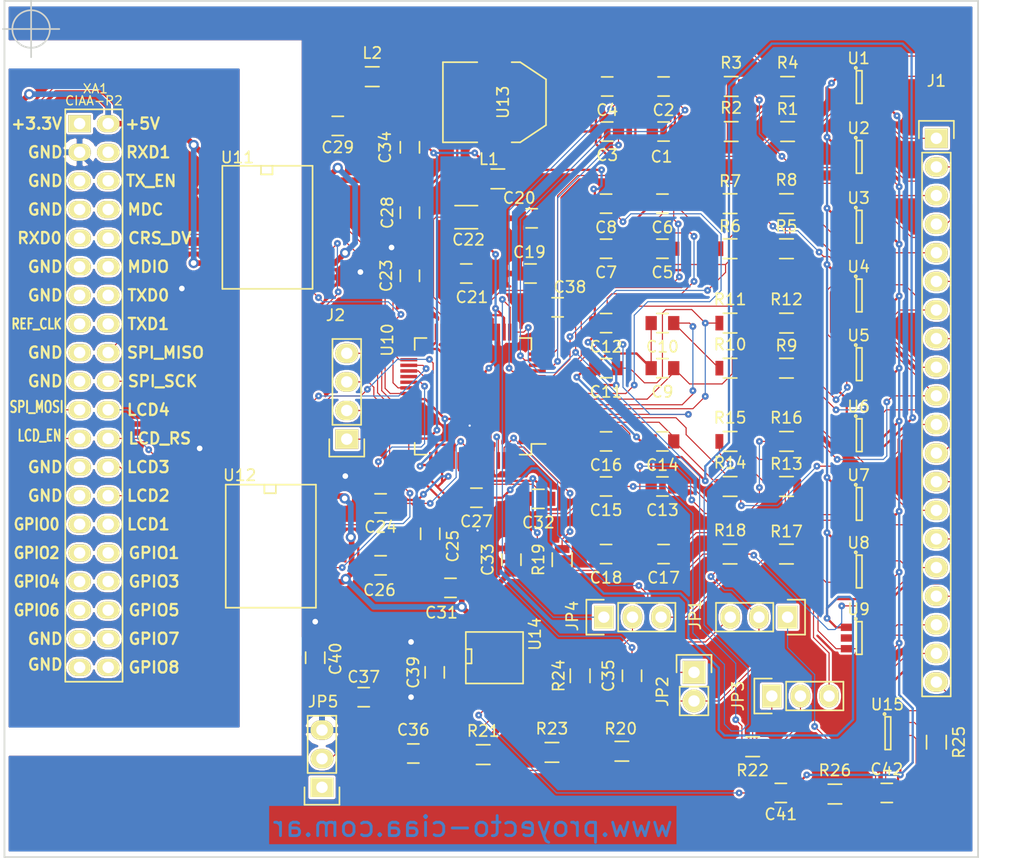
<source format=kicad_pcb>
(kicad_pcb (version 4) (host pcbnew 4.0.2-stable)
  (title_block (title "Poncho Adquisición de Biopotenciales") (date 2016-09-08) (rev 1.0) (company "Proyecto CIAA - COMPUTADORA INDUSTRIAL ABIERTA ARGENTINA") (comment 1 "Autor del poncho: Bruno Javier Cesario"))
  (layers (0 F.Cu signal) (31 B.Cu signal) (34 B.Paste user) (35 F.Paste user) (36 B.SilkS user) (37 F.SilkS user) (38 B.Mask user) (39 F.Mask user) (44 Edge.Cuts user))
  (net 0 "")
  (net 1 /ADS1299/IN1+)
  (net 2 /ADS1299/IN1-)
  (net 3 /ADS1299/IN2+)
  (net 4 /ADS1299/IN2-)
  (net 5 /ADS1299/IN3+)
  (net 6 /ADS1299/IN3-)
  (net 7 /ADS1299/IN4+)
  (net 8 /ADS1299/IN4-)
  (net 9 /ADS1299/IN5+)
  (net 10 /ADS1299/IN5-)
  (net 11 /ADS1299/IN6+)
  (net 12 /ADS1299/IN6-)
  (net 13 /ADS1299/IN7+)
  (net 14 /ADS1299/IN7-)
  (net 15 /ADS1299/IN8+)
  (net 16 /ADS1299/IN8-)
  (net 17 /ADS1299/IN_REF)
  (net 18 "Net-(C19-Pad1)")
  (net 19 GNDA)
  (net 20 "Net-(C21-Pad1)")
  (net 21 "Net-(C22-Pad1)")
  (net 22 "Net-(C23-Pad1)")
  (net 23 "Net-(C24-Pad1)")
  (net 24 "Net-(J1-Pad1)")
  (net 25 "Net-(J1-Pad2)")
  (net 26 "Net-(J1-Pad3)")
  (net 27 "Net-(J1-Pad4)")
  (net 28 "Net-(J1-Pad5)")
  (net 29 "Net-(J1-Pad6)")
  (net 30 "Net-(J1-Pad7)")
  (net 31 "Net-(J1-Pad8)")
  (net 32 "Net-(J1-Pad9)")
  (net 33 "Net-(J1-Pad10)")
  (net 34 "Net-(J1-Pad11)")
  (net 35 "Net-(J1-Pad12)")
  (net 36 "Net-(J1-Pad13)")
  (net 37 "Net-(J1-Pad14)")
  (net 38 "Net-(J1-Pad15)")
  (net 39 "Net-(J1-Pad16)")
  (net 40 "Net-(J1-Pad17)")
  (net 41 "Net-(J1-Pad18)")
  (net 42 "Net-(J2-Pad1)")
  (net 43 "Net-(J2-Pad2)")
  (net 44 "Net-(J2-Pad3)")
  (net 45 "Net-(J2-Pad4)")
  (net 46 /ADS1299/MOSI)
  (net 47 /ADS1299/START)
  (net 48 /ADS1299/CS/)
  (net 49 /ADS1299/SCLK)
  (net 50 /ADS1299/MISO)
  (net 51 /ADS1299/DRDY/)
  (net 52 +5V)
  (net 53 Earth)
  (net 54 /ADS1299/BIAS_DRV)
  (net 55 +3V3)
  (net 56 "Net-(C38-Pad2)")
  (net 57 "Net-(JP4-Pad1)")
  (net 58 /ADS1299/PWDN/)
  (net 59 "Net-(C35-Pad2)")
  (net 60 "Net-(JP1-Pad3)")
  (net 61 "Net-(R19-Pad2)")
  (net 62 /AISLACIÓN/+5V_NISO)
  (net 63 /AISLACIÓN/GND_NISO)
  (net 64 "Net-(JP2-Pad1)")
  (net 65 "Net-(JP3-Pad1)")
  (net 66 "Net-(JP3-Pad2)")
  (net 67 "Net-(JP4-Pad2)")
  (net 68 "Net-(R21-Pad1)")
  (net 69 "Net-(R23-Pad1)")
  (net 70 "Net-(R24-Pad2)")
  (net 71 /ADS1299/BIAS_SHD)
  (net 72 /ADS1299/RESET)
  (net 73 "Net-(C37-Pad1)")
  (net 74 /ADS1299/BIAS_ELEC)
  (net 75 "Net-(J1-Pad19)")
  (net 76 "Net-(J1-Pad20)")
  (net 77 "Net-(L1-Pad2)")
  (net 78 "Net-(U11-Pad3)")
  (net 79 "Net-(U11-Pad4)")
  (net 80 "Net-(U11-Pad5)")
  (net 81 "Net-(U11-Pad6)")
  (net 82 "Net-(U12-Pad3)")
  (net 83 "Net-(U12-Pad4)")
  (net 84 "Net-(U12-Pad5)")
  (net 85 "Net-(U12-Pad6)")
  (module Poncho_Esqueleto:Conn_Poncho_Izquierdo (layer F.Cu) (at 107.8 69.9)
    (fp_text reference XA1 (at 1.4 -3.1) (layer F.SilkS) (effects (font (size 0.8 0.8) (thickness 0.12))))
    (fp_text value Conn_Poncho2P_2x_20x2 hide)
    (fp_text user GPIO8 (at 6.604 48.26) (layer F.SilkS) (effects (font (thickness 0.2))))
    (fp_text user GPIO7 (at 6.604 45.72) (layer F.SilkS) (effects (font (thickness 0.2))))
    (fp_text user GPIO5 (at 6.604 43.18) (layer F.SilkS) (effects (font (thickness 0.2))))
    (fp_text user GPIO3 (at 6.604 40.64) (layer F.SilkS) (effects (font (thickness 0.2))))
    (fp_text user GPIO1 (at 6.604 38.1) (layer F.SilkS) (effects (font (thickness 0.2))))
    (fp_text user LCD1 (at 6.096 35.56) (layer F.SilkS) (effects (font (thickness 0.2))))
    (fp_text user LCD2 (at 6.096 33.02) (layer F.SilkS) (effects (font (thickness 0.2))))
    (fp_text user LCD3 (at 6.096 30.48) (layer F.SilkS) (effects (font (thickness 0.2))))
    (fp_text user LCD_RS (at 7.112 27.94) (layer F.SilkS) (effects (font (thickness 0.2))))
    (fp_text user LCD4 (at 6.096 25.4) (layer F.SilkS) (effects (font (thickness 0.2))))
    (fp_text user SPI_SCK (at 7.366 22.86) (layer F.SilkS) (effects (font (thickness 0.2))))
    (fp_text user SPI_MISO (at 7.62 20.32) (layer F.SilkS) (effects (font (thickness 0.2))))
    (fp_text user TXD1 (at 6.096 17.78) (layer F.SilkS) (effects (font (thickness 0.2))))
    (fp_text user TXD0 (at 6.096 15.24) (layer F.SilkS) (effects (font (thickness 0.2))))
    (fp_text user MDIO (at 6.096 12.7) (layer F.SilkS) (effects (font (thickness 0.2))))
    (fp_text user CRS_DV (at 7.112 10.16) (layer F.SilkS) (effects (font (thickness 0.2))))
    (fp_text user MDC (at 5.842 7.62) (layer F.SilkS) (effects (font (thickness 0.2))))
    (fp_text user TX_EN (at 6.35 5.08) (layer F.SilkS) (effects (font (thickness 0.2))))
    (fp_text user RXD1 (at 6.096 2.54) (layer F.SilkS) (effects (font (thickness 0.2))))
    (fp_text user +5V (at 5.588 0) (layer F.SilkS) (effects (font (thickness 0.2))))
    (fp_text user GND (at -3.048 48.006) (layer F.SilkS) (effects (font (thickness 0.2))))
    (fp_text user GND (at -3.048 45.72) (layer F.SilkS) (effects (font (thickness 0.2))))
    (fp_text user GPIO6 (at -3.81 43.18) (layer F.SilkS) (effects (font (size 1 0.9) (thickness 0.2))))
    (fp_text user GPIO4 (at -3.81 40.64) (layer F.SilkS) (effects (font (size 1 0.9) (thickness 0.2))))
    (fp_text user GPIO2 (at -3.81 38.1) (layer F.SilkS) (effects (font (size 1 0.9) (thickness 0.2))))
    (fp_text user GPIO0 (at -3.81 35.56) (layer F.SilkS) (effects (font (size 1 0.9) (thickness 0.2))))
    (fp_text user GND (at -3.048 33.02) (layer F.SilkS) (effects (font (thickness 0.2))))
    (fp_text user GND (at -3.048 30.48) (layer F.SilkS) (effects (font (thickness 0.2))))
    (fp_text user LCD_EN (at -3.556 27.686) (layer F.SilkS) (effects (font (size 1 0.7) (thickness 0.17))))
    (fp_text user SPI_MOSI (at -3.81 25.146) (layer F.SilkS) (effects (font (size 1 0.7) (thickness 0.17))))
    (fp_text user GND (at -3.048 22.86) (layer F.SilkS) (effects (font (thickness 0.2))))
    (fp_text user GND (at -3.048 20.32) (layer F.SilkS) (effects (font (thickness 0.2))))
    (fp_text user REF_CLK (at -3.81 17.78) (layer F.SilkS) (effects (font (size 0.9 0.7) (thickness 0.175))))
    (fp_text user GND (at -3.048 15.24) (layer F.SilkS) (effects (font (thickness 0.2))))
    (fp_text user GND (at -3.048 12.7) (layer F.SilkS) (effects (font (thickness 0.2))))
    (fp_text user GND (at -3.048 7.62) (layer F.SilkS) (effects (font (thickness 0.2))))
    (fp_text user RXD0 (at -3.556 10.16) (layer F.SilkS) (effects (font (thickness 0.2))))
    (fp_text user GND (at -3.048 5.08) (layer F.SilkS) (effects (font (thickness 0.2))))
    (fp_text user GND (at -3.048 2.54) (layer F.SilkS) (effects (font (thickness 0.2))))
    (fp_text user +3.3V (at -3.81 0) (layer F.SilkS) (effects (font (thickness 0.2))))
    (fp_text user CIAA-P2 (at 1.27 -2.032) (layer F.SilkS) (effects (font (size 0.8 0.8) (thickness 0.12))))
    (pad 41 thru_hole rect (at 0 0 270) (size 1.524 2) (drill 1.016) (layers *.Cu *.Mask F.SilkS))
    (pad 42 thru_hole oval (at 2.54 0 270) (size 1.524 2) (drill 1.016) (layers *.Cu *.Mask F.SilkS) (net 62 /AISLACIÓN/+5V_NISO))
    (pad 43 thru_hole oval (at 0 2.54 270) (size 1.524 2) (drill 1.016) (layers *.Cu *.Mask F.SilkS) (net 63 /AISLACIÓN/GND_NISO))
    (pad 44 thru_hole oval (at 2.54 2.54 270) (size 1.524 2) (drill 1.016) (layers *.Cu *.Mask F.SilkS))
    (pad 45 thru_hole oval (at 0 5.08 270) (size 1.524 2) (drill 1.016) (layers *.Cu *.Mask F.SilkS))
    (pad 46 thru_hole oval (at 2.54 5.08 270) (size 1.524 2) (drill 1.016) (layers *.Cu *.Mask F.SilkS))
    (pad 47 thru_hole oval (at 0 7.62 270) (size 1.524 2) (drill 1.016) (layers *.Cu *.Mask F.SilkS))
    (pad 48 thru_hole oval (at 2.54 7.62 270) (size 1.524 2) (drill 1.016) (layers *.Cu *.Mask F.SilkS))
    (pad 49 thru_hole oval (at 0 10.16 270) (size 1.524 2) (drill 1.016) (layers *.Cu *.Mask F.SilkS))
    (pad 50 thru_hole oval (at 2.54 10.16 270) (size 1.524 2) (drill 1.016) (layers *.Cu *.Mask F.SilkS))
    (pad 51 thru_hole oval (at 0 12.7 270) (size 1.524 2) (drill 1.016) (layers *.Cu *.Mask F.SilkS))
    (pad 52 thru_hole oval (at 2.54 12.7 270) (size 1.524 2) (drill 1.016) (layers *.Cu *.Mask F.SilkS))
    (pad 53 thru_hole oval (at 0 15.24 270) (size 1.524 2) (drill 1.016) (layers *.Cu *.Mask F.SilkS))
    (pad 54 thru_hole oval (at 2.54 15.24 270) (size 1.524 2) (drill 1.016) (layers *.Cu *.Mask F.SilkS))
    (pad 55 thru_hole oval (at 0 17.78 270) (size 1.524 2) (drill 1.016) (layers *.Cu *.Mask F.SilkS))
    (pad 56 thru_hole oval (at 2.54 17.78 270) (size 1.524 2) (drill 1.016) (layers *.Cu *.Mask F.SilkS))
    (pad 57 thru_hole oval (at 0 20.32 270) (size 1.524 2) (drill 1.016) (layers *.Cu *.Mask F.SilkS))
    (pad 58 thru_hole oval (at 2.54 20.32 270) (size 1.524 2) (drill 1.016) (layers *.Cu *.Mask F.SilkS) (net 81 "Net-(U11-Pad6)"))
    (pad 59 thru_hole oval (at 0 22.86 270) (size 1.524 2) (drill 1.016) (layers *.Cu *.Mask F.SilkS))
    (pad 60 thru_hole oval (at 2.54 22.86 270) (size 1.524 2) (drill 1.016) (layers *.Cu *.Mask F.SilkS) (net 79 "Net-(U11-Pad4)"))
    (pad 61 thru_hole oval (at 0 25.4 270) (size 1.524 2) (drill 1.016) (layers *.Cu *.Mask F.SilkS) (net 80 "Net-(U11-Pad5)"))
    (pad 62 thru_hole oval (at 2.54 25.4 270) (size 1.524 2) (drill 1.016) (layers *.Cu *.Mask F.SilkS) (net 83 "Net-(U12-Pad4)"))
    (pad 63 thru_hole oval (at 0 27.94 270) (size 1.524 2) (drill 1.016) (layers *.Cu *.Mask F.SilkS) (net 78 "Net-(U11-Pad3)"))
    (pad 64 thru_hole oval (at 2.54 27.94 270) (size 1.524 2) (drill 1.016) (layers *.Cu *.Mask F.SilkS) (net 82 "Net-(U12-Pad3)"))
    (pad 65 thru_hole oval (at 0 30.48 270) (size 1.524 2) (drill 1.016) (layers *.Cu *.Mask F.SilkS))
    (pad 66 thru_hole oval (at 2.54 30.48 270) (size 1.524 2) (drill 1.016) (layers *.Cu *.Mask F.SilkS) (net 85 "Net-(U12-Pad6)"))
    (pad 67 thru_hole oval (at 0 33.02 270) (size 1.524 2) (drill 1.016) (layers *.Cu *.Mask F.SilkS))
    (pad 68 thru_hole oval (at 2.54 33.02 270) (size 1.524 2) (drill 1.016) (layers *.Cu *.Mask F.SilkS) (net 84 "Net-(U12-Pad5)"))
    (pad 69 thru_hole oval (at 0 35.56 270) (size 1.524 2) (drill 1.016) (layers *.Cu *.Mask F.SilkS))
    (pad 70 thru_hole oval (at 2.54 35.56 270) (size 1.524 2) (drill 1.016) (layers *.Cu *.Mask F.SilkS))
    (pad 71 thru_hole oval (at 0 38.1 270) (size 1.524 2) (drill 1.016) (layers *.Cu *.Mask F.SilkS))
    (pad 72 thru_hole oval (at 2.54 38.1 270) (size 1.524 2) (drill 1.016) (layers *.Cu *.Mask F.SilkS))
    (pad 73 thru_hole oval (at 0 40.64 270) (size 1.524 2) (drill 1.016) (layers *.Cu *.Mask F.SilkS))
    (pad 74 thru_hole oval (at 2.54 40.64 270) (size 1.524 2) (drill 1.016) (layers *.Cu *.Mask F.SilkS))
    (pad 75 thru_hole oval (at 0 43.18 270) (size 1.524 2) (drill 1.016) (layers *.Cu *.Mask F.SilkS))
    (pad 76 thru_hole oval (at 2.54 43.18 270) (size 1.524 2) (drill 1.016) (layers *.Cu *.Mask F.SilkS))
    (pad 77 thru_hole oval (at 0 45.72 270) (size 1.524 2) (drill 1.016) (layers *.Cu *.Mask F.SilkS))
    (pad 78 thru_hole oval (at 2.54 45.72 270) (size 1.524 2) (drill 1.016) (layers *.Cu *.Mask F.SilkS))
    (pad 79 thru_hole oval (at 0 48.26 270) (size 1.524 2) (drill 1.016) (layers *.Cu *.Mask F.SilkS))
    (pad 80 thru_hole oval (at 2.54 48.26 270) (size 1.524 2) (drill 1.016) (layers *.Cu *.Mask F.SilkS))
  )
  (module SMD_Packages:SO-16-W (layer F.Cu) (at 124.7 107.4 270)
    (fp_text reference U12 (at -6.3 2.7 360) (layer F.SilkS))
    (fp_text value ADuM2401)
    (pad 1 smd rect (at -4.445 5.08 270) (size 0.508 1.143) (layers F.Cu F.Paste F.Mask) (net 62 /AISLACIÓN/+5V_NISO))
    (pad 2 smd rect (at -3.175 5.08 270) (size 0.508 1.143) (layers F.Cu F.Paste F.Mask) (net 63 /AISLACIÓN/GND_NISO))
    (pad 3 smd rect (at -1.905 5.08 270) (size 0.508 1.143) (layers F.Cu F.Paste F.Mask) (net 82 "Net-(U12-Pad3)"))
    (pad 4 smd rect (at -0.635 5.08 270) (size 0.508 1.143) (layers F.Cu F.Paste F.Mask) (net 83 "Net-(U12-Pad4)"))
    (pad 5 smd rect (at 0.635 5.08 270) (size 0.508 1.143) (layers F.Cu F.Paste F.Mask) (net 84 "Net-(U12-Pad5)"))
    (pad 6 smd rect (at 1.905 5.08 270) (size 0.508 1.143) (layers F.Cu F.Paste F.Mask) (net 85 "Net-(U12-Pad6)"))
    (pad 7 smd rect (at 3.175 5.08 270) (size 0.508 1.143) (layers F.Cu F.Paste F.Mask) (net 62 /AISLACIÓN/+5V_NISO))
    (pad 8 smd rect (at 4.445 5.08 270) (size 0.508 1.143) (layers F.Cu F.Paste F.Mask) (net 63 /AISLACIÓN/GND_NISO))
    (pad 9 smd rect (at 4.445 -5.08 270) (size 0.508 1.143) (layers F.Cu F.Paste F.Mask) (net 19 GNDA))
    (pad 10 smd rect (at 3.175 -5.08 270) (size 0.508 1.143) (layers F.Cu F.Paste F.Mask) (net 52 +5V))
    (pad 11 smd rect (at 1.905 -5.08 270) (size 0.508 1.143) (layers F.Cu F.Paste F.Mask) (net 51 /ADS1299/DRDY/))
    (pad 12 smd rect (at 0.635 -5.08 270) (size 0.508 1.143) (layers F.Cu F.Paste F.Mask) (net 58 /ADS1299/PWDN/))
    (pad 13 smd rect (at -0.635 -5.08 270) (size 0.508 1.143) (layers F.Cu F.Paste F.Mask) (net 72 /ADS1299/RESET))
    (pad 14 smd rect (at -1.905 -5.08 270) (size 0.508 1.143) (layers F.Cu F.Paste F.Mask) (net 47 /ADS1299/START))
    (pad 15 smd rect (at -3.175 -5.08 270) (size 0.508 1.143) (layers F.Cu F.Paste F.Mask) (net 19 GNDA))
    (pad 16 smd rect (at -4.445 -5.08 270) (size 0.508 1.143) (layers F.Cu F.Paste F.Mask) (net 52 +5V))
  )
  (module SMD_Packages:SO-16-W (layer F.Cu) (at 124.4 79.1 270)
    (fp_text reference U11 (at -6.2 2.6 360) (layer F.SilkS))
    (fp_text value ADuM6401)
    (pad 1 smd rect (at -4.445 5.08 270) (size 0.508 1.143) (layers F.Cu F.Paste F.Mask) (net 62 /AISLACIÓN/+5V_NISO))
    (pad 2 smd rect (at -3.175 5.08 270) (size 0.508 1.143) (layers F.Cu F.Paste F.Mask) (net 63 /AISLACIÓN/GND_NISO))
    (pad 3 smd rect (at -1.905 5.08 270) (size 0.508 1.143) (layers F.Cu F.Paste F.Mask) (net 78 "Net-(U11-Pad3)"))
    (pad 4 smd rect (at -0.635 5.08 270) (size 0.508 1.143) (layers F.Cu F.Paste F.Mask) (net 79 "Net-(U11-Pad4)"))
    (pad 5 smd rect (at 0.635 5.08 270) (size 0.508 1.143) (layers F.Cu F.Paste F.Mask) (net 80 "Net-(U11-Pad5)"))
    (pad 6 smd rect (at 1.905 5.08 270) (size 0.508 1.143) (layers F.Cu F.Paste F.Mask) (net 81 "Net-(U11-Pad6)"))
    (pad 7 smd rect (at 3.175 5.08 270) (size 0.508 1.143) (layers F.Cu F.Paste F.Mask) (net 62 /AISLACIÓN/+5V_NISO))
    (pad 8 smd rect (at 4.445 5.08 270) (size 0.508 1.143) (layers F.Cu F.Paste F.Mask) (net 63 /AISLACIÓN/GND_NISO))
    (pad 9 smd rect (at 4.445 -5.08 270) (size 0.508 1.143) (layers F.Cu F.Paste F.Mask) (net 19 GNDA))
    (pad 10 smd rect (at 3.175 -5.08 270) (size 0.508 1.143) (layers F.Cu F.Paste F.Mask) (net 52 +5V))
    (pad 11 smd rect (at 1.905 -5.08 270) (size 0.508 1.143) (layers F.Cu F.Paste F.Mask) (net 50 /ADS1299/MISO))
    (pad 12 smd rect (at 0.635 -5.08 270) (size 0.508 1.143) (layers F.Cu F.Paste F.Mask) (net 46 /ADS1299/MOSI))
    (pad 13 smd rect (at -0.635 -5.08 270) (size 0.508 1.143) (layers F.Cu F.Paste F.Mask) (net 49 /ADS1299/SCLK))
    (pad 14 smd rect (at -1.905 -5.08 270) (size 0.508 1.143) (layers F.Cu F.Paste F.Mask) (net 48 /ADS1299/CS/))
    (pad 15 smd rect (at -3.175 -5.08 270) (size 0.508 1.143) (layers F.Cu F.Paste F.Mask) (net 19 GNDA))
    (pad 16 smd rect (at -4.445 -5.08 270) (size 0.508 1.143) (layers F.Cu F.Paste F.Mask) (net 52 +5V))
  )
  (module Housings_QFP:TQFP-64_10x10mm_Pitch0.5mm (layer F.Cu) (at 142.7 94.1 180)
    (fp_text reference U10 (at 7.6 5 270) (layer F.SilkS))
    (fp_text value ADS1299)
    (pad 1 smd rect (at -5.7 -3.75 180) (size 1.5 0.3) (layers F.Cu F.Paste F.Mask) (net 16 /ADS1299/IN8-))
    (pad 2 smd rect (at -5.7 -3.25 180) (size 1.5 0.3) (layers F.Cu F.Paste F.Mask) (net 15 /ADS1299/IN8+))
    (pad 3 smd rect (at -5.7 -2.75 180) (size 1.5 0.3) (layers F.Cu F.Paste F.Mask) (net 14 /ADS1299/IN7-))
    (pad 4 smd rect (at -5.7 -2.25 180) (size 1.5 0.3) (layers F.Cu F.Paste F.Mask) (net 13 /ADS1299/IN7+))
    (pad 5 smd rect (at -5.7 -1.75 180) (size 1.5 0.3) (layers F.Cu F.Paste F.Mask) (net 12 /ADS1299/IN6-))
    (pad 6 smd rect (at -5.7 -1.25 180) (size 1.5 0.3) (layers F.Cu F.Paste F.Mask) (net 11 /ADS1299/IN6+))
    (pad 7 smd rect (at -5.7 -0.75 180) (size 1.5 0.3) (layers F.Cu F.Paste F.Mask) (net 10 /ADS1299/IN5-))
    (pad 8 smd rect (at -5.7 -0.25 180) (size 1.5 0.3) (layers F.Cu F.Paste F.Mask) (net 9 /ADS1299/IN5+))
    (pad 9 smd rect (at -5.7 0.25 180) (size 1.5 0.3) (layers F.Cu F.Paste F.Mask) (net 8 /ADS1299/IN4-))
    (pad 10 smd rect (at -5.7 0.75 180) (size 1.5 0.3) (layers F.Cu F.Paste F.Mask) (net 7 /ADS1299/IN4+))
    (pad 11 smd rect (at -5.7 1.25 180) (size 1.5 0.3) (layers F.Cu F.Paste F.Mask) (net 6 /ADS1299/IN3-))
    (pad 12 smd rect (at -5.7 1.75 180) (size 1.5 0.3) (layers F.Cu F.Paste F.Mask) (net 5 /ADS1299/IN3+))
    (pad 13 smd rect (at -5.7 2.25 180) (size 1.5 0.3) (layers F.Cu F.Paste F.Mask) (net 4 /ADS1299/IN2-))
    (pad 14 smd rect (at -5.7 2.75 180) (size 1.5 0.3) (layers F.Cu F.Paste F.Mask) (net 3 /ADS1299/IN2+))
    (pad 15 smd rect (at -5.7 3.25 180) (size 1.5 0.3) (layers F.Cu F.Paste F.Mask) (net 2 /ADS1299/IN1-))
    (pad 16 smd rect (at -5.7 3.75 180) (size 1.5 0.3) (layers F.Cu F.Paste F.Mask) (net 1 /ADS1299/IN1+))
    (pad 17 smd rect (at -3.75 5.7 270) (size 1.5 0.3) (layers F.Cu F.Paste F.Mask) (net 56 "Net-(C38-Pad2)"))
    (pad 18 smd rect (at -3.25 5.7 270) (size 1.5 0.3) (layers F.Cu F.Paste F.Mask) (net 57 "Net-(JP4-Pad1)"))
    (pad 19 smd rect (at -2.75 5.7 270) (size 1.5 0.3) (layers F.Cu F.Paste F.Mask) (net 52 +5V))
    (pad 20 smd rect (at -2.25 5.7 270) (size 1.5 0.3) (layers F.Cu F.Paste F.Mask) (net 19 GNDA))
    (pad 21 smd rect (at -1.75 5.7 270) (size 1.5 0.3) (layers F.Cu F.Paste F.Mask) (net 52 +5V))
    (pad 22 smd rect (at -1.25 5.7 270) (size 1.5 0.3) (layers F.Cu F.Paste F.Mask) (net 52 +5V))
    (pad 23 smd rect (at -0.75 5.7 270) (size 1.5 0.3) (layers F.Cu F.Paste F.Mask) (net 19 GNDA))
    (pad 24 smd rect (at -0.25 5.7 270) (size 1.5 0.3) (layers F.Cu F.Paste F.Mask) (net 18 "Net-(C19-Pad1)"))
    (pad 25 smd rect (at 0.25 5.7 270) (size 1.5 0.3) (layers F.Cu F.Paste F.Mask) (net 19 GNDA))
    (pad 26 smd rect (at 0.75 5.7 270) (size 1.5 0.3) (layers F.Cu F.Paste F.Mask) (net 20 "Net-(C21-Pad1)"))
    (pad 27 smd rect (at 1.25 5.7 270) (size 1.5 0.3) (layers F.Cu F.Paste F.Mask))
    (pad 28 smd rect (at 1.75 5.7 270) (size 1.5 0.3) (layers F.Cu F.Paste F.Mask) (net 21 "Net-(C22-Pad1)"))
    (pad 29 smd rect (at 2.25 5.7 270) (size 1.5 0.3) (layers F.Cu F.Paste F.Mask))
    (pad 30 smd rect (at 2.75 5.7 270) (size 1.5 0.3) (layers F.Cu F.Paste F.Mask) (net 22 "Net-(C23-Pad1)"))
    (pad 31 smd rect (at 3.25 5.7 270) (size 1.5 0.3) (layers F.Cu F.Paste F.Mask) (net 53 Earth))
    (pad 32 smd rect (at 3.75 5.7 270) (size 1.5 0.3) (layers F.Cu F.Paste F.Mask) (net 19 GNDA))
    (pad 33 smd rect (at 5.7 3.75 180) (size 1.5 0.3) (layers F.Cu F.Paste F.Mask) (net 53 Earth))
    (pad 34 smd rect (at 5.7 3.25 180) (size 1.5 0.3) (layers F.Cu F.Paste F.Mask) (net 46 /ADS1299/MOSI))
    (pad 35 smd rect (at 5.7 2.75 180) (size 1.5 0.3) (layers F.Cu F.Paste F.Mask) (net 58 /ADS1299/PWDN/))
    (pad 36 smd rect (at 5.7 2.25 180) (size 1.5 0.3) (layers F.Cu F.Paste F.Mask) (net 72 /ADS1299/RESET))
    (pad 37 smd rect (at 5.7 1.75 180) (size 1.5 0.3) (layers F.Cu F.Paste F.Mask))
    (pad 38 smd rect (at 5.7 1.25 180) (size 1.5 0.3) (layers F.Cu F.Paste F.Mask) (net 47 /ADS1299/START))
    (pad 39 smd rect (at 5.7 0.75 180) (size 1.5 0.3) (layers F.Cu F.Paste F.Mask) (net 48 /ADS1299/CS/))
    (pad 40 smd rect (at 5.7 0.25 180) (size 1.5 0.3) (layers F.Cu F.Paste F.Mask) (net 49 /ADS1299/SCLK))
    (pad 41 smd rect (at 5.7 -0.25 180) (size 1.5 0.3) (layers F.Cu F.Paste F.Mask) (net 53 Earth))
    (pad 42 smd rect (at 5.7 -0.75 180) (size 1.5 0.3) (layers F.Cu F.Paste F.Mask) (net 45 "Net-(J2-Pad4)"))
    (pad 43 smd rect (at 5.7 -1.25 180) (size 1.5 0.3) (layers F.Cu F.Paste F.Mask) (net 50 /ADS1299/MISO))
    (pad 44 smd rect (at 5.7 -1.75 180) (size 1.5 0.3) (layers F.Cu F.Paste F.Mask) (net 44 "Net-(J2-Pad3)"))
    (pad 45 smd rect (at 5.7 -2.25 180) (size 1.5 0.3) (layers F.Cu F.Paste F.Mask) (net 43 "Net-(J2-Pad2)"))
    (pad 46 smd rect (at 5.7 -2.75 180) (size 1.5 0.3) (layers F.Cu F.Paste F.Mask) (net 42 "Net-(J2-Pad1)"))
    (pad 47 smd rect (at 5.7 -3.25 180) (size 1.5 0.3) (layers F.Cu F.Paste F.Mask) (net 51 /ADS1299/DRDY/))
    (pad 48 smd rect (at 5.7 -3.75 180) (size 1.5 0.3) (layers F.Cu F.Paste F.Mask) (net 55 +3V3))
    (pad 49 smd rect (at 3.75 -5.7 270) (size 1.5 0.3) (layers F.Cu F.Paste F.Mask) (net 53 Earth))
    (pad 50 smd rect (at 3.25 -5.7 270) (size 1.5 0.3) (layers F.Cu F.Paste F.Mask) (net 55 +3V3))
    (pad 51 smd rect (at 2.75 -5.7 270) (size 1.5 0.3) (layers F.Cu F.Paste F.Mask) (net 53 Earth))
    (pad 52 smd rect (at 2.25 -5.7 270) (size 1.5 0.3) (layers F.Cu F.Paste F.Mask) (net 55 +3V3))
    (pad 53 smd rect (at 1.75 -5.7 270) (size 1.5 0.3) (layers F.Cu F.Paste F.Mask) (net 19 GNDA))
    (pad 54 smd rect (at 1.25 -5.7 270) (size 1.5 0.3) (layers F.Cu F.Paste F.Mask) (net 52 +5V))
    (pad 55 smd rect (at 0.75 -5.7 270) (size 1.5 0.3) (layers F.Cu F.Paste F.Mask) (net 23 "Net-(C24-Pad1)"))
    (pad 56 smd rect (at 0.25 -5.7 270) (size 1.5 0.3) (layers F.Cu F.Paste F.Mask) (net 52 +5V))
    (pad 57 smd rect (at -0.25 -5.7 270) (size 1.5 0.3) (layers F.Cu F.Paste F.Mask) (net 19 GNDA))
    (pad 58 smd rect (at -0.75 -5.7 270) (size 1.5 0.3) (layers F.Cu F.Paste F.Mask) (net 19 GNDA))
    (pad 59 smd rect (at -1.25 -5.7 270) (size 1.5 0.3) (layers F.Cu F.Paste F.Mask) (net 52 +5V))
    (pad 60 smd rect (at -1.75 -5.7 270) (size 1.5 0.3) (layers F.Cu F.Paste F.Mask) (net 19 GNDA))
    (pad 61 smd rect (at -2.25 -5.7 270) (size 1.5 0.3) (layers F.Cu F.Paste F.Mask) (net 59 "Net-(C35-Pad2)"))
    (pad 62 smd rect (at -2.75 -5.7 270) (size 1.5 0.3) (layers F.Cu F.Paste F.Mask) (net 60 "Net-(JP1-Pad3)"))
    (pad 63 smd rect (at -3.25 -5.7 270) (size 1.5 0.3) (layers F.Cu F.Paste F.Mask) (net 61 "Net-(R19-Pad2)"))
    (pad 64 smd rect (at -3.75 -5.7 270) (size 1.5 0.3) (layers F.Cu F.Paste F.Mask))
  )
  (module Capacitors_SMD:C_0805 (layer F.Cu) (at 159.6 70.6)
    (fp_text reference C1 (at -0.1778 2.2352) (layer F.SilkS))
    (fp_text value 1nF)
    (pad 1 smd rect (at -1 0) (size 1 1.25) (layers F.Cu F.Paste F.Mask) (net 1 /ADS1299/IN1+))
    (pad 2 smd rect (at 1 0) (size 1 1.25) (layers F.Cu F.Paste F.Mask) (net 53 Earth))
  )
  (module Capacitors_SMD:C_0805 (layer F.Cu) (at 159.6 66.6 180)
    (fp_text reference C2 (at 0 -2.1 180) (layer F.SilkS))
    (fp_text value 1nF)
    (pad 1 smd rect (at -1 0 180) (size 1 1.25) (layers F.Cu F.Paste F.Mask) (net 2 /ADS1299/IN1-))
    (pad 2 smd rect (at 1 0 180) (size 1 1.25) (layers F.Cu F.Paste F.Mask) (net 53 Earth))
  )
  (module Capacitors_SMD:C_0805 (layer F.Cu) (at 154.6 70.6 180)
    (fp_text reference C3 (at 0 -2.1 180) (layer F.SilkS))
    (fp_text value 1nF)
    (pad 1 smd rect (at -1 0 180) (size 1 1.25) (layers F.Cu F.Paste F.Mask) (net 3 /ADS1299/IN2+))
    (pad 2 smd rect (at 1 0 180) (size 1 1.25) (layers F.Cu F.Paste F.Mask) (net 53 Earth))
  )
  (module Capacitors_SMD:C_0805 (layer F.Cu) (at 154.6 66.6 180)
    (fp_text reference C4 (at 0 -2.1 180) (layer F.SilkS))
    (fp_text value 1nF)
    (pad 1 smd rect (at -1 0 180) (size 1 1.25) (layers F.Cu F.Paste F.Mask) (net 4 /ADS1299/IN2-))
    (pad 2 smd rect (at 1 0 180) (size 1 1.25) (layers F.Cu F.Paste F.Mask) (net 53 Earth))
  )
  (module Capacitors_SMD:C_0805 (layer F.Cu) (at 159.5 81 180)
    (fp_text reference C5 (at 0 -2.1 180) (layer F.SilkS))
    (fp_text value 1nF)
    (pad 1 smd rect (at -1 0 180) (size 1 1.25) (layers F.Cu F.Paste F.Mask) (net 5 /ADS1299/IN3+))
    (pad 2 smd rect (at 1 0 180) (size 1 1.25) (layers F.Cu F.Paste F.Mask) (net 53 Earth))
  )
  (module Capacitors_SMD:C_0805 (layer F.Cu) (at 159.5 77 180)
    (fp_text reference C6 (at 0 -2.1 180) (layer F.SilkS))
    (fp_text value 1nF)
    (pad 1 smd rect (at -1 0 180) (size 1 1.25) (layers F.Cu F.Paste F.Mask) (net 6 /ADS1299/IN3-))
    (pad 2 smd rect (at 1 0 180) (size 1 1.25) (layers F.Cu F.Paste F.Mask) (net 53 Earth))
  )
  (module Capacitors_SMD:C_0805 (layer F.Cu) (at 154.5 81 180)
    (fp_text reference C7 (at 0 -2.1 180) (layer F.SilkS))
    (fp_text value 1nF)
    (pad 1 smd rect (at -1 0 180) (size 1 1.25) (layers F.Cu F.Paste F.Mask) (net 7 /ADS1299/IN4+))
    (pad 2 smd rect (at 1 0 180) (size 1 1.25) (layers F.Cu F.Paste F.Mask) (net 53 Earth))
  )
  (module Capacitors_SMD:C_0805 (layer F.Cu) (at 154.5 77 180)
    (fp_text reference C8 (at 0 -2.1 180) (layer F.SilkS))
    (fp_text value 1nF)
    (pad 1 smd rect (at -1 0 180) (size 1 1.25) (layers F.Cu F.Paste F.Mask) (net 8 /ADS1299/IN4-))
    (pad 2 smd rect (at 1 0 180) (size 1 1.25) (layers F.Cu F.Paste F.Mask) (net 53 Earth))
  )
  (module Capacitors_SMD:C_0805 (layer F.Cu) (at 159.5 91.6 180)
    (fp_text reference C9 (at 0 -2.1 180) (layer F.SilkS))
    (fp_text value 1nF)
    (pad 1 smd rect (at -1 0 180) (size 1 1.25) (layers F.Cu F.Paste F.Mask) (net 9 /ADS1299/IN5+))
    (pad 2 smd rect (at 1 0 180) (size 1 1.25) (layers F.Cu F.Paste F.Mask) (net 53 Earth))
  )
  (module Capacitors_SMD:C_0805 (layer F.Cu) (at 159.5 87.6 180)
    (fp_text reference C10 (at 0 -2.1 180) (layer F.SilkS))
    (fp_text value 1nF)
    (pad 1 smd rect (at -1 0 180) (size 1 1.25) (layers F.Cu F.Paste F.Mask) (net 10 /ADS1299/IN5-))
    (pad 2 smd rect (at 1 0 180) (size 1 1.25) (layers F.Cu F.Paste F.Mask) (net 53 Earth))
  )
  (module Capacitors_SMD:C_0805 (layer F.Cu) (at 154.5 91.6 180)
    (fp_text reference C11 (at 0 -2.1 180) (layer F.SilkS))
    (fp_text value 1nF)
    (pad 1 smd rect (at -1 0 180) (size 1 1.25) (layers F.Cu F.Paste F.Mask) (net 11 /ADS1299/IN6+))
    (pad 2 smd rect (at 1 0 180) (size 1 1.25) (layers F.Cu F.Paste F.Mask) (net 53 Earth))
  )
  (module Capacitors_SMD:C_0805 (layer F.Cu) (at 154.5 87.6 180)
    (fp_text reference C12 (at 0 -2.1 180) (layer F.SilkS))
    (fp_text value 1nF)
    (pad 1 smd rect (at -1 0 180) (size 1 1.25) (layers F.Cu F.Paste F.Mask) (net 12 /ADS1299/IN6-))
    (pad 2 smd rect (at 1 0 180) (size 1 1.25) (layers F.Cu F.Paste F.Mask) (net 53 Earth))
  )
  (module Capacitors_SMD:C_0805 (layer F.Cu) (at 159.5 102.1 180)
    (fp_text reference C13 (at 0 -2.1 180) (layer F.SilkS))
    (fp_text value 1nF)
    (pad 1 smd rect (at -1 0 180) (size 1 1.25) (layers F.Cu F.Paste F.Mask) (net 13 /ADS1299/IN7+))
    (pad 2 smd rect (at 1 0 180) (size 1 1.25) (layers F.Cu F.Paste F.Mask) (net 53 Earth))
  )
  (module Capacitors_SMD:C_0805 (layer F.Cu) (at 159.5 98.1 180)
    (fp_text reference C14 (at 0 -2.1 180) (layer F.SilkS))
    (fp_text value 1nF)
    (pad 1 smd rect (at -1 0 180) (size 1 1.25) (layers F.Cu F.Paste F.Mask) (net 14 /ADS1299/IN7-))
    (pad 2 smd rect (at 1 0 180) (size 1 1.25) (layers F.Cu F.Paste F.Mask) (net 53 Earth))
  )
  (module Capacitors_SMD:C_0805 (layer F.Cu) (at 154.5 102.1 180)
    (fp_text reference C15 (at 0 -2.1 180) (layer F.SilkS))
    (fp_text value 1nF)
    (pad 1 smd rect (at -1 0 180) (size 1 1.25) (layers F.Cu F.Paste F.Mask) (net 15 /ADS1299/IN8+))
    (pad 2 smd rect (at 1 0 180) (size 1 1.25) (layers F.Cu F.Paste F.Mask) (net 53 Earth))
  )
  (module Capacitors_SMD:C_0805 (layer F.Cu) (at 154.5 98.1 180)
    (fp_text reference C16 (at 0 -2.1 180) (layer F.SilkS))
    (fp_text value 1nF)
    (pad 1 smd rect (at -1 0 180) (size 1 1.25) (layers F.Cu F.Paste F.Mask) (net 16 /ADS1299/IN8-))
    (pad 2 smd rect (at 1 0 180) (size 1 1.25) (layers F.Cu F.Paste F.Mask) (net 53 Earth))
  )
  (module Capacitors_SMD:C_0805 (layer F.Cu) (at 159.6 108.1 180)
    (fp_text reference C17 (at 0 -2.1 180) (layer F.SilkS))
    (fp_text value 1nF)
    (pad 1 smd rect (at -1 0 180) (size 1 1.25) (layers F.Cu F.Paste F.Mask) (net 17 /ADS1299/IN_REF))
    (pad 2 smd rect (at 1 0 180) (size 1 1.25) (layers F.Cu F.Paste F.Mask) (net 53 Earth))
  )
  (module Capacitors_SMD:C_0805 (layer F.Cu) (at 154.5 108.1 180)
    (fp_text reference C18 (at 0 -2.1 180) (layer F.SilkS))
    (fp_text value 1nF)
    (pad 1 smd rect (at -1 0 180) (size 1 1.25) (layers F.Cu F.Paste F.Mask) (net 54 /ADS1299/BIAS_DRV))
    (pad 2 smd rect (at 1 0 180) (size 1 1.25) (layers F.Cu F.Paste F.Mask) (net 53 Earth))
  )
  (module Capacitors_SMD:C_0805 (layer F.Cu) (at 147.8 83.2 180)
    (fp_text reference C19 (at 0.1 1.9 180) (layer F.SilkS))
    (fp_text value 0.1uF)
    (pad 1 smd rect (at -1 0 180) (size 1 1.25) (layers F.Cu F.Paste F.Mask) (net 18 "Net-(C19-Pad1)"))
    (pad 2 smd rect (at 1 0 180) (size 1 1.25) (layers F.Cu F.Paste F.Mask) (net 19 GNDA))
  )
  (module Capacitors_SMD:C_0805 (layer F.Cu) (at 147.9 78.3 180)
    (fp_text reference C20 (at 1.1 1.8 180) (layer F.SilkS))
    (fp_text value 10uF)
    (pad 1 smd rect (at -1 0 180) (size 1 1.25) (layers F.Cu F.Paste F.Mask) (net 18 "Net-(C19-Pad1)"))
    (pad 2 smd rect (at 1 0 180) (size 1 1.25) (layers F.Cu F.Paste F.Mask) (net 19 GNDA))
  )
  (module Capacitors_SMD:C_0805 (layer F.Cu) (at 142.1 83.2)
    (fp_text reference C21 (at 0.5 2.1) (layer F.SilkS))
    (fp_text value 1uF)
    (pad 1 smd rect (at -1 0) (size 1 1.25) (layers F.Cu F.Paste F.Mask) (net 20 "Net-(C21-Pad1)"))
    (pad 2 smd rect (at 1 0) (size 1 1.25) (layers F.Cu F.Paste F.Mask) (net 19 GNDA))
  )
  (module Capacitors_SMD:C_0805 (layer F.Cu) (at 137.1 83.4 90)
    (fp_text reference C23 (at 0 -2.1 90) (layer F.SilkS))
    (fp_text value 1uF)
    (pad 1 smd rect (at -1 0 90) (size 1 1.25) (layers F.Cu F.Paste F.Mask) (net 22 "Net-(C23-Pad1)"))
    (pad 2 smd rect (at 1 0 90) (size 1 1.25) (layers F.Cu F.Paste F.Mask) (net 19 GNDA))
  )
  (module Capacitors_SMD:C_0805 (layer F.Cu) (at 134.5 103.6 180)
    (fp_text reference C24 (at 0 -2.1 180) (layer F.SilkS))
    (fp_text value 0.1uF)
    (pad 1 smd rect (at -1 0 180) (size 1 1.25) (layers F.Cu F.Paste F.Mask) (net 23 "Net-(C24-Pad1)"))
    (pad 2 smd rect (at 1 0 180) (size 1 1.25) (layers F.Cu F.Paste F.Mask) (net 19 GNDA))
  )
  (module Capacitors_SMD:C_0805 (layer F.Cu) (at 138.9 106.3 270)
    (fp_text reference C25 (at 1.1 -2 270) (layer F.SilkS))
    (fp_text value 1uF)
    (pad 1 smd rect (at -1 0 270) (size 1 1.25) (layers F.Cu F.Paste F.Mask) (net 23 "Net-(C24-Pad1)"))
    (pad 2 smd rect (at 1 0 270) (size 1 1.25) (layers F.Cu F.Paste F.Mask) (net 19 GNDA))
  )
  (module Capacitors_SMD:C_0805 (layer F.Cu) (at 134.5 109.1)
    (fp_text reference C26 (at -0.1 2.2) (layer F.SilkS))
    (fp_text value 0.1uF)
    (pad 1 smd rect (at -1 0) (size 1 1.25) (layers F.Cu F.Paste F.Mask) (net 55 +3V3))
    (pad 2 smd rect (at 1 0) (size 1 1.25) (layers F.Cu F.Paste F.Mask) (net 53 Earth))
  )
  (module Capacitors_SMD:C_0805 (layer F.Cu) (at 143 103.1 180)
    (fp_text reference C27 (at 0 -2.1 180) (layer F.SilkS))
    (fp_text value 1uF)
    (pad 1 smd rect (at -1 0 180) (size 1 1.25) (layers F.Cu F.Paste F.Mask) (net 55 +3V3))
    (pad 2 smd rect (at 1 0 180) (size 1 1.25) (layers F.Cu F.Paste F.Mask) (net 53 Earth))
  )
  (module Capacitors_SMD:C_0805 (layer F.Cu) (at 137.1 77.8 270)
    (fp_text reference C28 (at 0 2 270) (layer F.SilkS))
    (fp_text value 0.1uF)
    (pad 1 smd rect (at -1 0 270) (size 1 1.25) (layers F.Cu F.Paste F.Mask) (net 52 +5V))
    (pad 2 smd rect (at 1 0 270) (size 1 1.25) (layers F.Cu F.Paste F.Mask) (net 19 GNDA))
  )
  (module Capacitors_SMD:C_0805 (layer F.Cu) (at 130.7 70.1)
    (fp_text reference C29 (at 0 1.9) (layer F.SilkS))
    (fp_text value 1uF)
    (pad 1 smd rect (at -1 0) (size 1 1.25) (layers F.Cu F.Paste F.Mask) (net 52 +5V))
    (pad 2 smd rect (at 1 0) (size 1 1.25) (layers F.Cu F.Paste F.Mask) (net 19 GNDA))
  )
  (module Capacitors_SMD:C_0805 (layer F.Cu) (at 140.7 111.1 180)
    (fp_text reference C31 (at 0.8 -2.2 180) (layer F.SilkS))
    (fp_text value 0.1uF)
    (pad 1 smd rect (at -1 0 180) (size 1 1.25) (layers F.Cu F.Paste F.Mask) (net 52 +5V))
    (pad 2 smd rect (at 1 0 180) (size 1 1.25) (layers F.Cu F.Paste F.Mask) (net 19 GNDA))
  )
  (module Capacitors_SMD:C_0805 (layer F.Cu) (at 148.5 103.2 180)
    (fp_text reference C32 (at 0 -2.1 180) (layer F.SilkS))
    (fp_text value 10uF)
    (pad 1 smd rect (at -1 0 180) (size 1 1.25) (layers F.Cu F.Paste F.Mask) (net 52 +5V))
    (pad 2 smd rect (at 1 0 180) (size 1 1.25) (layers F.Cu F.Paste F.Mask) (net 19 GNDA))
  )
  (module Capacitors_SMD:C_0805 (layer F.Cu) (at 146.1 108.6 90)
    (fp_text reference C33 (at 0 -2.1 90) (layer F.SilkS))
    (fp_text value 10uF)
    (pad 1 smd rect (at -1 0 90) (size 1 1.25) (layers F.Cu F.Paste F.Mask) (net 52 +5V))
    (pad 2 smd rect (at 1 0 90) (size 1 1.25) (layers F.Cu F.Paste F.Mask) (net 19 GNDA))
  )
  (module Capacitors_SMD:C_0805 (layer F.Cu) (at 137.1 72 270)
    (fp_text reference C34 (at 0 2.2 270) (layer F.SilkS))
    (fp_text value 10uF)
    (pad 1 smd rect (at -1 0 270) (size 1 1.25) (layers F.Cu F.Paste F.Mask) (net 55 +3V3))
    (pad 2 smd rect (at 1 0 270) (size 1 1.25) (layers F.Cu F.Paste F.Mask) (net 53 Earth))
  )
  (module Pin_Headers:Pin_Header_Straight_1x04 (layer F.Cu) (at 131.5 97.9 180)
    (fp_text reference J2 (at 1 11 180) (layer F.SilkS))
    (fp_text value "I/O's Multi Propósito")
    (pad 1 thru_hole rect (at 0 0 180) (size 2.032 1.7272) (drill 1.016) (layers *.Cu *.Mask F.SilkS) (net 42 "Net-(J2-Pad1)"))
    (pad 2 thru_hole oval (at 0 2.54 180) (size 2.032 1.7272) (drill 1.016) (layers *.Cu *.Mask F.SilkS) (net 43 "Net-(J2-Pad2)"))
    (pad 3 thru_hole oval (at 0 5.08 180) (size 2.032 1.7272) (drill 1.016) (layers *.Cu *.Mask F.SilkS) (net 44 "Net-(J2-Pad3)"))
    (pad 4 thru_hole oval (at 0 7.62 180) (size 2.032 1.7272) (drill 1.016) (layers *.Cu *.Mask F.SilkS) (net 45 "Net-(J2-Pad4)"))
  )
  (module Resistors_SMD:R_0805 (layer F.Cu) (at 170.6 70.6 180)
    (fp_text reference R1 (at 0 2 180) (layer F.SilkS))
    (fp_text value 2.2k)
    (pad 1 smd rect (at -0.95 0 180) (size 0.7 1.3) (layers F.Cu F.Paste F.Mask) (net 24 "Net-(J1-Pad1)"))
    (pad 2 smd rect (at 0.95 0 180) (size 0.7 1.3) (layers F.Cu F.Paste F.Mask) (net 1 /ADS1299/IN1+))
  )
  (module Resistors_SMD:R_0805 (layer F.Cu) (at 165.6 70.6)
    (fp_text reference R2 (at 0 -2.1) (layer F.SilkS))
    (fp_text value 2.2k)
    (pad 1 smd rect (at -0.95 0) (size 0.7 1.3) (layers F.Cu F.Paste F.Mask) (net 2 /ADS1299/IN1-))
    (pad 2 smd rect (at 0.95 0) (size 0.7 1.3) (layers F.Cu F.Paste F.Mask) (net 25 "Net-(J1-Pad2)"))
  )
  (module Resistors_SMD:R_0805 (layer F.Cu) (at 165.6 66.6)
    (fp_text reference R3 (at 0 -2.1) (layer F.SilkS))
    (fp_text value 2.2k)
    (pad 1 smd rect (at -0.95 0) (size 0.7 1.3) (layers F.Cu F.Paste F.Mask) (net 3 /ADS1299/IN2+))
    (pad 2 smd rect (at 0.95 0) (size 0.7 1.3) (layers F.Cu F.Paste F.Mask) (net 26 "Net-(J1-Pad3)"))
  )
  (module Resistors_SMD:R_0805 (layer F.Cu) (at 170.6 66.6)
    (fp_text reference R4 (at 0 -2.1) (layer F.SilkS))
    (fp_text value 2.2k)
    (pad 1 smd rect (at -0.95 0) (size 0.7 1.3) (layers F.Cu F.Paste F.Mask) (net 4 /ADS1299/IN2-))
    (pad 2 smd rect (at 0.95 0) (size 0.7 1.3) (layers F.Cu F.Paste F.Mask) (net 27 "Net-(J1-Pad4)"))
  )
  (module Resistors_SMD:R_0805 (layer F.Cu) (at 170.5 81 180)
    (fp_text reference R5 (at 0 2 180) (layer F.SilkS))
    (fp_text value 2.2k)
    (pad 1 smd rect (at -0.95 0 180) (size 0.7 1.3) (layers F.Cu F.Paste F.Mask) (net 28 "Net-(J1-Pad5)"))
    (pad 2 smd rect (at 0.95 0 180) (size 0.7 1.3) (layers F.Cu F.Paste F.Mask) (net 5 /ADS1299/IN3+))
  )
  (module Resistors_SMD:R_0805 (layer F.Cu) (at 165.5 81)
    (fp_text reference R6 (at 0 -2) (layer F.SilkS))
    (fp_text value 2.2k)
    (pad 1 smd rect (at -0.95 0) (size 0.7 1.3) (layers F.Cu F.Paste F.Mask) (net 6 /ADS1299/IN3-))
    (pad 2 smd rect (at 0.95 0) (size 0.7 1.3) (layers F.Cu F.Paste F.Mask) (net 29 "Net-(J1-Pad6)"))
  )
  (module Resistors_SMD:R_0805 (layer F.Cu) (at 165.5 77)
    (fp_text reference R7 (at 0 -2) (layer F.SilkS))
    (fp_text value 2.2k)
    (pad 1 smd rect (at -0.95 0) (size 0.7 1.3) (layers F.Cu F.Paste F.Mask) (net 7 /ADS1299/IN4+))
    (pad 2 smd rect (at 0.95 0) (size 0.7 1.3) (layers F.Cu F.Paste F.Mask) (net 30 "Net-(J1-Pad7)"))
  )
  (module Resistors_SMD:R_0805 (layer F.Cu) (at 170.5 77)
    (fp_text reference R8 (at 0 -2.1) (layer F.SilkS))
    (fp_text value 2.2k)
    (pad 1 smd rect (at -0.95 0) (size 0.7 1.3) (layers F.Cu F.Paste F.Mask) (net 8 /ADS1299/IN4-))
    (pad 2 smd rect (at 0.95 0) (size 0.7 1.3) (layers F.Cu F.Paste F.Mask) (net 31 "Net-(J1-Pad8)"))
  )
  (module Resistors_SMD:R_0805 (layer F.Cu) (at 170.5 91.6 180)
    (fp_text reference R9 (at 0 2 180) (layer F.SilkS))
    (fp_text value 2.2k)
    (pad 1 smd rect (at -0.95 0 180) (size 0.7 1.3) (layers F.Cu F.Paste F.Mask) (net 32 "Net-(J1-Pad9)"))
    (pad 2 smd rect (at 0.95 0 180) (size 0.7 1.3) (layers F.Cu F.Paste F.Mask) (net 9 /ADS1299/IN5+))
  )
  (module Resistors_SMD:R_0805 (layer F.Cu) (at 165.5 91.6)
    (fp_text reference R10 (at 0 -2.1) (layer F.SilkS))
    (fp_text value 2.2k)
    (pad 1 smd rect (at -0.95 0) (size 0.7 1.3) (layers F.Cu F.Paste F.Mask) (net 10 /ADS1299/IN5-))
    (pad 2 smd rect (at 0.95 0) (size 0.7 1.3) (layers F.Cu F.Paste F.Mask) (net 33 "Net-(J1-Pad10)"))
  )
  (module Resistors_SMD:R_0805 (layer F.Cu) (at 165.5 87.6)
    (fp_text reference R11 (at 0 -2.1) (layer F.SilkS))
    (fp_text value 2.2k)
    (pad 1 smd rect (at -0.95 0) (size 0.7 1.3) (layers F.Cu F.Paste F.Mask) (net 11 /ADS1299/IN6+))
    (pad 2 smd rect (at 0.95 0) (size 0.7 1.3) (layers F.Cu F.Paste F.Mask) (net 34 "Net-(J1-Pad11)"))
  )
  (module Resistors_SMD:R_0805 (layer F.Cu) (at 170.5 87.6)
    (fp_text reference R12 (at 0 -2.1) (layer F.SilkS))
    (fp_text value 2.2k)
    (pad 1 smd rect (at -0.95 0) (size 0.7 1.3) (layers F.Cu F.Paste F.Mask) (net 12 /ADS1299/IN6-))
    (pad 2 smd rect (at 0.95 0) (size 0.7 1.3) (layers F.Cu F.Paste F.Mask) (net 35 "Net-(J1-Pad12)"))
  )
  (module Resistors_SMD:R_0805 (layer F.Cu) (at 170.5 102.1 180)
    (fp_text reference R13 (at 0 2 180) (layer F.SilkS))
    (fp_text value 2.2k)
    (pad 1 smd rect (at -0.95 0 180) (size 0.7 1.3) (layers F.Cu F.Paste F.Mask) (net 36 "Net-(J1-Pad13)"))
    (pad 2 smd rect (at 0.95 0 180) (size 0.7 1.3) (layers F.Cu F.Paste F.Mask) (net 13 /ADS1299/IN7+))
  )
  (module Resistors_SMD:R_0805 (layer F.Cu) (at 165.5 102.1)
    (fp_text reference R14 (at 0 -2.1) (layer F.SilkS))
    (fp_text value 2.2k)
    (pad 1 smd rect (at -0.95 0) (size 0.7 1.3) (layers F.Cu F.Paste F.Mask) (net 14 /ADS1299/IN7-))
    (pad 2 smd rect (at 0.95 0) (size 0.7 1.3) (layers F.Cu F.Paste F.Mask) (net 37 "Net-(J1-Pad14)"))
  )
  (module Resistors_SMD:R_0805 (layer F.Cu) (at 165.5 98.1)
    (fp_text reference R15 (at 0 -2.1) (layer F.SilkS))
    (fp_text value 2.2k)
    (pad 1 smd rect (at -0.95 0) (size 0.7 1.3) (layers F.Cu F.Paste F.Mask) (net 15 /ADS1299/IN8+))
    (pad 2 smd rect (at 0.95 0) (size 0.7 1.3) (layers F.Cu F.Paste F.Mask) (net 38 "Net-(J1-Pad15)"))
  )
  (module Resistors_SMD:R_0805 (layer F.Cu) (at 170.5 98.1)
    (fp_text reference R16 (at 0 -2.1) (layer F.SilkS))
    (fp_text value 2.2k)
    (pad 1 smd rect (at -0.95 0) (size 0.7 1.3) (layers F.Cu F.Paste F.Mask) (net 16 /ADS1299/IN8-))
    (pad 2 smd rect (at 0.95 0) (size 0.7 1.3) (layers F.Cu F.Paste F.Mask) (net 39 "Net-(J1-Pad16)"))
  )
  (module Resistors_SMD:R_0805 (layer F.Cu) (at 170.5 108.1 180)
    (fp_text reference R17 (at 0 2 180) (layer F.SilkS))
    (fp_text value 2.2k)
    (pad 1 smd rect (at -0.95 0 180) (size 0.7 1.3) (layers F.Cu F.Paste F.Mask) (net 40 "Net-(J1-Pad17)"))
    (pad 2 smd rect (at 0.95 0 180) (size 0.7 1.3) (layers F.Cu F.Paste F.Mask) (net 17 /ADS1299/IN_REF))
  )
  (module Resistors_SMD:R_0805 (layer F.Cu) (at 165.5 108.1)
    (fp_text reference R18 (at 0 -2.1) (layer F.SilkS))
    (fp_text value 2.2k)
    (pad 1 smd rect (at -0.95 0) (size 0.7 1.3) (layers F.Cu F.Paste F.Mask) (net 54 /ADS1299/BIAS_DRV))
    (pad 2 smd rect (at 0.95 0) (size 0.7 1.3) (layers F.Cu F.Paste F.Mask) (net 41 "Net-(J1-Pad18)"))
  )
  (module TO_SOT_Packages_SMD:SOT-23-5 (layer F.Cu) (at 176.95 66.65)
    (fp_text reference U1 (at -0.05 -2.55) (layer F.SilkS))
    (fp_text value TPD2E001)
    (pad 1 smd rect (at -1.1 -0.95) (size 1.06 0.65) (layers F.Cu F.Paste F.Mask) (net 55 +3V3))
    (pad 2 smd rect (at -1.1 0) (size 1.06 0.65) (layers F.Cu F.Paste F.Mask))
    (pad 3 smd rect (at -1.1 0.95) (size 1.06 0.65) (layers F.Cu F.Paste F.Mask) (net 24 "Net-(J1-Pad1)"))
    (pad 4 smd rect (at 1.1 0.95) (size 1.06 0.65) (layers F.Cu F.Paste F.Mask) (net 53 Earth))
    (pad 5 smd rect (at 1.1 -0.95) (size 1.06 0.65) (layers F.Cu F.Paste F.Mask) (net 25 "Net-(J1-Pad2)"))
  )
  (module TO_SOT_Packages_SMD:SOT-23-5 (layer F.Cu) (at 176.95 72.85)
    (fp_text reference U2 (at -0.05 -2.55) (layer F.SilkS))
    (fp_text value TPD2E001)
    (pad 1 smd rect (at -1.1 -0.95) (size 1.06 0.65) (layers F.Cu F.Paste F.Mask) (net 55 +3V3))
    (pad 2 smd rect (at -1.1 0) (size 1.06 0.65) (layers F.Cu F.Paste F.Mask))
    (pad 3 smd rect (at -1.1 0.95) (size 1.06 0.65) (layers F.Cu F.Paste F.Mask) (net 26 "Net-(J1-Pad3)"))
    (pad 4 smd rect (at 1.1 0.95) (size 1.06 0.65) (layers F.Cu F.Paste F.Mask) (net 53 Earth))
    (pad 5 smd rect (at 1.1 -0.95) (size 1.06 0.65) (layers F.Cu F.Paste F.Mask) (net 27 "Net-(J1-Pad4)"))
  )
  (module TO_SOT_Packages_SMD:SOT-23-5 (layer F.Cu) (at 176.95 79.05)
    (fp_text reference U3 (at -0.05 -2.55) (layer F.SilkS))
    (fp_text value TPD2E001)
    (pad 1 smd rect (at -1.1 -0.95) (size 1.06 0.65) (layers F.Cu F.Paste F.Mask) (net 55 +3V3))
    (pad 2 smd rect (at -1.1 0) (size 1.06 0.65) (layers F.Cu F.Paste F.Mask))
    (pad 3 smd rect (at -1.1 0.95) (size 1.06 0.65) (layers F.Cu F.Paste F.Mask) (net 28 "Net-(J1-Pad5)"))
    (pad 4 smd rect (at 1.1 0.95) (size 1.06 0.65) (layers F.Cu F.Paste F.Mask) (net 53 Earth))
    (pad 5 smd rect (at 1.1 -0.95) (size 1.06 0.65) (layers F.Cu F.Paste F.Mask) (net 29 "Net-(J1-Pad6)"))
  )
  (module TO_SOT_Packages_SMD:SOT-23-5 (layer F.Cu) (at 176.95 85.15)
    (fp_text reference U4 (at -0.05 -2.55) (layer F.SilkS))
    (fp_text value TPD2E001)
    (pad 1 smd rect (at -1.1 -0.95) (size 1.06 0.65) (layers F.Cu F.Paste F.Mask) (net 55 +3V3))
    (pad 2 smd rect (at -1.1 0) (size 1.06 0.65) (layers F.Cu F.Paste F.Mask))
    (pad 3 smd rect (at -1.1 0.95) (size 1.06 0.65) (layers F.Cu F.Paste F.Mask) (net 30 "Net-(J1-Pad7)"))
    (pad 4 smd rect (at 1.1 0.95) (size 1.06 0.65) (layers F.Cu F.Paste F.Mask) (net 53 Earth))
    (pad 5 smd rect (at 1.1 -0.95) (size 1.06 0.65) (layers F.Cu F.Paste F.Mask) (net 31 "Net-(J1-Pad8)"))
  )
  (module TO_SOT_Packages_SMD:SOT-23-5 (layer F.Cu) (at 176.95 91.25)
    (fp_text reference U5 (at -0.05 -2.55) (layer F.SilkS))
    (fp_text value TPD2E001)
    (pad 1 smd rect (at -1.1 -0.95) (size 1.06 0.65) (layers F.Cu F.Paste F.Mask) (net 55 +3V3))
    (pad 2 smd rect (at -1.1 0) (size 1.06 0.65) (layers F.Cu F.Paste F.Mask))
    (pad 3 smd rect (at -1.1 0.95) (size 1.06 0.65) (layers F.Cu F.Paste F.Mask) (net 32 "Net-(J1-Pad9)"))
    (pad 4 smd rect (at 1.1 0.95) (size 1.06 0.65) (layers F.Cu F.Paste F.Mask) (net 53 Earth))
    (pad 5 smd rect (at 1.1 -0.95) (size 1.06 0.65) (layers F.Cu F.Paste F.Mask) (net 33 "Net-(J1-Pad10)"))
  )
  (module TO_SOT_Packages_SMD:SOT-23-5 (layer F.Cu) (at 176.95 97.55)
    (fp_text reference U6 (at -0.05 -2.55) (layer F.SilkS))
    (fp_text value TPD2E001)
    (pad 1 smd rect (at -1.1 -0.95) (size 1.06 0.65) (layers F.Cu F.Paste F.Mask) (net 55 +3V3))
    (pad 2 smd rect (at -1.1 0) (size 1.06 0.65) (layers F.Cu F.Paste F.Mask))
    (pad 3 smd rect (at -1.1 0.95) (size 1.06 0.65) (layers F.Cu F.Paste F.Mask) (net 34 "Net-(J1-Pad11)"))
    (pad 4 smd rect (at 1.1 0.95) (size 1.06 0.65) (layers F.Cu F.Paste F.Mask) (net 53 Earth))
    (pad 5 smd rect (at 1.1 -0.95) (size 1.06 0.65) (layers F.Cu F.Paste F.Mask) (net 35 "Net-(J1-Pad12)"))
  )
  (module TO_SOT_Packages_SMD:SOT-23-5 (layer F.Cu) (at 176.95 103.65)
    (fp_text reference U7 (at -0.05 -2.55) (layer F.SilkS))
    (fp_text value TPD2E001)
    (pad 1 smd rect (at -1.1 -0.95) (size 1.06 0.65) (layers F.Cu F.Paste F.Mask) (net 55 +3V3))
    (pad 2 smd rect (at -1.1 0) (size 1.06 0.65) (layers F.Cu F.Paste F.Mask))
    (pad 3 smd rect (at -1.1 0.95) (size 1.06 0.65) (layers F.Cu F.Paste F.Mask) (net 36 "Net-(J1-Pad13)"))
    (pad 4 smd rect (at 1.1 0.95) (size 1.06 0.65) (layers F.Cu F.Paste F.Mask) (net 53 Earth))
    (pad 5 smd rect (at 1.1 -0.95) (size 1.06 0.65) (layers F.Cu F.Paste F.Mask) (net 37 "Net-(J1-Pad14)"))
  )
  (module TO_SOT_Packages_SMD:SOT-23-5 (layer F.Cu) (at 176.95 109.65)
    (fp_text reference U8 (at -0.05 -2.55) (layer F.SilkS))
    (fp_text value TPD2E001)
    (pad 1 smd rect (at -1.1 -0.95) (size 1.06 0.65) (layers F.Cu F.Paste F.Mask) (net 55 +3V3))
    (pad 2 smd rect (at -1.1 0) (size 1.06 0.65) (layers F.Cu F.Paste F.Mask))
    (pad 3 smd rect (at -1.1 0.95) (size 1.06 0.65) (layers F.Cu F.Paste F.Mask) (net 38 "Net-(J1-Pad15)"))
    (pad 4 smd rect (at 1.1 0.95) (size 1.06 0.65) (layers F.Cu F.Paste F.Mask) (net 53 Earth))
    (pad 5 smd rect (at 1.1 -0.95) (size 1.06 0.65) (layers F.Cu F.Paste F.Mask) (net 39 "Net-(J1-Pad16)"))
  )
  (module TO_SOT_Packages_SMD:SOT-23-5 (layer F.Cu) (at 176.95 115.55)
    (fp_text reference U9 (at -0.05 -2.55) (layer F.SilkS))
    (fp_text value TPD2E001)
    (pad 1 smd rect (at -1.1 -0.95) (size 1.06 0.65) (layers F.Cu F.Paste F.Mask) (net 55 +3V3))
    (pad 2 smd rect (at -1.1 0) (size 1.06 0.65) (layers F.Cu F.Paste F.Mask))
    (pad 3 smd rect (at -1.1 0.95) (size 1.06 0.65) (layers F.Cu F.Paste F.Mask) (net 40 "Net-(J1-Pad17)"))
    (pad 4 smd rect (at 1.1 0.95) (size 1.06 0.65) (layers F.Cu F.Paste F.Mask) (net 53 Earth))
    (pad 5 smd rect (at 1.1 -0.95) (size 1.06 0.65) (layers F.Cu F.Paste F.Mask) (net 41 "Net-(J1-Pad18)"))
  )
  (module TO_SOT_Packages_SMD:SOT-223 (layer F.Cu) (at 144.6 68 270)
    (fp_text reference U13 (at 0 -0.762 270) (layer F.SilkS))
    (fp_text value NCP1117ST33T3G)
    (pad 4 smd rect (at 0 -3.302 270) (size 3.6576 2.032) (layers F.Cu F.Paste F.Mask) (net 19 GNDA))
    (pad 2 smd rect (at 0 3.302 270) (size 1.016 2.032) (layers F.Cu F.Paste F.Mask) (net 77 "Net-(L1-Pad2)"))
    (pad 3 smd rect (at 2.286 3.302 270) (size 1.016 2.032) (layers F.Cu F.Paste F.Mask) (net 52 +5V))
    (pad 1 smd rect (at -2.286 3.302 270) (size 1.016 2.032) (layers F.Cu F.Paste F.Mask) (net 19 GNDA))
  )
  (module Capacitors_SMD:C_1206 (layer F.Cu) (at 142.1 78.2)
    (fp_text reference C22 (at 0.2 2) (layer F.SilkS))
    (fp_text value 100uF)
    (pad 1 smd rect (at -1.5 0) (size 1 1.6) (layers F.Cu F.Paste F.Mask) (net 21 "Net-(C22-Pad1)"))
    (pad 2 smd rect (at 1.5 0) (size 1 1.6) (layers F.Cu F.Paste F.Mask) (net 19 GNDA))
  )
  (module Capacitors_SMD:C_0805 (layer F.Cu) (at 156.8 118.9 90)
    (fp_text reference C35 (at 0 -2.1 90) (layer F.SilkS))
    (fp_text value 0.01uF)
    (pad 1 smd rect (at -1 0 90) (size 1 1.25) (layers F.Cu F.Paste F.Mask) (net 54 /ADS1299/BIAS_DRV))
    (pad 2 smd rect (at 1 0 90) (size 1 1.25) (layers F.Cu F.Paste F.Mask) (net 59 "Net-(C35-Pad2)"))
  )
  (module Capacitors_SMD:C_0805 (layer F.Cu) (at 137.4 125.8)
    (fp_text reference C36 (at 0 -2.1) (layer F.SilkS))
    (fp_text value NI)
    (pad 1 smd rect (at -1 0) (size 1 1.25) (layers F.Cu F.Paste F.Mask) (net 52 +5V))
    (pad 2 smd rect (at 1 0) (size 1 1.25) (layers F.Cu F.Paste F.Mask) (net 19 GNDA))
  )
  (module Capacitors_SMD:C_0805 (layer F.Cu) (at 133 120.8)
    (fp_text reference C37 (at 0 -1.8) (layer F.SilkS))
    (fp_text value NI)
    (pad 1 smd rect (at -1 0) (size 1 1.25) (layers F.Cu F.Paste F.Mask) (net 73 "Net-(C37-Pad1)"))
    (pad 2 smd rect (at 1 0) (size 1 1.25) (layers F.Cu F.Paste F.Mask) (net 19 GNDA))
  )
  (module Capacitors_SMD:C_0805 (layer F.Cu) (at 150.2 86.2)
    (fp_text reference C38 (at 1.1 -1.8) (layer F.SilkS))
    (fp_text value NI)
    (pad 1 smd rect (at -1 0) (size 1 1.25) (layers F.Cu F.Paste F.Mask) (net 19 GNDA))
    (pad 2 smd rect (at 1 0) (size 1 1.25) (layers F.Cu F.Paste F.Mask) (net 56 "Net-(C38-Pad2)"))
  )
  (module Capacitors_SMD:C_0805 (layer F.Cu) (at 139.3 118.6 270)
    (fp_text reference C39 (at 0 1.9 270) (layer F.SilkS))
    (fp_text value 1uF)
    (pad 1 smd rect (at -1 0 270) (size 1 1.25) (layers F.Cu F.Paste F.Mask) (net 52 +5V))
    (pad 2 smd rect (at 1 0 270) (size 1 1.25) (layers F.Cu F.Paste F.Mask) (net 19 GNDA))
  )
  (module Capacitors_SMD:C_0805 (layer F.Cu) (at 128.7 117.3 90)
    (fp_text reference C40 (at -0.1 1.8 90) (layer F.SilkS))
    (fp_text value 1uF)
    (pad 1 smd rect (at -1 0 90) (size 1 1.25) (layers F.Cu F.Paste F.Mask) (net 73 "Net-(C37-Pad1)"))
    (pad 2 smd rect (at 1 0 90) (size 1 1.25) (layers F.Cu F.Paste F.Mask) (net 19 GNDA))
  )
  (module Pin_Headers:Pin_Header_Straight_1x03 (layer F.Cu) (at 170.6 113.7 270)
    (fp_text reference JP1 (at -0.2 8.2 270) (layer F.SilkS))
    (fp_text value JUMPER3)
    (pad 1 thru_hole rect (at 0 0 270) (size 2.032 1.7272) (drill 1.016) (layers *.Cu *.Mask F.SilkS) (net 74 /ADS1299/BIAS_ELEC))
    (pad 2 thru_hole oval (at 0 2.54 270) (size 2.032 1.7272) (drill 1.016) (layers *.Cu *.Mask F.SilkS) (net 54 /ADS1299/BIAS_DRV))
    (pad 3 thru_hole oval (at 0 5.08 270) (size 2.032 1.7272) (drill 1.016) (layers *.Cu *.Mask F.SilkS) (net 60 "Net-(JP1-Pad3)"))
  )
  (module Pin_Headers:Pin_Header_Straight_1x02 (layer F.Cu) (at 162.3 118.6)
    (fp_text reference JP2 (at -2.8 1.7 90) (layer F.SilkS))
    (fp_text value JUMPER)
    (pad 1 thru_hole rect (at 0 0) (size 2.032 2.032) (drill 1.016) (layers *.Cu *.Mask F.SilkS) (net 64 "Net-(JP2-Pad1)"))
    (pad 2 thru_hole oval (at 0 2.54) (size 2.032 2.032) (drill 1.016) (layers *.Cu *.Mask F.SilkS) (net 54 /ADS1299/BIAS_DRV))
  )
  (module Pin_Headers:Pin_Header_Straight_1x03 (layer F.Cu) (at 169.2 120.7 90)
    (fp_text reference JP3 (at 0 -3 90) (layer F.SilkS))
    (fp_text value JUMPER3)
    (pad 1 thru_hole rect (at 0 0 90) (size 2.032 1.7272) (drill 1.016) (layers *.Cu *.Mask F.SilkS) (net 65 "Net-(JP3-Pad1)"))
    (pad 2 thru_hole oval (at 0 2.54 90) (size 2.032 1.7272) (drill 1.016) (layers *.Cu *.Mask F.SilkS) (net 66 "Net-(JP3-Pad2)"))
    (pad 3 thru_hole oval (at 0 5.08 90) (size 2.032 1.7272) (drill 1.016) (layers *.Cu *.Mask F.SilkS) (net 17 /ADS1299/IN_REF))
  )
  (module Pin_Headers:Pin_Header_Straight_1x03 (layer F.Cu) (at 154.3 113.7 90)
    (fp_text reference JP4 (at 0.1 -2.8 90) (layer F.SilkS))
    (fp_text value JUMPER3)
    (pad 1 thru_hole rect (at 0 0 90) (size 2.032 1.7272) (drill 1.016) (layers *.Cu *.Mask F.SilkS) (net 57 "Net-(JP4-Pad1)"))
    (pad 2 thru_hole oval (at 0 2.54 90) (size 2.032 1.7272) (drill 1.016) (layers *.Cu *.Mask F.SilkS) (net 67 "Net-(JP4-Pad2)"))
    (pad 3 thru_hole oval (at 0 5.08 90) (size 2.032 1.7272) (drill 1.016) (layers *.Cu *.Mask F.SilkS) (net 17 /ADS1299/IN_REF))
  )
  (module Resistors_SMD:R_0805 (layer F.Cu) (at 150.6 108.6 90)
    (fp_text reference R19 (at 0 -2.1 90) (layer F.SilkS))
    (fp_text value 0)
    (pad 1 smd rect (at -0.95 0 90) (size 0.7 1.3) (layers F.Cu F.Paste F.Mask) (net 54 /ADS1299/BIAS_DRV))
    (pad 2 smd rect (at 0.95 0 90) (size 0.7 1.3) (layers F.Cu F.Paste F.Mask) (net 61 "Net-(R19-Pad2)"))
  )
  (module Resistors_SMD:R_0805 (layer F.Cu) (at 155.9 125.6 180)
    (fp_text reference R20 (at 0.1 2 180) (layer F.SilkS))
    (fp_text value 390k)
    (pad 1 smd rect (at -0.95 0 180) (size 0.7 1.3) (layers F.Cu F.Paste F.Mask) (net 54 /ADS1299/BIAS_DRV))
    (pad 2 smd rect (at 0.95 0 180) (size 0.7 1.3) (layers F.Cu F.Paste F.Mask) (net 59 "Net-(C35-Pad2)"))
  )
  (module Resistors_SMD:R_0805 (layer F.Cu) (at 143.6 125.9)
    (fp_text reference R21 (at 0 -2.1) (layer F.SilkS))
    (fp_text value NI)
    (pad 1 smd rect (at -0.95 0) (size 0.7 1.3) (layers F.Cu F.Paste F.Mask) (net 68 "Net-(R21-Pad1)"))
    (pad 2 smd rect (at 0.95 0) (size 0.7 1.3) (layers F.Cu F.Paste F.Mask) (net 64 "Net-(JP2-Pad1)"))
  )
  (module Resistors_SMD:R_0805 (layer F.Cu) (at 167.5 125.2 180)
    (fp_text reference R22 (at 0 -2.1 180) (layer F.SilkS))
    (fp_text value 0)
    (pad 1 smd rect (at -0.95 0 180) (size 0.7 1.3) (layers F.Cu F.Paste F.Mask) (net 66 "Net-(JP3-Pad2)"))
    (pad 2 smd rect (at 0.95 0 180) (size 0.7 1.3) (layers F.Cu F.Paste F.Mask) (net 56 "Net-(C38-Pad2)"))
  )
  (module Resistors_SMD:R_0805 (layer F.Cu) (at 149.7 125.7)
    (fp_text reference R23 (at 0 -2.1) (layer F.SilkS))
    (fp_text value 0)
    (pad 1 smd rect (at -0.95 0) (size 0.7 1.3) (layers F.Cu F.Paste F.Mask) (net 69 "Net-(R23-Pad1)"))
    (pad 2 smd rect (at 0.95 0) (size 0.7 1.3) (layers F.Cu F.Paste F.Mask) (net 65 "Net-(JP3-Pad1)"))
  )
  (module Resistors_SMD:R_0805 (layer F.Cu) (at 152.2 118.9 270)
    (fp_text reference R24 (at 0 1.9 270) (layer F.SilkS))
    (fp_text value 0)
    (pad 1 smd rect (at -0.95 0 270) (size 0.7 1.3) (layers F.Cu F.Paste F.Mask) (net 67 "Net-(JP4-Pad2)"))
    (pad 2 smd rect (at 0.95 0 270) (size 0.7 1.3) (layers F.Cu F.Paste F.Mask) (net 70 "Net-(R24-Pad2)"))
  )
  (module SMD_Packages:SOIC-8-N (layer F.Cu) (at 144.6 117.3)
    (fp_text reference U14 (at 3.6 -2.1 90) (layer F.SilkS))
    (fp_text value OPA2376_NI)
    (pad 8 smd rect (at -1.905 -3.175) (size 0.508 1.143) (layers F.Cu F.Paste F.Mask) (net 52 +5V))
    (pad 7 smd rect (at -0.635 -3.175) (size 0.508 1.143) (layers F.Cu F.Paste F.Mask) (net 69 "Net-(R23-Pad1)"))
    (pad 6 smd rect (at 0.635 -3.175) (size 0.508 1.143) (layers F.Cu F.Paste F.Mask) (net 69 "Net-(R23-Pad1)"))
    (pad 5 smd rect (at 1.905 -3.175) (size 0.508 1.143) (layers F.Cu F.Paste F.Mask) (net 70 "Net-(R24-Pad2)"))
    (pad 4 smd rect (at 1.905 3.175) (size 0.508 1.143) (layers F.Cu F.Paste F.Mask) (net 73 "Net-(C37-Pad1)"))
    (pad 3 smd rect (at 0.635 3.175) (size 0.508 1.143) (layers F.Cu F.Paste F.Mask) (net 68 "Net-(R21-Pad1)"))
    (pad 2 smd rect (at -0.635 3.175) (size 0.508 1.143) (layers F.Cu F.Paste F.Mask) (net 71 /ADS1299/BIAS_SHD))
    (pad 1 smd rect (at -1.905 3.175) (size 0.508 1.143) (layers F.Cu F.Paste F.Mask) (net 71 /ADS1299/BIAS_SHD))
  )
  (module Pin_Headers:Pin_Header_Straight_1x03 (layer F.Cu) (at 129.3 128.8 180)
    (fp_text reference JP5 (at -0.1 7.6 180) (layer F.SilkS))
    (fp_text value -AVSS)
    (pad 1 thru_hole rect (at 0 0 180) (size 2.032 1.7272) (drill 1.016) (layers *.Cu *.Mask F.SilkS))
    (pad 2 thru_hole oval (at 0 2.54 180) (size 2.032 1.7272) (drill 1.016) (layers *.Cu *.Mask F.SilkS) (net 73 "Net-(C37-Pad1)"))
    (pad 3 thru_hole oval (at 0 5.08 180) (size 2.032 1.7272) (drill 1.016) (layers *.Cu *.Mask F.SilkS) (net 19 GNDA))
  )
  (module Capacitors_SMD:C_0805 (layer F.Cu) (at 170 129.3)
    (fp_text reference C41 (at 0 1.9) (layer F.SilkS))
    (fp_text value 1nF)
    (pad 1 smd rect (at -1 0) (size 1 1.25) (layers F.Cu F.Paste F.Mask) (net 71 /ADS1299/BIAS_SHD))
    (pad 2 smd rect (at 1 0) (size 1 1.25) (layers F.Cu F.Paste F.Mask) (net 53 Earth))
  )
  (module Capacitors_SMD:C_0805 (layer F.Cu) (at 179.4 129.3)
    (fp_text reference C42 (at 0 -2.1) (layer F.SilkS))
    (fp_text value 1nF)
    (pad 1 smd rect (at -1 0) (size 1 1.25) (layers F.Cu F.Paste F.Mask) (net 74 /ADS1299/BIAS_ELEC))
    (pad 2 smd rect (at 1 0) (size 1 1.25) (layers F.Cu F.Paste F.Mask) (net 53 Earth))
  )
  (module Resistors_SMD:R_0805 (layer F.Cu) (at 183.8 124.8 90)
    (fp_text reference R25 (at 0 2 90) (layer F.SilkS))
    (fp_text value 2.2k)
    (pad 1 smd rect (at -0.95 0 90) (size 0.7 1.3) (layers F.Cu F.Paste F.Mask) (net 76 "Net-(J1-Pad20)"))
    (pad 2 smd rect (at 0.95 0 90) (size 0.7 1.3) (layers F.Cu F.Paste F.Mask) (net 71 /ADS1299/BIAS_SHD))
  )
  (module Resistors_SMD:R_0805 (layer F.Cu) (at 174.8 129.4)
    (fp_text reference R26 (at 0 -2.1) (layer F.SilkS))
    (fp_text value 2.2k)
    (pad 1 smd rect (at -0.95 0) (size 0.7 1.3) (layers F.Cu F.Paste F.Mask) (net 75 "Net-(J1-Pad19)"))
    (pad 2 smd rect (at 0.95 0) (size 0.7 1.3) (layers F.Cu F.Paste F.Mask) (net 74 /ADS1299/BIAS_ELEC))
  )
  (module Pin_Headers:Pin_Header_Straight_1x20 (layer F.Cu) (at 183.8 71.2)
    (fp_text reference J1 (at 0 -5.1) (layer F.SilkS))
    (fp_text value "Entradas Analógicas")
    (pad 1 thru_hole rect (at 0 0) (size 2.032 1.7272) (drill 1.016) (layers *.Cu *.Mask F.SilkS) (net 24 "Net-(J1-Pad1)"))
    (pad 2 thru_hole oval (at 0 2.54) (size 2.032 1.7272) (drill 1.016) (layers *.Cu *.Mask F.SilkS) (net 25 "Net-(J1-Pad2)"))
    (pad 3 thru_hole oval (at 0 5.08) (size 2.032 1.7272) (drill 1.016) (layers *.Cu *.Mask F.SilkS) (net 26 "Net-(J1-Pad3)"))
    (pad 4 thru_hole oval (at 0 7.62) (size 2.032 1.7272) (drill 1.016) (layers *.Cu *.Mask F.SilkS) (net 27 "Net-(J1-Pad4)"))
    (pad 5 thru_hole oval (at 0 10.16) (size 2.032 1.7272) (drill 1.016) (layers *.Cu *.Mask F.SilkS) (net 28 "Net-(J1-Pad5)"))
    (pad 6 thru_hole oval (at 0 12.7) (size 2.032 1.7272) (drill 1.016) (layers *.Cu *.Mask F.SilkS) (net 29 "Net-(J1-Pad6)"))
    (pad 7 thru_hole oval (at 0 15.24) (size 2.032 1.7272) (drill 1.016) (layers *.Cu *.Mask F.SilkS) (net 30 "Net-(J1-Pad7)"))
    (pad 8 thru_hole oval (at 0 17.78) (size 2.032 1.7272) (drill 1.016) (layers *.Cu *.Mask F.SilkS) (net 31 "Net-(J1-Pad8)"))
    (pad 9 thru_hole oval (at 0 20.32) (size 2.032 1.7272) (drill 1.016) (layers *.Cu *.Mask F.SilkS) (net 32 "Net-(J1-Pad9)"))
    (pad 10 thru_hole oval (at 0 22.86) (size 2.032 1.7272) (drill 1.016) (layers *.Cu *.Mask F.SilkS) (net 33 "Net-(J1-Pad10)"))
    (pad 11 thru_hole oval (at 0 25.4) (size 2.032 1.7272) (drill 1.016) (layers *.Cu *.Mask F.SilkS) (net 34 "Net-(J1-Pad11)"))
    (pad 12 thru_hole oval (at 0 27.94) (size 2.032 1.7272) (drill 1.016) (layers *.Cu *.Mask F.SilkS) (net 35 "Net-(J1-Pad12)"))
    (pad 13 thru_hole oval (at 0 30.48) (size 2.032 1.7272) (drill 1.016) (layers *.Cu *.Mask F.SilkS) (net 36 "Net-(J1-Pad13)"))
    (pad 14 thru_hole oval (at 0 33.02) (size 2.032 1.7272) (drill 1.016) (layers *.Cu *.Mask F.SilkS) (net 37 "Net-(J1-Pad14)"))
    (pad 15 thru_hole oval (at 0 35.56) (size 2.032 1.7272) (drill 1.016) (layers *.Cu *.Mask F.SilkS) (net 38 "Net-(J1-Pad15)"))
    (pad 16 thru_hole oval (at 0 38.1) (size 2.032 1.7272) (drill 1.016) (layers *.Cu *.Mask F.SilkS) (net 39 "Net-(J1-Pad16)"))
    (pad 17 thru_hole oval (at 0 40.64) (size 2.032 1.7272) (drill 1.016) (layers *.Cu *.Mask F.SilkS) (net 40 "Net-(J1-Pad17)"))
    (pad 18 thru_hole oval (at 0 43.18) (size 2.032 1.7272) (drill 1.016) (layers *.Cu *.Mask F.SilkS) (net 41 "Net-(J1-Pad18)"))
    (pad 19 thru_hole oval (at 0 45.72) (size 2.032 1.7272) (drill 1.016) (layers *.Cu *.Mask F.SilkS) (net 75 "Net-(J1-Pad19)"))
    (pad 20 thru_hole oval (at 0 48.26) (size 2.032 1.7272) (drill 1.016) (layers *.Cu *.Mask F.SilkS) (net 76 "Net-(J1-Pad20)"))
  )
  (module TO_SOT_Packages_SMD:SOT-23-5 (layer F.Cu) (at 179.5 124)
    (fp_text reference U15 (at -0.05 -2.55) (layer F.SilkS))
    (fp_text value TPD2E001)
    (pad 1 smd rect (at -1.1 -0.95) (size 1.06 0.65) (layers F.Cu F.Paste F.Mask) (net 55 +3V3))
    (pad 2 smd rect (at -1.1 0) (size 1.06 0.65) (layers F.Cu F.Paste F.Mask))
    (pad 3 smd rect (at -1.1 0.95) (size 1.06 0.65) (layers F.Cu F.Paste F.Mask) (net 75 "Net-(J1-Pad19)"))
    (pad 4 smd rect (at 1.1 0.95) (size 1.06 0.65) (layers F.Cu F.Paste F.Mask) (net 53 Earth))
    (pad 5 smd rect (at 1.1 -0.95) (size 1.06 0.65) (layers F.Cu F.Paste F.Mask) (net 76 "Net-(J1-Pad20)"))
  )
  (module Resistors_SMD:R_0805 (layer F.Cu) (at 144.9 74.8)
    (fp_text reference L1 (at -0.8 -1.75) (layer F.SilkS))
    (fp_text value HZ0805E601R-10)
    (pad 1 smd rect (at -0.95 0) (size 0.7 1.3) (layers F.Cu F.Paste F.Mask) (net 55 +3V3))
    (pad 2 smd rect (at 0.95 0) (size 0.7 1.3) (layers F.Cu F.Paste F.Mask) (net 77 "Net-(L1-Pad2)"))
  )
  (module Resistors_SMD:R_0805 (layer F.Cu) (at 133.76 65.73)
    (fp_text reference L2 (at 0 -2.1) (layer F.SilkS))
    (fp_text value HZ0805E601R-10)
    (pad 1 smd rect (at -0.95 0) (size 0.7 1.3) (layers F.Cu F.Paste F.Mask) (net 53 Earth))
    (pad 2 smd rect (at 0.95 0) (size 0.7 1.3) (layers F.Cu F.Paste F.Mask) (net 19 GNDA))
  )
  (target plus (at 103.5 61.5) (size 5) (width 0.15) (layer Edge.Cuts))
  (gr_line (start 101.13 59) (end 187.49 59) (angle 90) (layer Edge.Cuts) (width 0.15))
  (gr_text "Poncho Adquisición de Biopotenciales v1.0" (at 144.28 61.02) (layer F.Cu) (effects (font (size 1 1.5) (thickness 0.2))))
  (gr_line (start 101.135 59) (end 101.135 135) (angle 90) (layer Edge.Cuts) (width 0.15))
  (gr_line (start 187.495 135) (end 187.495 59) (angle 90) (layer Edge.Cuts) (width 0.15))
  (gr_line (start 101.13 135) (end 187.495 135) (angle 90) (layer Edge.Cuts) (width 0.15))
  (gr_text www.proyecto-ciaa.com.ar (at 142.68 132.28) (layer B.Cu) (effects (font (size 1.778 1.778) (thickness 0.254)) (justify mirror)))
  (segment (start 158.6 70.6) (end 158.6 71.3) (width 0.1) (layer F.Cu) (net 1))
  (segment (start 149.75 90.35) (end 148.4 90.35) (width 0.1) (layer F.Cu) (net 1))
  (segment (start 150.2 89.9) (end 149.75 90.35) (width 0.1) (layer F.Cu) (net 1))
  (segment (start 150.2 76.3) (end 150.2 89.9) (width 0.1) (layer F.Cu) (net 1))
  (segment (start 152 74.5) (end 150.2 76.3) (width 0.1) (layer F.Cu) (net 1))
  (segment (start 155.4 74.5) (end 152 74.5) (width 0.1) (layer F.Cu) (net 1))
  (segment (start 158.6 71.3) (end 155.4 74.5) (width 0.1) (layer F.Cu) (net 1))
  (segment (start 158.6 70.6) (end 158.6 71.5) (width 0.1) (layer F.Cu) (net 1))
  (segment (start 167.45 72.8) (end 169.65 70.6) (width 0.1) (layer F.Cu) (net 1))
  (segment (start 159.9 72.8) (end 167.45 72.8) (width 0.1) (layer F.Cu) (net 1))
  (segment (start 158.6 71.5) (end 159.9 72.8) (width 0.1) (layer F.Cu) (net 1))
  (segment (start 160.6 66.6) (end 160.6 67.8) (width 0.1) (layer F.Cu) (net 2))
  (segment (start 147.3 90.9) (end 148.35 90.9) (width 0.1) (layer F.Cu) (net 2))
  (segment (start 146.9 90.5) (end 147.3 90.9) (width 0.1) (layer F.Cu) (net 2))
  (via (at 146.9 90.5) (size 0.6) (drill 0.2) (layers F.Cu B.Cu) (net 2))
  (segment (start 146.9 78.4) (end 146.9 90.5) (width 0.1) (layer B.Cu) (net 2))
  (segment (start 154.7 70.6) (end 146.9 78.4) (width 0.1) (layer B.Cu) (net 2))
  (segment (start 159.6 70.6) (end 154.7 70.6) (width 0.1) (layer B.Cu) (net 2))
  (segment (start 161.5 68.7) (end 159.6 70.6) (width 0.1) (layer B.Cu) (net 2))
  (via (at 161.5 68.7) (size 0.6) (drill 0.2) (layers F.Cu B.Cu) (net 2))
  (segment (start 160.6 67.8) (end 161.5 68.7) (width 0.1) (layer F.Cu) (net 2))
  (segment (start 148.35 90.9) (end 148.4 90.85) (width 0.1) (layer F.Cu) (net 2))
  (segment (start 164.65 70.6) (end 164.6 70.6) (width 0.1) (layer F.Cu) (net 2))
  (segment (start 164.6 70.6) (end 160.6 66.6) (width 0.1) (layer F.Cu) (net 2))
  (segment (start 148.4 91.35) (end 149.85 91.35) (width 0.1) (layer F.Cu) (net 3))
  (segment (start 155.6 71.8) (end 155.6 70.6) (width 0.1) (layer F.Cu) (net 3))
  (via (at 155.6 71.8) (size 0.6) (drill 0.2) (layers F.Cu B.Cu) (net 3))
  (segment (start 154.9 71.8) (end 155.6 71.8) (width 0.1) (layer B.Cu) (net 3))
  (segment (start 150.2 76.5) (end 154.9 71.8) (width 0.1) (layer B.Cu) (net 3))
  (segment (start 150.2 91) (end 150.2 76.5) (width 0.1) (layer B.Cu) (net 3))
  (via (at 150.2 91) (size 0.6) (drill 0.2) (layers F.Cu B.Cu) (net 3))
  (segment (start 149.85 91.35) (end 150.2 91) (width 0.1) (layer F.Cu) (net 3))
  (segment (start 164.65 66.6) (end 163.9 66.6) (width 0.1) (layer F.Cu) (net 3))
  (segment (start 157 69.2) (end 155.6 70.6) (width 0.1) (layer F.Cu) (net 3))
  (segment (start 157 65.7) (end 157 69.2) (width 0.1) (layer F.Cu) (net 3))
  (segment (start 158.3 64.4) (end 157 65.7) (width 0.1) (layer F.Cu) (net 3))
  (segment (start 161.7 64.4) (end 158.3 64.4) (width 0.1) (layer F.Cu) (net 3))
  (segment (start 163.9 66.6) (end 161.7 64.4) (width 0.1) (layer F.Cu) (net 3))
  (segment (start 155.6 66.6) (end 155.6 67.9) (width 0.1) (layer F.Cu) (net 4))
  (segment (start 146.2 91.9) (end 148.35 91.9) (width 0.1) (layer F.Cu) (net 4))
  (segment (start 145.9 91.6) (end 146.2 91.9) (width 0.1) (layer F.Cu) (net 4))
  (via (at 145.9 91.6) (size 0.6) (drill 0.2) (layers F.Cu B.Cu) (net 4))
  (segment (start 145.9 77.6) (end 145.9 91.6) (width 0.1) (layer B.Cu) (net 4))
  (segment (start 154.9 68.6) (end 145.9 77.6) (width 0.1) (layer B.Cu) (net 4))
  (via (at 154.9 68.6) (size 0.6) (drill 0.2) (layers F.Cu B.Cu) (net 4))
  (segment (start 155.6 67.9) (end 154.9 68.6) (width 0.1) (layer F.Cu) (net 4))
  (segment (start 148.35 91.9) (end 148.4 91.85) (width 0.1) (layer F.Cu) (net 4))
  (segment (start 169.65 66.6) (end 169.65 65.85) (width 0.1) (layer F.Cu) (net 4))
  (segment (start 155.6 65.5) (end 155.6 66.6) (width 0.1) (layer F.Cu) (net 4))
  (segment (start 157.7 63.4) (end 155.6 65.5) (width 0.1) (layer F.Cu) (net 4))
  (segment (start 167.2 63.4) (end 157.7 63.4) (width 0.1) (layer F.Cu) (net 4))
  (segment (start 169.65 65.85) (end 167.2 63.4) (width 0.1) (layer F.Cu) (net 4))
  (segment (start 148.4 92.35) (end 149.75 92.35) (width 0.1) (layer F.Cu) (net 5))
  (segment (start 165.1 83.1) (end 165.1 82.4) (width 0.1) (layer F.Cu) (net 5))
  (segment (start 163.5 84.7) (end 165.1 83.1) (width 0.1) (layer F.Cu) (net 5))
  (via (at 163.5 84.7) (size 0.6) (drill 0.2) (layers F.Cu B.Cu) (net 5))
  (segment (start 155.4 84.7) (end 163.5 84.7) (width 0.1) (layer B.Cu) (net 5))
  (segment (start 151.3 88.8) (end 155.4 84.7) (width 0.1) (layer B.Cu) (net 5))
  (via (at 151.3 88.8) (size 0.6) (drill 0.2) (layers F.Cu B.Cu) (net 5))
  (segment (start 151.3 90.8) (end 151.3 88.8) (width 0.1) (layer F.Cu) (net 5))
  (segment (start 149.75 92.35) (end 151.3 90.8) (width 0.1) (layer F.Cu) (net 5))
  (segment (start 169.55 81) (end 168.6 81) (width 0.1) (layer F.Cu) (net 5))
  (segment (start 165.1 82.4) (end 160.5 82.4) (width 0.1) (layer F.Cu) (net 5))
  (segment (start 165.4 82.1) (end 165.1 82.4) (width 0.1) (layer F.Cu) (net 5))
  (segment (start 165.4 80.1) (end 165.4 82.1) (width 0.1) (layer F.Cu) (net 5))
  (segment (start 166 79.5) (end 165.4 80.1) (width 0.1) (layer F.Cu) (net 5))
  (segment (start 167.1 79.5) (end 166 79.5) (width 0.1) (layer F.Cu) (net 5))
  (segment (start 168.6 81) (end 167.1 79.5) (width 0.1) (layer F.Cu) (net 5))
  (segment (start 160.5 82.4) (end 160.5 81) (width 0.1) (layer F.Cu) (net 5))
  (segment (start 148.4 92.85) (end 149.95 92.85) (width 0.1) (layer F.Cu) (net 6))
  (segment (start 160.5 78.4) (end 160.5 77) (width 0.1) (layer F.Cu) (net 6))
  (segment (start 160.9 78.8) (end 160.5 78.4) (width 0.1) (layer F.Cu) (net 6))
  (via (at 160.9 78.8) (size 0.6) (drill 0.2) (layers F.Cu B.Cu) (net 6))
  (segment (start 160.9 83.4) (end 160.9 78.8) (width 0.1) (layer B.Cu) (net 6))
  (segment (start 161 83.5) (end 160.9 83.4) (width 0.1) (layer B.Cu) (net 6))
  (via (at 161 83.5) (size 0.6) (drill 0.2) (layers F.Cu B.Cu) (net 6))
  (segment (start 160.6 83.9) (end 161 83.5) (width 0.1) (layer F.Cu) (net 6))
  (segment (start 154.5 83.9) (end 160.6 83.9) (width 0.1) (layer F.Cu) (net 6))
  (segment (start 152.3 86.1) (end 154.5 83.9) (width 0.1) (layer F.Cu) (net 6))
  (segment (start 152.3 90.5) (end 152.3 86.1) (width 0.1) (layer F.Cu) (net 6))
  (segment (start 149.95 92.85) (end 152.3 90.5) (width 0.1) (layer F.Cu) (net 6))
  (segment (start 160.5 77) (end 160.55 77) (width 0.1) (layer F.Cu) (net 6))
  (segment (start 160.55 77) (end 164.55 81) (width 0.1) (layer F.Cu) (net 6))
  (segment (start 148.4 93.35) (end 149.85 93.35) (width 0.1) (layer F.Cu) (net 7))
  (segment (start 158.8 79.6) (end 158.3 79.1) (width 0.1) (layer F.Cu) (net 7))
  (segment (start 162 79.6) (end 158.8 79.6) (width 0.1) (layer F.Cu) (net 7))
  (segment (start 162.3 79.9) (end 162 79.6) (width 0.1) (layer F.Cu) (net 7))
  (via (at 162.3 79.9) (size 0.6) (drill 0.2) (layers F.Cu B.Cu) (net 7))
  (segment (start 162.3 83.9) (end 162.3 79.9) (width 0.1) (layer B.Cu) (net 7))
  (via (at 162.3 83.9) (size 0.6) (drill 0.2) (layers F.Cu B.Cu) (net 7))
  (segment (start 161.2 85) (end 162.3 83.9) (width 0.1) (layer F.Cu) (net 7))
  (segment (start 155 85) (end 161.2 85) (width 0.1) (layer F.Cu) (net 7))
  (segment (start 154.6 85.4) (end 155 85) (width 0.1) (layer F.Cu) (net 7))
  (segment (start 154.6 88.6) (end 154.6 85.4) (width 0.1) (layer F.Cu) (net 7))
  (segment (start 149.85 93.35) (end 154.6 88.6) (width 0.1) (layer F.Cu) (net 7))
  (segment (start 164.55 77) (end 163.3 77) (width 0.1) (layer F.Cu) (net 7))
  (segment (start 157.4 79.1) (end 155.5 81) (width 0.1) (layer F.Cu) (net 7))
  (segment (start 158.3 79.1) (end 157.4 79.1) (width 0.1) (layer F.Cu) (net 7))
  (segment (start 159.5 77.9) (end 158.3 79.1) (width 0.1) (layer F.Cu) (net 7))
  (segment (start 159.5 76) (end 159.5 77.9) (width 0.1) (layer F.Cu) (net 7))
  (segment (start 159.9 75.6) (end 159.5 76) (width 0.1) (layer F.Cu) (net 7))
  (segment (start 161.9 75.6) (end 159.9 75.6) (width 0.1) (layer F.Cu) (net 7))
  (segment (start 163.3 77) (end 161.9 75.6) (width 0.1) (layer F.Cu) (net 7))
  (segment (start 155.5 77) (end 155.5 78.1) (width 0.1) (layer F.Cu) (net 8))
  (segment (start 156.25 93.85) (end 148.4 93.85) (width 0.1) (layer F.Cu) (net 8))
  (segment (start 157 93.1) (end 156.25 93.85) (width 0.1) (layer F.Cu) (net 8))
  (via (at 157 93.1) (size 0.6) (drill 0.2) (layers F.Cu B.Cu) (net 8))
  (segment (start 157 86.9) (end 157 93.1) (width 0.1) (layer B.Cu) (net 8))
  (segment (start 158.2 85.7) (end 157 86.9) (width 0.1) (layer B.Cu) (net 8))
  (segment (start 163.7 85.7) (end 158.2 85.7) (width 0.1) (layer B.Cu) (net 8))
  (segment (start 164.7 84.7) (end 163.7 85.7) (width 0.1) (layer B.Cu) (net 8))
  (segment (start 164.7 79.7) (end 164.7 84.7) (width 0.1) (layer B.Cu) (net 8))
  (segment (start 162.9 77.9) (end 164.7 79.7) (width 0.1) (layer B.Cu) (net 8))
  (segment (start 156.7 77.9) (end 162.9 77.9) (width 0.1) (layer B.Cu) (net 8))
  (segment (start 156 78.6) (end 156.7 77.9) (width 0.1) (layer B.Cu) (net 8))
  (via (at 156 78.6) (size 0.6) (drill 0.2) (layers F.Cu B.Cu) (net 8))
  (segment (start 155.5 78.1) (end 156 78.6) (width 0.1) (layer F.Cu) (net 8))
  (segment (start 155.5 77) (end 157.3 75.2) (width 0.1) (layer F.Cu) (net 8))
  (segment (start 167.75 75.2) (end 169.55 77) (width 0.1) (layer F.Cu) (net 8))
  (segment (start 157.3 75.2) (end 167.75 75.2) (width 0.1) (layer F.Cu) (net 8))
  (segment (start 160.5 91.6) (end 160.5 92) (width 0.1) (layer F.Cu) (net 9))
  (segment (start 160.5 92) (end 158.15 94.35) (width 0.1) (layer F.Cu) (net 9))
  (segment (start 158.15 94.35) (end 148.4 94.35) (width 0.1) (layer F.Cu) (net 9))
  (segment (start 169.55 91.6) (end 169.4 91.6) (width 0.1) (layer F.Cu) (net 9))
  (segment (start 169.4 91.6) (end 167.7 89.9) (width 0.1) (layer F.Cu) (net 9))
  (segment (start 167.7 89.9) (end 166.4 89.9) (width 0.1) (layer F.Cu) (net 9))
  (segment (start 166.4 89.9) (end 165.7 90.6) (width 0.1) (layer F.Cu) (net 9))
  (segment (start 165.7 90.6) (end 165.7 92.1) (width 0.1) (layer F.Cu) (net 9))
  (segment (start 165.7 92.1) (end 164.8 93) (width 0.1) (layer F.Cu) (net 9))
  (segment (start 164.8 93) (end 161.9 93) (width 0.1) (layer F.Cu) (net 9))
  (segment (start 161.9 93) (end 160.5 91.6) (width 0.1) (layer F.Cu) (net 9))
  (segment (start 148.4 94.85) (end 161.25 94.85) (width 0.1) (layer F.Cu) (net 10))
  (segment (start 161.9 87.6) (end 160.5 87.6) (width 0.1) (layer F.Cu) (net 10))
  (segment (start 162.2 87.9) (end 161.9 87.6) (width 0.1) (layer F.Cu) (net 10))
  (via (at 162.2 87.9) (size 0.6) (drill 0.2) (layers F.Cu B.Cu) (net 10))
  (segment (start 162.2 93.6) (end 162.2 87.9) (width 0.1) (layer B.Cu) (net 10))
  (via (at 162.2 93.6) (size 0.6) (drill 0.2) (layers F.Cu B.Cu) (net 10))
  (segment (start 162.2 93.9) (end 162.2 93.6) (width 0.1) (layer F.Cu) (net 10))
  (segment (start 161.25 94.85) (end 162.2 93.9) (width 0.1) (layer F.Cu) (net 10))
  (segment (start 164.55 91.6) (end 164.5 91.6) (width 0.1) (layer F.Cu) (net 10))
  (segment (start 164.5 91.6) (end 160.5 87.6) (width 0.1) (layer F.Cu) (net 10))
  (segment (start 155.5 91.6) (end 156.6 91.6) (width 0.1) (layer F.Cu) (net 11))
  (segment (start 162.1 86.4) (end 163.3 87.6) (width 0.1) (layer F.Cu) (net 11))
  (segment (start 159.8 86.4) (end 162.1 86.4) (width 0.1) (layer F.Cu) (net 11))
  (segment (start 159.5 86.7) (end 159.8 86.4) (width 0.1) (layer F.Cu) (net 11))
  (segment (start 159.5 90.5) (end 159.5 86.7) (width 0.1) (layer F.Cu) (net 11))
  (segment (start 159.5 92.4) (end 159.5 90.5) (width 0.1) (layer F.Cu) (net 11))
  (segment (start 159 92.9) (end 159.5 92.4) (width 0.1) (layer F.Cu) (net 11))
  (segment (start 157.9 92.9) (end 159 92.9) (width 0.1) (layer F.Cu) (net 11))
  (segment (start 156.6 91.6) (end 157.9 92.9) (width 0.1) (layer F.Cu) (net 11))
  (segment (start 148.4 95.35) (end 149.75 95.35) (width 0.1) (layer F.Cu) (net 11))
  (segment (start 163.3 87.6) (end 164.55 87.6) (width 0.1) (layer F.Cu) (net 11))
  (via (at 163.3 87.6) (size 0.6) (drill 0.2) (layers F.Cu B.Cu) (net 11))
  (segment (start 163.3 94.1) (end 163.3 87.6) (width 0.1) (layer B.Cu) (net 11))
  (via (at 163.3 94.1) (size 0.6) (drill 0.2) (layers F.Cu B.Cu) (net 11))
  (segment (start 162.2 95.2) (end 163.3 94.1) (width 0.1) (layer F.Cu) (net 11))
  (segment (start 149.9 95.2) (end 162.2 95.2) (width 0.1) (layer F.Cu) (net 11))
  (segment (start 149.75 95.35) (end 149.9 95.2) (width 0.1) (layer F.Cu) (net 11))
  (segment (start 155.5 87.6) (end 155.5 89) (width 0.1) (layer F.Cu) (net 12))
  (segment (start 149.35 95.85) (end 148.4 95.85) (width 0.1) (layer F.Cu) (net 12))
  (segment (start 149.5 95.7) (end 149.35 95.85) (width 0.1) (layer F.Cu) (net 12))
  (segment (start 161.8 95.7) (end 149.5 95.7) (width 0.1) (layer F.Cu) (net 12))
  (via (at 161.8 95.7) (size 0.6) (drill 0.2) (layers F.Cu B.Cu) (net 12))
  (segment (start 158.4 95.7) (end 161.8 95.7) (width 0.1) (layer B.Cu) (net 12))
  (segment (start 156 93.3) (end 158.4 95.7) (width 0.1) (layer B.Cu) (net 12))
  (segment (start 156 89.5) (end 156 93.3) (width 0.1) (layer B.Cu) (net 12))
  (via (at 156 89.5) (size 0.6) (drill 0.2) (layers F.Cu B.Cu) (net 12))
  (segment (start 155.5 89) (end 156 89.5) (width 0.1) (layer F.Cu) (net 12))
  (segment (start 169.55 87.6) (end 168.9 87.6) (width 0.1) (layer F.Cu) (net 12))
  (segment (start 157 86.1) (end 155.5 87.6) (width 0.1) (layer F.Cu) (net 12))
  (segment (start 167.4 86.1) (end 157 86.1) (width 0.1) (layer F.Cu) (net 12))
  (segment (start 168.9 87.6) (end 167.4 86.1) (width 0.1) (layer F.Cu) (net 12))
  (segment (start 169.55 102.1) (end 168.9 102.1) (width 0.1) (layer F.Cu) (net 13))
  (segment (start 166.2 100.7) (end 165.5 101.4) (width 0.1) (layer F.Cu) (net 13))
  (segment (start 167.5 100.7) (end 166.2 100.7) (width 0.1) (layer F.Cu) (net 13))
  (segment (start 168.9 102.1) (end 167.5 100.7) (width 0.1) (layer F.Cu) (net 13))
  (segment (start 160.5 102.1) (end 162.1 102.1) (width 0.1) (layer F.Cu) (net 13))
  (segment (start 149.45 96.35) (end 148.4 96.35) (width 0.1) (layer F.Cu) (net 13))
  (segment (start 149.8 96) (end 149.45 96.35) (width 0.1) (layer F.Cu) (net 13))
  (segment (start 160.7 96) (end 149.8 96) (width 0.1) (layer F.Cu) (net 13))
  (segment (start 161.6 96.9) (end 160.7 96) (width 0.1) (layer F.Cu) (net 13))
  (segment (start 161.6 97.5) (end 161.6 96.9) (width 0.1) (layer F.Cu) (net 13))
  (segment (start 165.5 101.4) (end 161.6 97.5) (width 0.1) (layer F.Cu) (net 13))
  (segment (start 165.5 103.4) (end 165.5 101.4) (width 0.1) (layer F.Cu) (net 13))
  (segment (start 165.1 103.8) (end 165.5 103.4) (width 0.1) (layer F.Cu) (net 13))
  (segment (start 163.8 103.8) (end 165.1 103.8) (width 0.1) (layer F.Cu) (net 13))
  (segment (start 162.1 102.1) (end 163.8 103.8) (width 0.1) (layer F.Cu) (net 13))
  (segment (start 160.5 98.1) (end 160.55 98.1) (width 0.1) (layer F.Cu) (net 14))
  (segment (start 160.55 98.1) (end 164.55 102.1) (width 0.1) (layer F.Cu) (net 14))
  (segment (start 160.5 98.1) (end 160.5 97.7) (width 0.1) (layer F.Cu) (net 14))
  (segment (start 160.5 97.7) (end 159.2 96.4) (width 0.1) (layer F.Cu) (net 14))
  (segment (start 159.2 96.4) (end 149.9 96.4) (width 0.1) (layer F.Cu) (net 14))
  (segment (start 149.9 96.4) (end 149.45 96.85) (width 0.1) (layer F.Cu) (net 14))
  (segment (start 149.45 96.85) (end 148.4 96.85) (width 0.1) (layer F.Cu) (net 14))
  (segment (start 164.55 98.1) (end 164.55 99.15) (width 0.1) (layer F.Cu) (net 15))
  (segment (start 156.9 102.1) (end 155.5 102.1) (width 0.1) (layer F.Cu) (net 15))
  (via (at 156.9 102.1) (size 0.6) (drill 0.2) (layers F.Cu B.Cu) (net 15))
  (segment (start 159.8 102.1) (end 156.9 102.1) (width 0.1) (layer B.Cu) (net 15))
  (segment (start 162.2 104.5) (end 159.8 102.1) (width 0.1) (layer B.Cu) (net 15))
  (segment (start 162.2 115.1) (end 162.2 104.5) (width 0.1) (layer B.Cu) (net 15))
  (segment (start 165 117.9) (end 162.2 115.1) (width 0.1) (layer B.Cu) (net 15))
  (segment (start 165 123.2) (end 165 117.9) (width 0.1) (layer B.Cu) (net 15))
  (segment (start 165.6 123.8) (end 165 123.2) (width 0.1) (layer B.Cu) (net 15))
  (segment (start 166.5 123.8) (end 165.6 123.8) (width 0.1) (layer B.Cu) (net 15))
  (segment (start 167.1 123.2) (end 166.5 123.8) (width 0.1) (layer B.Cu) (net 15))
  (segment (start 167.1 118.3) (end 167.1 123.2) (width 0.1) (layer B.Cu) (net 15))
  (segment (start 163.2 114.4) (end 167.1 118.3) (width 0.1) (layer B.Cu) (net 15))
  (segment (start 163.2 102.4) (end 163.2 114.4) (width 0.1) (layer B.Cu) (net 15))
  (segment (start 165.5 100.1) (end 163.2 102.4) (width 0.1) (layer B.Cu) (net 15))
  (via (at 165.5 100.1) (size 0.6) (drill 0.2) (layers F.Cu B.Cu) (net 15))
  (segment (start 164.55 99.15) (end 165.5 100.1) (width 0.1) (layer F.Cu) (net 15))
  (segment (start 148.4 97.35) (end 149.65 97.35) (width 0.1) (layer F.Cu) (net 15))
  (segment (start 156.6 101) (end 155.5 102.1) (width 0.1) (layer F.Cu) (net 15))
  (segment (start 156.6 97.4) (end 156.6 101) (width 0.1) (layer F.Cu) (net 15))
  (segment (start 155.9 96.7) (end 156.6 97.4) (width 0.1) (layer F.Cu) (net 15))
  (segment (start 150.3 96.7) (end 155.9 96.7) (width 0.1) (layer F.Cu) (net 15))
  (segment (start 149.65 97.35) (end 150.3 96.7) (width 0.1) (layer F.Cu) (net 15))
  (segment (start 155.5 98.1) (end 155.5 100.2) (width 0.1) (layer F.Cu) (net 16))
  (segment (start 168.1 98.1) (end 169.55 98.1) (width 0.1) (layer F.Cu) (net 16))
  (via (at 168.1 98.1) (size 0.6) (drill 0.2) (layers F.Cu B.Cu) (net 16))
  (segment (start 168.1 102.2) (end 168.1 98.1) (width 0.1) (layer B.Cu) (net 16))
  (via (at 168.1 102.2) (size 0.6) (drill 0.2) (layers F.Cu B.Cu) (net 16))
  (segment (start 168.1 103.4) (end 168.1 102.2) (width 0.1) (layer F.Cu) (net 16))
  (segment (start 167 104.5) (end 168.1 103.4) (width 0.1) (layer F.Cu) (net 16))
  (segment (start 163.3 104.5) (end 167 104.5) (width 0.1) (layer F.Cu) (net 16))
  (segment (start 162.1 103.3) (end 163.3 104.5) (width 0.1) (layer F.Cu) (net 16))
  (via (at 162.1 103.3) (size 0.6) (drill 0.2) (layers F.Cu B.Cu) (net 16))
  (segment (start 162 103.2) (end 162.1 103.3) (width 0.1) (layer B.Cu) (net 16))
  (segment (start 162 101.6) (end 162 103.2) (width 0.1) (layer B.Cu) (net 16))
  (segment (start 160.7 100.3) (end 162 101.6) (width 0.1) (layer B.Cu) (net 16))
  (segment (start 157.5 100.3) (end 160.7 100.3) (width 0.1) (layer B.Cu) (net 16))
  (via (at 157.5 100.3) (size 0.6) (drill 0.2) (layers F.Cu B.Cu) (net 16))
  (segment (start 157.5 102.4) (end 157.5 100.3) (width 0.1) (layer F.Cu) (net 16))
  (segment (start 156.7 103.2) (end 157.5 102.4) (width 0.1) (layer F.Cu) (net 16))
  (segment (start 154.8 103.2) (end 156.7 103.2) (width 0.1) (layer F.Cu) (net 16))
  (segment (start 154.6 103) (end 154.8 103.2) (width 0.1) (layer F.Cu) (net 16))
  (segment (start 154.6 101.1) (end 154.6 103) (width 0.1) (layer F.Cu) (net 16))
  (segment (start 155.5 100.2) (end 154.6 101.1) (width 0.1) (layer F.Cu) (net 16))
  (segment (start 148.4 97.85) (end 149.95 97.85) (width 0.1) (layer F.Cu) (net 16))
  (segment (start 154.4 97) (end 155.5 98.1) (width 0.1) (layer F.Cu) (net 16))
  (segment (start 150.8 97) (end 154.4 97) (width 0.1) (layer F.Cu) (net 16))
  (segment (start 149.95 97.85) (end 150.8 97) (width 0.1) (layer F.Cu) (net 16))
  (segment (start 159.38 113.7) (end 161.6 113.7) (width 0.1) (layer F.Cu) (net 17))
  (segment (start 167.4 109.6) (end 168.9 108.1) (width 0.1) (layer F.Cu) (net 17))
  (segment (start 165.7 109.6) (end 167.4 109.6) (width 0.1) (layer F.Cu) (net 17))
  (segment (start 161.6 113.7) (end 165.7 109.6) (width 0.1) (layer F.Cu) (net 17))
  (segment (start 169.55 108.1) (end 168.9 108.1) (width 0.1) (layer F.Cu) (net 17))
  (segment (start 162.5 106.2) (end 160.6 108.1) (width 0.1) (layer F.Cu) (net 17))
  (segment (start 167 106.2) (end 162.5 106.2) (width 0.1) (layer F.Cu) (net 17))
  (segment (start 168.9 108.1) (end 167 106.2) (width 0.1) (layer F.Cu) (net 17))
  (segment (start 169.55 108.1) (end 169.55 108.45) (width 0.1) (layer F.Cu) (net 17))
  (segment (start 169.55 108.45) (end 170.7 109.6) (width 0.1) (layer F.Cu) (net 17))
  (segment (start 170.7 109.6) (end 172.2 109.6) (width 0.1) (layer F.Cu) (net 17))
  (segment (start 172.2 109.6) (end 172.9 110.3) (width 0.1) (layer F.Cu) (net 17))
  (segment (start 172.9 110.3) (end 172.9 115.5) (width 0.1) (layer F.Cu) (net 17))
  (segment (start 172.9 115.5) (end 174.28 116.88) (width 0.1) (layer F.Cu) (net 17))
  (segment (start 174.28 116.88) (end 174.28 120.7) (width 0.1) (layer F.Cu) (net 17))
  (segment (start 142.95 88.4) (end 142.95 86.95) (width 0.1) (layer F.Cu) (net 18))
  (segment (start 148.8 84.4) (end 148.8 83.2) (width 0.1) (layer F.Cu) (net 18))
  (segment (start 148.5 84.7) (end 148.8 84.4) (width 0.1) (layer F.Cu) (net 18))
  (segment (start 145.2 84.7) (end 148.5 84.7) (width 0.1) (layer F.Cu) (net 18))
  (segment (start 142.95 86.95) (end 145.2 84.7) (width 0.1) (layer F.Cu) (net 18))
  (segment (start 148.9 78.3) (end 148.9 83.1) (width 0.1) (layer F.Cu) (net 18))
  (segment (start 148.9 83.1) (end 148.8 83.2) (width 0.1) (layer F.Cu) (net 18))
  (segment (start 129.3 123.72) (end 129.3 114.7) (width 0.5) (layer B.Cu) (net 19))
  (segment (start 129.3 114.7) (end 128.7 114.1) (width 0.5) (layer B.Cu) (net 19))
  (segment (start 133.5 103.6) (end 133.5 103.31) (width 0.5) (layer F.Cu) (net 19))
  (segment (start 133.5 103.31) (end 131.37 101.18) (width 0.5) (layer F.Cu) (net 19))
  (segment (start 128.7 103.85) (end 128.7 114.1) (width 0.5) (layer B.Cu) (net 19))
  (segment (start 131.37 101.18) (end 128.7 103.85) (width 0.5) (layer B.Cu) (net 19))
  (via (at 131.37 101.18) (size 0.9) (drill 0.5) (layers F.Cu B.Cu) (net 19))
  (segment (start 129.78 104.225) (end 132.875 104.225) (width 0.5) (layer F.Cu) (net 19))
  (segment (start 132.875 104.225) (end 133.5 103.6) (width 0.5) (layer F.Cu) (net 19))
  (segment (start 139.7 111.1) (end 131.7 111.1) (width 0.5) (layer F.Cu) (net 19))
  (segment (start 131.7 111.1) (end 130.955 111.845) (width 0.5) (layer F.Cu) (net 19))
  (segment (start 130.955 111.845) (end 129.78 111.845) (width 0.5) (layer F.Cu) (net 19))
  (segment (start 129.48 75.925) (end 128.715 75.925) (width 0.5) (layer F.Cu) (net 19))
  (segment (start 129.94 68.34) (end 131.7 70.1) (width 0.5) (layer F.Cu) (net 19))
  (segment (start 128.93 68.34) (end 129.94 68.34) (width 0.5) (layer F.Cu) (net 19))
  (segment (start 128.32 68.95) (end 128.93 68.34) (width 0.5) (layer F.Cu) (net 19))
  (segment (start 128.32 75.53) (end 128.32 68.95) (width 0.5) (layer F.Cu) (net 19))
  (segment (start 128.715 75.925) (end 128.32 75.53) (width 0.5) (layer F.Cu) (net 19))
  (segment (start 129.48 75.925) (end 130.505 75.925) (width 0.5) (layer F.Cu) (net 19))
  (segment (start 130.505 75.925) (end 135.47 80.89) (width 0.5) (layer F.Cu) (net 19))
  (segment (start 129.48 83.545) (end 132.235 83.545) (width 0.5) (layer F.Cu) (net 19))
  (segment (start 135.47 80.89) (end 136.98 82.4) (width 0.5) (layer F.Cu) (net 19))
  (via (at 135.47 80.89) (size 0.9) (drill 0.5) (layers F.Cu B.Cu) (net 19))
  (segment (start 134.89 80.89) (end 135.47 80.89) (width 0.5) (layer B.Cu) (net 19))
  (segment (start 132.71 83.07) (end 134.89 80.89) (width 0.5) (layer B.Cu) (net 19))
  (via (at 132.71 83.07) (size 0.9) (drill 0.5) (layers F.Cu B.Cu) (net 19))
  (segment (start 132.235 83.545) (end 132.71 83.07) (width 0.5) (layer F.Cu) (net 19))
  (segment (start 136.98 82.4) (end 137.1 82.4) (width 0.5) (layer F.Cu) (net 19))
  (segment (start 134.71 65.73) (end 134.71 65.19) (width 0.2) (layer F.Cu) (net 19))
  (segment (start 134.71 65.19) (end 134.02 64.5) (width 0.5) (layer F.Cu) (net 19))
  (segment (start 134.02 64.5) (end 132.22 64.5) (width 0.5) (layer F.Cu) (net 19))
  (segment (start 132.22 64.5) (end 131.7 65.02) (width 0.5) (layer F.Cu) (net 19))
  (segment (start 131.7 65.02) (end 131.7 70.1) (width 0.5) (layer F.Cu) (net 19))
  (segment (start 141.298 65.714) (end 134.726 65.714) (width 0.5) (layer F.Cu) (net 19))
  (segment (start 134.726 65.714) (end 134.71 65.73) (width 0.1) (layer F.Cu) (net 19))
  (segment (start 147.902 68) (end 146.45 68) (width 0.5) (layer F.Cu) (net 19))
  (segment (start 144.164 65.714) (end 141.298 65.714) (width 0.5) (layer F.Cu) (net 19))
  (segment (start 146.45 68) (end 144.164 65.714) (width 0.5) (layer F.Cu) (net 19))
  (via (at 128.7 114.1) (size 0.9) (drill 0.5) (layers F.Cu B.Cu) (net 19))
  (segment (start 144.45 99.8) (end 144.45 98.45) (width 0.2) (layer F.Cu) (net 19))
  (segment (start 145.1 91.7) (end 145.1 90.3) (width 0.2) (layer F.Cu) (net 19))
  (segment (start 144.25 92.55) (end 145.1 91.7) (width 0.2) (layer F.Cu) (net 19))
  (segment (start 144.25 98.25) (end 144.25 92.55) (width 0.2) (layer F.Cu) (net 19))
  (segment (start 144.45 98.45) (end 144.25 98.25) (width 0.2) (layer F.Cu) (net 19))
  (segment (start 145.1 89.9) (end 145.1 90.3) (width 0.2) (layer F.Cu) (net 19))
  (segment (start 144.65 90.75) (end 143.45 90.75) (width 0.2) (layer F.Cu) (net 19))
  (segment (start 145.1 90.3) (end 144.65 90.75) (width 0.2) (layer F.Cu) (net 19))
  (segment (start 149.2 86.2) (end 149.2 88.2) (width 0.2) (layer F.Cu) (net 19))
  (segment (start 144.95 89.75) (end 144.95 88.4) (width 0.2) (layer F.Cu) (net 19))
  (segment (start 145.1 89.9) (end 144.95 89.75) (width 0.2) (layer F.Cu) (net 19))
  (segment (start 147.5 89.9) (end 145.1 89.9) (width 0.2) (layer F.Cu) (net 19))
  (segment (start 149.2 88.2) (end 147.5 89.9) (width 0.2) (layer F.Cu) (net 19))
  (segment (start 143.45 90.3) (end 143.45 90.75) (width 0.2) (layer F.Cu) (net 19))
  (segment (start 143.45 96.45) (end 143.45 99.8) (width 0.2) (layer F.Cu) (net 19))
  (segment (start 143.45 90.75) (end 143.2 91) (width 0.2) (layer F.Cu) (net 19))
  (segment (start 143.2 91) (end 143.2 96.2) (width 0.2) (layer F.Cu) (net 19))
  (segment (start 143.2 96.2) (end 143.45 96.45) (width 0.2) (layer F.Cu) (net 19))
  (segment (start 143.45 90.4) (end 143.5 90.4) (width 0.1) (layer F.Cu) (net 19))
  (segment (start 143.5 90.4) (end 143.45 90.4) (width 0.1) (layer F.Cu) (net 19))
  (segment (start 143.45 88.4) (end 143.45 90.3) (width 0.2) (layer F.Cu) (net 19))
  (segment (start 143.45 90.3) (end 143.45 90.35) (width 0.2) (layer F.Cu) (net 19))
  (segment (start 143.45 90.35) (end 143.4 90.3) (width 0.1) (layer F.Cu) (net 19))
  (segment (start 139.7 111.1) (end 139.7 113.4) (width 0.5) (layer F.Cu) (net 19))
  (via (at 137.2 120.8) (size 0.9) (drill 0.5) (layers F.Cu B.Cu) (net 19))
  (segment (start 137.2 115.9) (end 137.2 120.8) (width 0.5) (layer B.Cu) (net 19))
  (via (at 137.2 115.9) (size 0.9) (drill 0.5) (layers F.Cu B.Cu) (net 19))
  (segment (start 139.7 113.4) (end 137.2 115.9) (width 0.5) (layer F.Cu) (net 19))
  (segment (start 134 120.8) (end 137.2 120.8) (width 0.5) (layer F.Cu) (net 19))
  (segment (start 137.2 120.8) (end 138.1 120.8) (width 0.5) (layer F.Cu) (net 19))
  (segment (start 138.1 120.8) (end 139.3 119.6) (width 0.5) (layer F.Cu) (net 19))
  (segment (start 129.78 111.845) (end 130.055 111.845) (width 0.1) (layer F.Cu) (net 19))
  (segment (start 142.45 88.4) (end 142.45 89.35) (width 0.2) (layer F.Cu) (net 19))
  (segment (start 142.45 89.35) (end 143.4 90.3) (width 0.2) (layer F.Cu) (net 19))
  (segment (start 143.4 90.3) (end 143.45 90.35) (width 0.1) (layer F.Cu) (net 19))
  (segment (start 143.45 90.4) (end 143.45 90.35) (width 0.1) (layer F.Cu) (net 19))
  (segment (start 147.5 103.2) (end 145.9 103.2) (width 0.2) (layer F.Cu) (net 19))
  (segment (start 142.95 97.85) (end 143 97.9) (width 0.1) (layer F.Cu) (net 19))
  (segment (start 142.95 97.25) (end 142.95 97.85) (width 0.2) (layer F.Cu) (net 19))
  (segment (start 142.4 96.7) (end 142.95 97.25) (width 0.2) (layer F.Cu) (net 19))
  (via (at 142.4 96.7) (size 0.6) (drill 0.2) (layers F.Cu B.Cu) (net 19))
  (segment (start 142.4 105.3) (end 142.4 96.7) (width 0.2) (layer B.Cu) (net 19))
  (segment (start 143.1 106) (end 142.4 105.3) (width 0.2) (layer B.Cu) (net 19))
  (via (at 143.1 106) (size 0.6) (drill 0.2) (layers F.Cu B.Cu) (net 19))
  (segment (start 145.9 103.2) (end 143.1 106) (width 0.2) (layer F.Cu) (net 19))
  (segment (start 146.1 107.6) (end 146.1 104.6) (width 0.2) (layer F.Cu) (net 19))
  (segment (start 146.1 104.6) (end 147.5 103.2) (width 0.2) (layer F.Cu) (net 19))
  (segment (start 139.3 119.6) (end 139.3 124.9) (width 0.5) (layer F.Cu) (net 19))
  (segment (start 139.3 124.9) (end 138.4 125.8) (width 0.5) (layer F.Cu) (net 19))
  (segment (start 146.1 107.6) (end 141.9 107.6) (width 0.5) (layer F.Cu) (net 19))
  (segment (start 140.1 109.4) (end 139.7 109.4) (width 0.5) (layer F.Cu) (net 19))
  (segment (start 141.9 107.6) (end 140.1 109.4) (width 0.5) (layer F.Cu) (net 19))
  (segment (start 139.7 111.1) (end 139.7 109.5) (width 0.5) (layer F.Cu) (net 19))
  (segment (start 139.7 109.5) (end 139.7 109.4) (width 0.1) (layer F.Cu) (net 19))
  (segment (start 138.9 108.6) (end 138.9 107.3) (width 0.5) (layer F.Cu) (net 19))
  (segment (start 139.7 109.4) (end 138.9 108.6) (width 0.5) (layer F.Cu) (net 19))
  (segment (start 128.7 116.3) (end 128.7 114.1) (width 0.5) (layer F.Cu) (net 19))
  (segment (start 129.78 113.02) (end 129.78 111.845) (width 0.5) (layer F.Cu) (net 19))
  (segment (start 128.7 114.1) (end 129.78 113.02) (width 0.5) (layer F.Cu) (net 19))
  (segment (start 142.95 99.8) (end 142.95 97.95) (width 0.2) (layer F.Cu) (net 19))
  (segment (start 140.95 98.85) (end 140.95 99.8) (width 0.2) (layer F.Cu) (net 19))
  (segment (start 140.8 98.7) (end 140.95 98.85) (width 0.2) (layer F.Cu) (net 19))
  (segment (start 140.8 98.1) (end 140.8 98.7) (width 0.2) (layer F.Cu) (net 19))
  (segment (start 141.4 97.5) (end 140.8 98.1) (width 0.2) (layer F.Cu) (net 19))
  (segment (start 142.5 97.5) (end 141.4 97.5) (width 0.2) (layer F.Cu) (net 19))
  (segment (start 142.95 97.95) (end 142.5 97.5) (width 0.2) (layer F.Cu) (net 19))
  (segment (start 138.95 88.4) (end 138.8 88.4) (width 0.1) (layer F.Cu) (net 19))
  (segment (start 138.8 88.4) (end 136 85.6) (width 0.2) (layer F.Cu) (net 19))
  (segment (start 136 85.6) (end 136 83.5) (width 0.2) (layer F.Cu) (net 19))
  (segment (start 136 83.5) (end 137.1 82.4) (width 0.2) (layer F.Cu) (net 19))
  (segment (start 143.1 83.2) (end 143.1 80.7) (width 0.2) (layer F.Cu) (net 19))
  (segment (start 139.4 76.5) (end 137.1 78.8) (width 0.2) (layer F.Cu) (net 19))
  (segment (start 142.1 76.5) (end 139.4 76.5) (width 0.2) (layer F.Cu) (net 19))
  (segment (start 142.2 76.6) (end 142.1 76.5) (width 0.2) (layer F.Cu) (net 19))
  (segment (start 142.2 79.8) (end 142.2 76.6) (width 0.2) (layer F.Cu) (net 19))
  (segment (start 143.1 80.7) (end 142.2 79.8) (width 0.2) (layer F.Cu) (net 19))
  (segment (start 137.1 78.8) (end 137.1 82.4) (width 0.2) (layer F.Cu) (net 19))
  (segment (start 142.95 99.8) (end 143.45 99.8) (width 0.2) (layer F.Cu) (net 19))
  (segment (start 146.8 83.2) (end 146.8 78.4) (width 0.2) (layer F.Cu) (net 19))
  (segment (start 146.8 78.4) (end 146.9 78.3) (width 0.1) (layer F.Cu) (net 19))
  (segment (start 143.1 83.2) (end 146.8 83.2) (width 0.2) (layer F.Cu) (net 19))
  (segment (start 143.1 83.2) (end 143.1 86) (width 0.2) (layer F.Cu) (net 19))
  (segment (start 142.45 86.65) (end 142.45 88.4) (width 0.2) (layer F.Cu) (net 19))
  (segment (start 143.1 86) (end 142.45 86.65) (width 0.2) (layer F.Cu) (net 19))
  (segment (start 143.6 78.2) (end 146.8 78.2) (width 0.2) (layer F.Cu) (net 19))
  (segment (start 146.8 78.2) (end 146.9 78.3) (width 0.1) (layer F.Cu) (net 19))
  (segment (start 141.1 83.2) (end 141.1 85.9) (width 0.1) (layer F.Cu) (net 20))
  (segment (start 141.95 86.75) (end 141.95 88.4) (width 0.1) (layer F.Cu) (net 20))
  (segment (start 141.1 85.9) (end 141.95 86.75) (width 0.1) (layer F.Cu) (net 20))
  (segment (start 140.6 78.2) (end 139.4 78.2) (width 0.1) (layer F.Cu) (net 21))
  (segment (start 140.95 87.05) (end 140.95 88.4) (width 0.1) (layer F.Cu) (net 21))
  (segment (start 139.2 85.3) (end 140.95 87.05) (width 0.1) (layer F.Cu) (net 21))
  (segment (start 139.2 78.4) (end 139.2 85.3) (width 0.1) (layer F.Cu) (net 21))
  (segment (start 139.4 78.2) (end 139.2 78.4) (width 0.1) (layer F.Cu) (net 21))
  (segment (start 137.1 84.4) (end 137.4 84.4) (width 0.1) (layer F.Cu) (net 22))
  (segment (start 137.4 84.4) (end 139.95 86.95) (width 0.1) (layer F.Cu) (net 22))
  (segment (start 139.95 86.95) (end 139.95 88.4) (width 0.1) (layer F.Cu) (net 22))
  (segment (start 141.95 99.8) (end 141.95 98.45) (width 0.1) (layer F.Cu) (net 23))
  (segment (start 138.9 103.6) (end 137.2 103.6) (width 0.1) (layer F.Cu) (net 23))
  (via (at 138.9 103.6) (size 0.6) (drill 0.2) (layers F.Cu B.Cu) (net 23))
  (segment (start 141.2 101.3) (end 138.9 103.6) (width 0.1) (layer B.Cu) (net 23))
  (segment (start 141.2 98.5) (end 141.2 101.3) (width 0.1) (layer B.Cu) (net 23))
  (segment (start 141.6 98.1) (end 141.2 98.5) (width 0.1) (layer B.Cu) (net 23))
  (via (at 141.6 98.1) (size 0.6) (drill 0.2) (layers F.Cu B.Cu) (net 23))
  (segment (start 141.95 98.45) (end 141.6 98.1) (width 0.1) (layer F.Cu) (net 23))
  (segment (start 135.5 103.6) (end 137.2 103.6) (width 0.1) (layer F.Cu) (net 23))
  (segment (start 137.2 103.6) (end 138.9 105.3) (width 0.1) (layer F.Cu) (net 23))
  (segment (start 171.55 70.6) (end 172.85 70.6) (width 0.1) (layer F.Cu) (net 24))
  (segment (start 172.85 70.6) (end 175.85 67.6) (width 0.1) (layer F.Cu) (net 24))
  (segment (start 183.8 71.2) (end 180.8 71.2) (width 0.1) (layer F.Cu) (net 24))
  (segment (start 175.85 68.75) (end 175.85 67.6) (width 0.1) (layer F.Cu) (net 24))
  (segment (start 176.4 69.3) (end 175.85 68.75) (width 0.1) (layer F.Cu) (net 24))
  (segment (start 178.9 69.3) (end 176.4 69.3) (width 0.1) (layer F.Cu) (net 24))
  (segment (start 180.8 71.2) (end 178.9 69.3) (width 0.1) (layer F.Cu) (net 24))
  (segment (start 178.05 65.7) (end 178.05 64.75) (width 0.1) (layer F.Cu) (net 25))
  (segment (start 168.55 68.6) (end 166.55 70.6) (width 0.1) (layer F.Cu) (net 25))
  (segment (start 172.8 68.6) (end 168.55 68.6) (width 0.1) (layer F.Cu) (net 25))
  (segment (start 173.7 67.7) (end 172.8 68.6) (width 0.1) (layer F.Cu) (net 25))
  (segment (start 173.7 65.2) (end 173.7 67.7) (width 0.1) (layer F.Cu) (net 25))
  (segment (start 174.6 64.3) (end 173.7 65.2) (width 0.1) (layer F.Cu) (net 25))
  (segment (start 177.6 64.3) (end 174.6 64.3) (width 0.1) (layer F.Cu) (net 25))
  (segment (start 178.05 64.75) (end 177.6 64.3) (width 0.1) (layer F.Cu) (net 25))
  (segment (start 178.05 65.7) (end 184.4 65.7) (width 0.1) (layer F.Cu) (net 25))
  (segment (start 185.66 73.74) (end 183.8 73.74) (width 0.1) (layer F.Cu) (net 25))
  (segment (start 186.3 73.1) (end 185.66 73.74) (width 0.1) (layer F.Cu) (net 25))
  (segment (start 186.3 67.6) (end 186.3 73.1) (width 0.1) (layer F.Cu) (net 25))
  (segment (start 184.4 65.7) (end 186.3 67.6) (width 0.1) (layer F.Cu) (net 25))
  (segment (start 175.85 73.8) (end 171.1 73.8) (width 0.1) (layer F.Cu) (net 26))
  (segment (start 168.1 67.8) (end 166.9 66.6) (width 0.1) (layer F.Cu) (net 26))
  (via (at 168.1 67.8) (size 0.6) (drill 0.2) (layers F.Cu B.Cu) (net 26))
  (segment (start 168.1 70.8) (end 168.1 67.8) (width 0.1) (layer B.Cu) (net 26))
  (segment (start 170.1 72.8) (end 168.1 70.8) (width 0.1) (layer B.Cu) (net 26))
  (via (at 170.1 72.8) (size 0.6) (drill 0.2) (layers F.Cu B.Cu) (net 26))
  (segment (start 171.1 73.8) (end 170.1 72.8) (width 0.1) (layer F.Cu) (net 26))
  (segment (start 166.9 66.6) (end 166.55 66.6) (width 0.1) (layer F.Cu) (net 26))
  (segment (start 183.8 76.28) (end 178.33 76.28) (width 0.1) (layer F.Cu) (net 26))
  (segment (start 178.33 76.28) (end 175.85 73.8) (width 0.1) (layer F.Cu) (net 26))
  (segment (start 178.05 71.9) (end 178.05 71.95) (width 0.1) (layer F.Cu) (net 27))
  (segment (start 178.05 71.95) (end 181.1 75) (width 0.1) (layer F.Cu) (net 27))
  (segment (start 181.1 75) (end 185.9 75) (width 0.1) (layer F.Cu) (net 27))
  (segment (start 185.9 75) (end 186.8 74.1) (width 0.1) (layer F.Cu) (net 27))
  (segment (start 183.8 78.82) (end 184.68 78.82) (width 0.1) (layer F.Cu) (net 27))
  (segment (start 184.68 78.82) (end 186.8 76.7) (width 0.1) (layer F.Cu) (net 27))
  (segment (start 186.8 76.7) (end 186.8 74.1) (width 0.1) (layer F.Cu) (net 27))
  (segment (start 186.8 74.1) (end 186.8 66.9) (width 0.1) (layer F.Cu) (net 27))
  (segment (start 186.8 66.9) (end 183.8 63.9) (width 0.1) (layer F.Cu) (net 27))
  (segment (start 183.8 63.9) (end 172.8 63.9) (width 0.1) (layer F.Cu) (net 27))
  (segment (start 172.8 63.9) (end 171.55 65.15) (width 0.1) (layer F.Cu) (net 27))
  (segment (start 171.55 65.15) (end 171.55 66.6) (width 0.1) (layer F.Cu) (net 27))
  (segment (start 175.85 80) (end 174.9 80) (width 0.1) (layer F.Cu) (net 28))
  (segment (start 170.8 80.35) (end 171.45 81) (width 0.1) (layer F.Cu) (net 28))
  (segment (start 170.8 75.8) (end 170.8 80.35) (width 0.1) (layer F.Cu) (net 28))
  (segment (start 171 75.6) (end 170.8 75.8) (width 0.1) (layer F.Cu) (net 28))
  (segment (start 172 75.6) (end 171 75.6) (width 0.1) (layer F.Cu) (net 28))
  (segment (start 172.6 76.2) (end 172 75.6) (width 0.1) (layer F.Cu) (net 28))
  (segment (start 172.6 77.7) (end 172.6 76.2) (width 0.1) (layer F.Cu) (net 28))
  (segment (start 174.9 80) (end 172.6 77.7) (width 0.1) (layer F.Cu) (net 28))
  (segment (start 183.8 81.36) (end 176.96 81.36) (width 0.1) (layer F.Cu) (net 28))
  (segment (start 176.96 81.36) (end 175.85 80.25) (width 0.1) (layer F.Cu) (net 28))
  (segment (start 175.85 80.25) (end 175.85 80) (width 0.1) (layer F.Cu) (net 28))
  (segment (start 178.05 78.1) (end 178.05 77.95) (width 0.1) (layer F.Cu) (net 29))
  (segment (start 178.05 77.95) (end 175.3 75.2) (width 0.1) (layer F.Cu) (net 29))
  (segment (start 167.85 82.4) (end 166.45 81) (width 0.1) (layer F.Cu) (net 29))
  (segment (start 169.9 82.4) (end 167.85 82.4) (width 0.1) (layer F.Cu) (net 29))
  (segment (start 170.4 81.9) (end 169.9 82.4) (width 0.1) (layer F.Cu) (net 29))
  (segment (start 170.4 75.8) (end 170.4 81.9) (width 0.1) (layer F.Cu) (net 29))
  (segment (start 171 75.2) (end 170.4 75.8) (width 0.1) (layer F.Cu) (net 29))
  (segment (start 175.3 75.2) (end 171 75.2) (width 0.1) (layer F.Cu) (net 29))
  (segment (start 178.05 78.1) (end 179.7 78.1) (width 0.1) (layer F.Cu) (net 29))
  (segment (start 185.1 83.9) (end 183.8 83.9) (width 0.1) (layer F.Cu) (net 29))
  (segment (start 185.6 83.4) (end 185.1 83.9) (width 0.1) (layer F.Cu) (net 29))
  (segment (start 185.6 80.1) (end 185.6 83.4) (width 0.1) (layer F.Cu) (net 29))
  (segment (start 185.5 80) (end 185.6 80.1) (width 0.1) (layer F.Cu) (net 29))
  (segment (start 181.6 80) (end 185.5 80) (width 0.1) (layer F.Cu) (net 29))
  (segment (start 179.7 78.1) (end 181.6 80) (width 0.1) (layer F.Cu) (net 29))
  (segment (start 166.45 77) (end 167.3 77) (width 0.1) (layer F.Cu) (net 30))
  (segment (start 176.7 86.1) (end 175.85 86.1) (width 0.1) (layer F.Cu) (net 30))
  (segment (start 177 85.8) (end 176.7 86.1) (width 0.1) (layer F.Cu) (net 30))
  (segment (start 177 84) (end 177 85.8) (width 0.1) (layer F.Cu) (net 30))
  (segment (start 176.5 83.5) (end 177 84) (width 0.1) (layer F.Cu) (net 30))
  (segment (start 176.1 83.5) (end 176.5 83.5) (width 0.1) (layer F.Cu) (net 30))
  (segment (start 174.3 81.7) (end 176.1 83.5) (width 0.1) (layer F.Cu) (net 30))
  (segment (start 173.8 81.7) (end 174.3 81.7) (width 0.1) (layer F.Cu) (net 30))
  (segment (start 173.4 81.3) (end 173.8 81.7) (width 0.1) (layer F.Cu) (net 30))
  (via (at 173.4 81.3) (size 0.6) (drill 0.2) (layers F.Cu B.Cu) (net 30))
  (segment (start 171.5 79.4) (end 173.4 81.3) (width 0.1) (layer B.Cu) (net 30))
  (segment (start 169.7 79.4) (end 171.5 79.4) (width 0.1) (layer B.Cu) (net 30))
  (segment (start 169.3 79) (end 169.7 79.4) (width 0.1) (layer B.Cu) (net 30))
  (via (at 169.3 79) (size 0.6) (drill 0.2) (layers F.Cu B.Cu) (net 30))
  (segment (start 167.3 77) (end 169.3 79) (width 0.1) (layer F.Cu) (net 30))
  (segment (start 183.8 86.44) (end 180.56 86.44) (width 0.1) (layer F.Cu) (net 30))
  (segment (start 177.35 87.6) (end 175.85 86.1) (width 0.1) (layer F.Cu) (net 30))
  (segment (start 179.4 87.6) (end 177.35 87.6) (width 0.1) (layer F.Cu) (net 30))
  (segment (start 180.56 86.44) (end 179.4 87.6) (width 0.1) (layer F.Cu) (net 30))
  (segment (start 171.45 77) (end 171.45 78.05) (width 0.1) (layer F.Cu) (net 31))
  (segment (start 176.25 82.4) (end 178.05 84.2) (width 0.1) (layer F.Cu) (net 31))
  (segment (start 175.6 82.4) (end 176.25 82.4) (width 0.1) (layer F.Cu) (net 31))
  (segment (start 172.7 79.5) (end 175.6 82.4) (width 0.1) (layer F.Cu) (net 31))
  (segment (start 172.7 79.3) (end 172.7 79.5) (width 0.1) (layer F.Cu) (net 31))
  (segment (start 171.45 78.05) (end 172.7 79.3) (width 0.1) (layer F.Cu) (net 31))
  (segment (start 178.05 84.2) (end 181 84.2) (width 0.1) (layer F.Cu) (net 31))
  (segment (start 185.42 88.98) (end 183.8 88.98) (width 0.1) (layer F.Cu) (net 31))
  (segment (start 185.6 88.8) (end 185.42 88.98) (width 0.1) (layer F.Cu) (net 31))
  (segment (start 185.6 85.8) (end 185.6 88.8) (width 0.1) (layer F.Cu) (net 31))
  (segment (start 184.9 85.1) (end 185.6 85.8) (width 0.1) (layer F.Cu) (net 31))
  (segment (start 181.9 85.1) (end 184.9 85.1) (width 0.1) (layer F.Cu) (net 31))
  (segment (start 181 84.2) (end 181.9 85.1) (width 0.1) (layer F.Cu) (net 31))
  (segment (start 171.45 91.6) (end 172.1 91.6) (width 0.1) (layer F.Cu) (net 32))
  (segment (start 175.85 93.25) (end 175.85 92.2) (width 0.1) (layer F.Cu) (net 32))
  (segment (start 175.9 93.3) (end 175.85 93.25) (width 0.1) (layer F.Cu) (net 32))
  (via (at 175.9 93.3) (size 0.6) (drill 0.2) (layers F.Cu B.Cu) (net 32))
  (segment (start 175.9 93.4) (end 175.9 93.3) (width 0.1) (layer B.Cu) (net 32))
  (segment (start 174.9 94.4) (end 175.9 93.4) (width 0.1) (layer B.Cu) (net 32))
  (via (at 174.9 94.4) (size 0.6) (drill 0.2) (layers F.Cu B.Cu) (net 32))
  (segment (start 172.1 91.6) (end 174.9 94.4) (width 0.1) (layer F.Cu) (net 32))
  (segment (start 183.8 91.52) (end 182.42 91.52) (width 0.1) (layer F.Cu) (net 32))
  (segment (start 176.7 92.2) (end 175.85 92.2) (width 0.1) (layer F.Cu) (net 32))
  (segment (start 176.9 92) (end 176.7 92.2) (width 0.1) (layer F.Cu) (net 32))
  (segment (start 176.9 90) (end 176.9 92) (width 0.1) (layer F.Cu) (net 32))
  (segment (start 177.9 89) (end 176.9 90) (width 0.1) (layer F.Cu) (net 32))
  (segment (start 179.9 89) (end 177.9 89) (width 0.1) (layer F.Cu) (net 32))
  (segment (start 182.42 91.52) (end 179.9 89) (width 0.1) (layer F.Cu) (net 32))
  (segment (start 183.8 94.06) (end 179.94 94.06) (width 0.1) (layer F.Cu) (net 33))
  (segment (start 167.65 92.8) (end 166.45 91.6) (width 0.1) (layer F.Cu) (net 33))
  (segment (start 169.4 92.8) (end 167.65 92.8) (width 0.1) (layer F.Cu) (net 33))
  (segment (start 170.7 94.1) (end 169.4 92.8) (width 0.1) (layer F.Cu) (net 33))
  (segment (start 172.1 94.1) (end 170.7 94.1) (width 0.1) (layer F.Cu) (net 33))
  (segment (start 173 95) (end 172.1 94.1) (width 0.1) (layer F.Cu) (net 33))
  (segment (start 173 97.7) (end 173 95) (width 0.1) (layer F.Cu) (net 33))
  (segment (start 175 99.7) (end 173 97.7) (width 0.1) (layer F.Cu) (net 33))
  (via (at 175 99.7) (size 0.6) (drill 0.2) (layers F.Cu B.Cu) (net 33))
  (segment (start 179.1 99.7) (end 175 99.7) (width 0.1) (layer B.Cu) (net 33))
  (segment (start 179.4 99.4) (end 179.1 99.7) (width 0.1) (layer B.Cu) (net 33))
  (segment (start 179.4 94.6) (end 179.4 99.4) (width 0.1) (layer B.Cu) (net 33))
  (via (at 179.4 94.6) (size 0.6) (drill 0.2) (layers F.Cu B.Cu) (net 33))
  (segment (start 179.94 94.06) (end 179.4 94.6) (width 0.1) (layer F.Cu) (net 33))
  (segment (start 178.05 90.3) (end 180.04 90.3) (width 0.1) (layer F.Cu) (net 33))
  (segment (start 180.04 90.3) (end 183.8 94.06) (width 0.1) (layer F.Cu) (net 33))
  (segment (start 175.85 98.5) (end 175.1 98.5) (width 0.1) (layer F.Cu) (net 34))
  (segment (start 166.45 88.65) (end 166.45 87.6) (width 0.1) (layer F.Cu) (net 34))
  (segment (start 166.8 89) (end 166.45 88.65) (width 0.1) (layer F.Cu) (net 34))
  (segment (start 168.7 89) (end 166.8 89) (width 0.1) (layer F.Cu) (net 34))
  (segment (start 170.3 90.6) (end 168.7 89) (width 0.1) (layer F.Cu) (net 34))
  (segment (start 170.3 92.7) (end 170.3 90.6) (width 0.1) (layer F.Cu) (net 34))
  (segment (start 171.2 93.6) (end 170.3 92.7) (width 0.1) (layer F.Cu) (net 34))
  (segment (start 172.4 93.6) (end 171.2 93.6) (width 0.1) (layer F.Cu) (net 34))
  (segment (start 173.6 94.8) (end 172.4 93.6) (width 0.1) (layer F.Cu) (net 34))
  (segment (start 173.6 97) (end 173.6 94.8) (width 0.1) (layer F.Cu) (net 34))
  (segment (start 175.1 98.5) (end 173.6 97) (width 0.1) (layer F.Cu) (net 34))
  (segment (start 183.8 96.6) (end 181.7 96.6) (width 0.1) (layer F.Cu) (net 34))
  (segment (start 177.45 100.1) (end 175.85 98.5) (width 0.1) (layer F.Cu) (net 34))
  (segment (start 179.3 100.1) (end 177.45 100.1) (width 0.1) (layer F.Cu) (net 34))
  (segment (start 180.4 99) (end 179.3 100.1) (width 0.1) (layer F.Cu) (net 34))
  (segment (start 180.4 97.9) (end 180.4 99) (width 0.1) (layer F.Cu) (net 34))
  (segment (start 181.7 96.6) (end 180.4 97.9) (width 0.1) (layer F.Cu) (net 34))
  (segment (start 178.05 96.6) (end 178.05 95.85) (width 0.1) (layer F.Cu) (net 35))
  (segment (start 171.45 89.25) (end 171.45 87.6) (width 0.1) (layer F.Cu) (net 35))
  (segment (start 170.8 89.9) (end 171.45 89.25) (width 0.1) (layer F.Cu) (net 35))
  (segment (start 170.8 92.5) (end 170.8 89.9) (width 0.1) (layer F.Cu) (net 35))
  (segment (start 171.4 93.1) (end 170.8 92.5) (width 0.1) (layer F.Cu) (net 35))
  (segment (start 172.7 93.1) (end 171.4 93.1) (width 0.1) (layer F.Cu) (net 35))
  (segment (start 174.9 95.3) (end 172.7 93.1) (width 0.1) (layer F.Cu) (net 35))
  (via (at 174.9 95.3) (size 0.6) (drill 0.2) (layers F.Cu B.Cu) (net 35))
  (segment (start 177.1 95.3) (end 174.9 95.3) (width 0.1) (layer B.Cu) (net 35))
  (segment (start 177.3 95.1) (end 177.1 95.3) (width 0.1) (layer B.Cu) (net 35))
  (via (at 177.3 95.1) (size 0.6) (drill 0.2) (layers F.Cu B.Cu) (net 35))
  (segment (start 178.05 95.85) (end 177.3 95.1) (width 0.1) (layer F.Cu) (net 35))
  (segment (start 183.8 99.14) (end 184.36 99.14) (width 0.1) (layer F.Cu) (net 35))
  (segment (start 184.36 99.14) (end 185.9 97.6) (width 0.1) (layer F.Cu) (net 35))
  (segment (start 185.9 97.6) (end 185.9 96.2) (width 0.1) (layer F.Cu) (net 35))
  (segment (start 185.9 96.2) (end 185 95.3) (width 0.1) (layer F.Cu) (net 35))
  (segment (start 185 95.3) (end 179.35 95.3) (width 0.1) (layer F.Cu) (net 35))
  (segment (start 179.35 95.3) (end 178.05 96.6) (width 0.1) (layer F.Cu) (net 35))
  (segment (start 171.45 102.1) (end 171.45 103.15) (width 0.1) (layer F.Cu) (net 36))
  (segment (start 172.9 104.6) (end 175.85 104.6) (width 0.1) (layer F.Cu) (net 36))
  (segment (start 171.45 103.15) (end 172.9 104.6) (width 0.1) (layer F.Cu) (net 36))
  (segment (start 183.8 101.68) (end 185.48 101.68) (width 0.1) (layer F.Cu) (net 36))
  (segment (start 176.75 105.5) (end 175.85 104.6) (width 0.1) (layer F.Cu) (net 36))
  (segment (start 185.4 105.5) (end 176.75 105.5) (width 0.1) (layer F.Cu) (net 36))
  (segment (start 186.1 104.8) (end 185.4 105.5) (width 0.1) (layer F.Cu) (net 36))
  (segment (start 186.1 102.3) (end 186.1 104.8) (width 0.1) (layer F.Cu) (net 36))
  (segment (start 185.48 101.68) (end 186.1 102.3) (width 0.1) (layer F.Cu) (net 36))
  (segment (start 178.05 102.7) (end 177.6 102.7) (width 0.1) (layer F.Cu) (net 37))
  (segment (start 177.6 102.7) (end 175.2 100.3) (width 0.1) (layer F.Cu) (net 37))
  (segment (start 166.45 103.75) (end 166.45 102.1) (width 0.1) (layer F.Cu) (net 37))
  (segment (start 166.5 103.8) (end 166.45 103.75) (width 0.1) (layer F.Cu) (net 37))
  (via (at 166.5 103.8) (size 0.6) (drill 0.2) (layers F.Cu B.Cu) (net 37))
  (segment (start 169.7 103.8) (end 166.5 103.8) (width 0.1) (layer B.Cu) (net 37))
  (segment (start 173.2 100.3) (end 169.7 103.8) (width 0.1) (layer B.Cu) (net 37))
  (via (at 173.2 100.3) (size 0.6) (drill 0.2) (layers F.Cu B.Cu) (net 37))
  (segment (start 175.2 100.3) (end 173.2 100.3) (width 0.1) (layer F.Cu) (net 37))
  (segment (start 183.8 104.22) (end 181.32 104.22) (width 0.1) (layer F.Cu) (net 37))
  (segment (start 179.8 102.7) (end 178.05 102.7) (width 0.1) (layer F.Cu) (net 37))
  (segment (start 181.32 104.22) (end 179.8 102.7) (width 0.1) (layer F.Cu) (net 37))
  (segment (start 175.85 110.6) (end 174 110.6) (width 0.1) (layer F.Cu) (net 38))
  (segment (start 168.05 99.7) (end 166.45 98.1) (width 0.1) (layer F.Cu) (net 38))
  (segment (start 169 99.7) (end 168.05 99.7) (width 0.1) (layer F.Cu) (net 38))
  (segment (start 170.4 101.1) (end 169 99.7) (width 0.1) (layer F.Cu) (net 38))
  (segment (start 170.4 103.9) (end 170.4 101.1) (width 0.1) (layer F.Cu) (net 38))
  (segment (start 173.7 107.2) (end 170.4 103.9) (width 0.1) (layer F.Cu) (net 38))
  (segment (start 173.7 110.3) (end 173.7 107.2) (width 0.1) (layer F.Cu) (net 38))
  (segment (start 174 110.6) (end 173.7 110.3) (width 0.1) (layer F.Cu) (net 38))
  (segment (start 183.8 106.76) (end 185.06 106.76) (width 0.1) (layer F.Cu) (net 38))
  (segment (start 177.05 111.8) (end 175.85 110.6) (width 0.1) (layer F.Cu) (net 38))
  (segment (start 179.6 111.8) (end 177.05 111.8) (width 0.1) (layer F.Cu) (net 38))
  (segment (start 181 110.4) (end 179.6 111.8) (width 0.1) (layer F.Cu) (net 38))
  (segment (start 185.2 110.4) (end 181 110.4) (width 0.1) (layer F.Cu) (net 38))
  (segment (start 185.8 109.8) (end 185.2 110.4) (width 0.1) (layer F.Cu) (net 38))
  (segment (start 185.8 107.5) (end 185.8 109.8) (width 0.1) (layer F.Cu) (net 38))
  (segment (start 185.06 106.76) (end 185.8 107.5) (width 0.1) (layer F.Cu) (net 38))
  (segment (start 171.45 98.1) (end 171.45 99.95) (width 0.1) (layer F.Cu) (net 39))
  (segment (start 174.45 105.1) (end 178.05 108.7) (width 0.1) (layer F.Cu) (net 39))
  (segment (start 172.6 105.1) (end 174.45 105.1) (width 0.1) (layer F.Cu) (net 39))
  (segment (start 170.7 103.2) (end 172.6 105.1) (width 0.1) (layer F.Cu) (net 39))
  (segment (start 170.7 100.7) (end 170.7 103.2) (width 0.1) (layer F.Cu) (net 39))
  (segment (start 171.45 99.95) (end 170.7 100.7) (width 0.1) (layer F.Cu) (net 39))
  (segment (start 183.8 109.3) (end 181.2 109.3) (width 0.1) (layer F.Cu) (net 39))
  (segment (start 180.6 108.7) (end 178.05 108.7) (width 0.1) (layer F.Cu) (net 39))
  (segment (start 181.2 109.3) (end 180.6 108.7) (width 0.1) (layer F.Cu) (net 39))
  (segment (start 183.8 111.84) (end 185.24 111.84) (width 0.1) (layer F.Cu) (net 40))
  (segment (start 176.8 116.5) (end 175.85 116.5) (width 0.1) (layer F.Cu) (net 40))
  (segment (start 177.6 115.7) (end 176.8 116.5) (width 0.1) (layer F.Cu) (net 40))
  (segment (start 178.6 115.7) (end 177.6 115.7) (width 0.1) (layer F.Cu) (net 40))
  (segment (start 179 115.3) (end 178.6 115.7) (width 0.1) (layer F.Cu) (net 40))
  (segment (start 181.5 115.3) (end 179 115.3) (width 0.1) (layer F.Cu) (net 40))
  (segment (start 181.9 115.7) (end 181.5 115.3) (width 0.1) (layer F.Cu) (net 40))
  (segment (start 185.1 115.7) (end 181.9 115.7) (width 0.1) (layer F.Cu) (net 40))
  (segment (start 185.9 114.9) (end 185.1 115.7) (width 0.1) (layer F.Cu) (net 40))
  (segment (start 185.9 112.5) (end 185.9 114.9) (width 0.1) (layer F.Cu) (net 40))
  (segment (start 185.24 111.84) (end 185.9 112.5) (width 0.1) (layer F.Cu) (net 40))
  (segment (start 175.85 116.5) (end 174.9 116.5) (width 0.1) (layer F.Cu) (net 40))
  (segment (start 172.6 108.1) (end 171.45 108.1) (width 0.1) (layer F.Cu) (net 40))
  (segment (start 173.3 108.8) (end 172.6 108.1) (width 0.1) (layer F.Cu) (net 40))
  (segment (start 173.3 114.9) (end 173.3 108.8) (width 0.1) (layer F.Cu) (net 40))
  (segment (start 174.9 116.5) (end 173.3 114.9) (width 0.1) (layer F.Cu) (net 40))
  (segment (start 178.05 114.6) (end 178.05 113.85) (width 0.1) (layer F.Cu) (net 41))
  (segment (start 167.5 108.1) (end 166.45 108.1) (width 0.1) (layer F.Cu) (net 41))
  (segment (start 167.6 108.2) (end 167.5 108.1) (width 0.1) (layer F.Cu) (net 41))
  (via (at 167.6 108.2) (size 0.6) (drill 0.2) (layers F.Cu B.Cu) (net 41))
  (segment (start 174.2 114.8) (end 167.6 108.2) (width 0.1) (layer B.Cu) (net 41))
  (segment (start 174.8 114.8) (end 174.2 114.8) (width 0.1) (layer B.Cu) (net 41))
  (segment (start 175.4 114.2) (end 174.8 114.8) (width 0.1) (layer B.Cu) (net 41))
  (segment (start 175.4 112.7) (end 175.4 114.2) (width 0.1) (layer B.Cu) (net 41))
  (via (at 175.4 112.7) (size 0.6) (drill 0.2) (layers F.Cu B.Cu) (net 41))
  (segment (start 176.9 112.7) (end 175.4 112.7) (width 0.1) (layer F.Cu) (net 41))
  (segment (start 178.05 113.85) (end 176.9 112.7) (width 0.1) (layer F.Cu) (net 41))
  (segment (start 183.8 114.38) (end 180.32 114.38) (width 0.1) (layer F.Cu) (net 41))
  (segment (start 180.1 114.6) (end 178.05 114.6) (width 0.1) (layer F.Cu) (net 41))
  (segment (start 180.32 114.38) (end 180.1 114.6) (width 0.1) (layer F.Cu) (net 41))
  (segment (start 137 96.85) (end 135.45 96.85) (width 0.1) (layer F.Cu) (net 42))
  (segment (start 134.4 97.9) (end 131.5 97.9) (width 0.1) (layer F.Cu) (net 42))
  (segment (start 135.45 96.85) (end 134.4 97.9) (width 0.1) (layer F.Cu) (net 42))
  (segment (start 137 96.35) (end 135.55 96.35) (width 0.1) (layer F.Cu) (net 43))
  (segment (start 134.56 95.36) (end 131.5 95.36) (width 0.1) (layer F.Cu) (net 43))
  (segment (start 135.55 96.35) (end 134.56 95.36) (width 0.1) (layer F.Cu) (net 43))
  (segment (start 131.5 92.82) (end 133.42 92.82) (width 0.1) (layer F.Cu) (net 44))
  (segment (start 135.65 95.85) (end 137 95.85) (width 0.1) (layer F.Cu) (net 44))
  (segment (start 133.9 94.1) (end 135.65 95.85) (width 0.1) (layer F.Cu) (net 44))
  (segment (start 133.9 93.3) (end 133.9 94.1) (width 0.1) (layer F.Cu) (net 44))
  (segment (start 133.42 92.82) (end 133.9 93.3) (width 0.1) (layer F.Cu) (net 44))
  (segment (start 137 94.85) (end 135.85 94.85) (width 0.1) (layer F.Cu) (net 45))
  (segment (start 133.48 90.28) (end 131.5 90.28) (width 0.1) (layer F.Cu) (net 45))
  (segment (start 134.6 91.4) (end 133.48 90.28) (width 0.1) (layer F.Cu) (net 45))
  (segment (start 134.6 93.6) (end 134.6 91.4) (width 0.1) (layer F.Cu) (net 45))
  (segment (start 135.85 94.85) (end 134.6 93.6) (width 0.1) (layer F.Cu) (net 45))
  (segment (start 137 90.85) (end 136.17 90.85) (width 0.1) (layer F.Cu) (net 46))
  (segment (start 128.585 79.735) (end 129.48 79.735) (width 0.1) (layer F.Cu) (net 46))
  (segment (start 128.24 80.08) (end 128.585 79.735) (width 0.1) (layer F.Cu) (net 46))
  (segment (start 128.24 84.59) (end 128.24 80.08) (width 0.1) (layer F.Cu) (net 46))
  (segment (start 128.99 85.34) (end 128.24 84.59) (width 0.1) (layer F.Cu) (net 46))
  (via (at 128.99 85.34) (size 0.6) (drill 0.2) (layers F.Cu B.Cu) (net 46))
  (segment (start 129.36 85.71) (end 128.99 85.34) (width 0.1) (layer B.Cu) (net 46))
  (segment (start 135.18 85.71) (end 129.36 85.71) (width 0.1) (layer B.Cu) (net 46))
  (segment (start 136.3 86.83) (end 135.18 85.71) (width 0.1) (layer B.Cu) (net 46))
  (via (at 136.3 86.83) (size 0.6) (drill 0.2) (layers F.Cu B.Cu) (net 46))
  (segment (start 135.94 87.19) (end 136.3 86.83) (width 0.1) (layer F.Cu) (net 46))
  (segment (start 135.94 90.62) (end 135.94 87.19) (width 0.1) (layer F.Cu) (net 46))
  (segment (start 136.17 90.85) (end 135.94 90.62) (width 0.1) (layer F.Cu) (net 46))
  (segment (start 129.48 79.735) (end 129.135 79.735) (width 0.1) (layer F.Cu) (net 46))
  (segment (start 137.05 90.8) (end 137 90.85) (width 0.1) (layer F.Cu) (net 46))
  (segment (start 129.78 105.495) (end 133.905 105.495) (width 0.1) (layer F.Cu) (net 47))
  (segment (start 138.05 92.85) (end 137 92.85) (width 0.1) (layer F.Cu) (net 47))
  (segment (start 138.4 93.2) (end 138.05 92.85) (width 0.1) (layer F.Cu) (net 47))
  (via (at 138.4 93.2) (size 0.6) (drill 0.2) (layers F.Cu B.Cu) (net 47))
  (segment (start 138.4 98.3) (end 138.4 93.2) (width 0.1) (layer B.Cu) (net 47))
  (segment (start 138.1 98.6) (end 138.4 98.3) (width 0.1) (layer B.Cu) (net 47))
  (segment (start 135.5 98.6) (end 138.1 98.6) (width 0.1) (layer B.Cu) (net 47))
  (segment (start 134.3 99.9) (end 135.5 98.6) (width 0.1) (layer B.Cu) (net 47))
  (via (at 134.3 99.9) (size 0.6) (drill 0.2) (layers F.Cu B.Cu) (net 47))
  (segment (start 134.249528 105.099537) (end 134.3 99.9) (width 0.1) (layer F.Cu) (net 47))
  (segment (start 133.905 105.495) (end 134.249528 105.099537) (width 0.1) (layer F.Cu) (net 47))
  (segment (start 129.48 77.195) (end 129.495 77.195) (width 0.1) (layer F.Cu) (net 48))
  (segment (start 129.495 77.195) (end 135.6 83.3) (width 0.1) (layer F.Cu) (net 48))
  (segment (start 135.6 83.3) (end 135.6 92.9) (width 0.1) (layer F.Cu) (net 48))
  (segment (start 135.6 92.9) (end 136.05 93.35) (width 0.1) (layer F.Cu) (net 48))
  (segment (start 136.05 93.35) (end 137 93.35) (width 0.1) (layer F.Cu) (net 48))
  (segment (start 137 93.85) (end 135.35 93.85) (width 0.1) (layer F.Cu) (net 49))
  (segment (start 134.9 83.885) (end 129.48 78.465) (width 0.1) (layer F.Cu) (net 49))
  (segment (start 134.9 93.4) (end 134.9 83.885) (width 0.1) (layer F.Cu) (net 49))
  (segment (start 135.35 93.85) (end 134.9 93.4) (width 0.1) (layer F.Cu) (net 49))
  (segment (start 129.48 78.465) (end 129.965 78.465) (width 0.1) (layer F.Cu) (net 49))
  (segment (start 137 95.35) (end 135.8 95.35) (width 0.1) (layer F.Cu) (net 50))
  (segment (start 130.195 81.005) (end 129.48 81.005) (width 0.1) (layer F.Cu) (net 50))
  (segment (start 130.67 80.53) (end 130.195 81.005) (width 0.1) (layer F.Cu) (net 50))
  (via (at 130.67 80.53) (size 0.6) (drill 0.2) (layers F.Cu B.Cu) (net 50))
  (segment (start 130.67 84.76) (end 130.67 80.53) (width 0.1) (layer B.Cu) (net 50))
  (segment (start 130.74 84.83) (end 130.67 84.76) (width 0.1) (layer B.Cu) (net 50))
  (via (at 130.74 84.83) (size 0.6) (drill 0.2) (layers F.Cu B.Cu) (net 50))
  (segment (start 130.74 84.97) (end 130.74 84.83) (width 0.1) (layer F.Cu) (net 50))
  (segment (start 129.16 86.55) (end 130.74 84.97) (width 0.1) (layer F.Cu) (net 50))
  (segment (start 129.16 90.75) (end 129.16 86.55) (width 0.1) (layer F.Cu) (net 50))
  (segment (start 129.93 91.52) (end 129.16 90.75) (width 0.1) (layer F.Cu) (net 50))
  (segment (start 133.71 91.52) (end 129.93 91.52) (width 0.1) (layer F.Cu) (net 50))
  (segment (start 134.23 92.04) (end 133.71 91.52) (width 0.1) (layer F.Cu) (net 50))
  (segment (start 134.23 93.78) (end 134.23 92.04) (width 0.1) (layer F.Cu) (net 50))
  (segment (start 135.8 95.35) (end 134.23 93.78) (width 0.1) (layer F.Cu) (net 50))
  (segment (start 129.78 109.305) (end 131.095 109.305) (width 0.1) (layer F.Cu) (net 51))
  (segment (start 135.75 97.35) (end 137 97.35) (width 0.1) (layer F.Cu) (net 51))
  (segment (start 135.3 97.8) (end 135.75 97.35) (width 0.1) (layer F.Cu) (net 51))
  (segment (start 135.3 100.9) (end 135.3 97.8) (width 0.1) (layer F.Cu) (net 51))
  (segment (start 137.1 102.7) (end 135.3 100.9) (width 0.1) (layer F.Cu) (net 51))
  (via (at 137.1 102.7) (size 0.6) (drill 0.2) (layers F.Cu B.Cu) (net 51))
  (segment (start 137.1 104.8) (end 137.1 102.7) (width 0.1) (layer B.Cu) (net 51))
  (segment (start 136.5 105.4) (end 137.1 104.8) (width 0.1) (layer B.Cu) (net 51))
  (segment (start 135 105.4) (end 136.5 105.4) (width 0.1) (layer B.Cu) (net 51))
  (segment (start 131.1 109.3) (end 135 105.4) (width 0.1) (layer B.Cu) (net 51))
  (via (at 131.1 109.3) (size 0.6) (drill 0.2) (layers F.Cu B.Cu) (net 51))
  (segment (start 131.095 109.305) (end 131.1 109.3) (width 0.1) (layer F.Cu) (net 51))
  (segment (start 129.78 102.955) (end 131.105 102.955) (width 0.5) (layer F.Cu) (net 52))
  (segment (start 131.93 109.79) (end 131.41 110.31) (width 0.5) (layer F.Cu) (net 52))
  (segment (start 131.93 106.67) (end 131.93 109.79) (width 0.5) (layer F.Cu) (net 52))
  (segment (start 131.86 106.6) (end 131.93 106.67) (width 0.5) (layer F.Cu) (net 52))
  (via (at 131.86 106.6) (size 0.9) (drill 0.5) (layers F.Cu B.Cu) (net 52))
  (segment (start 131.86 103.71) (end 131.86 106.6) (width 0.5) (layer B.Cu) (net 52))
  (segment (start 131.31 103.16) (end 131.86 103.71) (width 0.5) (layer B.Cu) (net 52))
  (via (at 131.31 103.16) (size 0.9) (drill 0.5) (layers F.Cu B.Cu) (net 52))
  (segment (start 131.105 102.955) (end 131.31 103.16) (width 0.5) (layer F.Cu) (net 52))
  (segment (start 129.78 110.575) (end 131.145 110.575) (width 0.5) (layer F.Cu) (net 52))
  (segment (start 141.7 112.79) (end 141.7 112.8) (width 0.1) (layer F.Cu) (net 52))
  (via (at 141.7 112.79) (size 0.9) (drill 0.5) (layers F.Cu B.Cu) (net 52))
  (segment (start 133.89 112.79) (end 141.7 112.79) (width 0.5) (layer B.Cu) (net 52))
  (segment (start 131.41 110.31) (end 133.89 112.79) (width 0.5) (layer B.Cu) (net 52))
  (via (at 131.41 110.31) (size 0.9) (drill 0.5) (layers F.Cu B.Cu) (net 52))
  (segment (start 131.145 110.575) (end 131.41 110.31) (width 0.5) (layer F.Cu) (net 52))
  (segment (start 129.48 74.655) (end 130.155 74.655) (width 0.5) (layer F.Cu) (net 52))
  (segment (start 135.22 74.92) (end 137.1 76.8) (width 0.5) (layer F.Cu) (net 52))
  (segment (start 130.42 74.92) (end 135.22 74.92) (width 0.5) (layer F.Cu) (net 52))
  (segment (start 130.155 74.655) (end 130.42 74.92) (width 0.5) (layer F.Cu) (net 52))
  (segment (start 129.48 82.275) (end 130.445 82.275) (width 0.5) (layer F.Cu) (net 52))
  (segment (start 130.7 73.82) (end 129.865 74.655) (width 0.5) (layer F.Cu) (net 52))
  (via (at 130.7 73.82) (size 0.9) (drill 0.5) (layers F.Cu B.Cu) (net 52))
  (segment (start 132.24 75.36) (end 130.7 73.82) (width 0.5) (layer B.Cu) (net 52))
  (segment (start 132.24 80.48) (end 132.24 75.36) (width 0.5) (layer B.Cu) (net 52))
  (segment (start 131.35 81.37) (end 132.24 80.48) (width 0.5) (layer B.Cu) (net 52))
  (via (at 131.35 81.37) (size 0.9) (drill 0.5) (layers F.Cu B.Cu) (net 52))
  (segment (start 130.445 82.275) (end 131.35 81.37) (width 0.5) (layer F.Cu) (net 52))
  (segment (start 129.865 74.655) (end 129.48 74.655) (width 0.1) (layer F.Cu) (net 52))
  (segment (start 143.95 99.8) (end 143.95 98.8) (width 0.2) (layer F.Cu) (net 52))
  (segment (start 144.7 91) (end 144.7 86.3) (width 0.2) (layer B.Cu) (net 52))
  (segment (start 144.1 91.6) (end 144.7 91) (width 0.2) (layer B.Cu) (net 52))
  (via (at 144.1 91.6) (size 0.6) (drill 0.2) (layers F.Cu B.Cu) (net 52))
  (segment (start 143.8 91.9) (end 144.1 91.6) (width 0.2) (layer F.Cu) (net 52))
  (segment (start 143.8 98.65) (end 143.8 91.9) (width 0.2) (layer F.Cu) (net 52))
  (segment (start 143.95 98.8) (end 143.8 98.65) (width 0.2) (layer F.Cu) (net 52))
  (segment (start 141.3 73) (end 141.3 70.288) (width 0.2) (layer F.Cu) (net 52))
  (segment (start 141.3 70.288) (end 141.298 70.286) (width 0.2) (layer F.Cu) (net 52))
  (segment (start 137.6 127.7) (end 137.3 127.7) (width 0.5) (layer F.Cu) (net 52))
  (segment (start 138.3 127.7) (end 137.6 127.7) (width 0.5) (layer F.Cu) (net 52))
  (segment (start 142.8 127.7) (end 138.3 127.7) (width 0.5) (layer F.Cu) (net 52))
  (segment (start 143.6 127) (end 142.8 127.7) (width 0.5) (layer F.Cu) (net 52))
  (segment (start 143.6 125) (end 143.6 127) (width 0.5) (layer F.Cu) (net 52))
  (segment (start 147.3 121.3) (end 143.6 125) (width 0.5) (layer F.Cu) (net 52))
  (segment (start 147.3 119.5) (end 147.3 121.3) (width 0.5) (layer F.Cu) (net 52))
  (segment (start 145.4 117.6) (end 147.3 119.5) (width 0.5) (layer F.Cu) (net 52))
  (segment (start 139.3 117.6) (end 145.4 117.6) (width 0.5) (layer F.Cu) (net 52))
  (segment (start 136.4 126.8) (end 136.4 125.8) (width 0.5) (layer F.Cu) (net 52))
  (segment (start 137.3 127.7) (end 136.4 126.8) (width 0.5) (layer F.Cu) (net 52))
  (segment (start 143.95 99.8) (end 143.95 100.75) (width 0.2) (layer F.Cu) (net 52))
  (segment (start 143.95 100.75) (end 143.1 101.6) (width 0.2) (layer F.Cu) (net 52))
  (segment (start 142.4 100.95) (end 142.45 100.95) (width 0.1) (layer F.Cu) (net 52))
  (segment (start 142.45 100.95) (end 143.1 101.6) (width 0.2) (layer F.Cu) (net 52))
  (segment (start 147.8 101.6) (end 148 101.4) (width 0.1) (layer F.Cu) (net 52))
  (segment (start 143.1 101.6) (end 147.8 101.6) (width 0.2) (layer F.Cu) (net 52))
  (segment (start 146.1 109.6) (end 147.1 109.6) (width 0.2) (layer F.Cu) (net 52))
  (via (at 148 101.4) (size 0.6) (drill 0.2) (layers F.Cu B.Cu) (net 52))
  (segment (start 148 105.8) (end 148 101.4) (width 0.2) (layer B.Cu) (net 52))
  (segment (start 148.4 106.2) (end 148 105.8) (width 0.2) (layer B.Cu) (net 52))
  (via (at 148.4 106.2) (size 0.6) (drill 0.2) (layers F.Cu B.Cu) (net 52))
  (segment (start 148.4 108.3) (end 148.4 106.2) (width 0.1) (layer F.Cu) (net 52))
  (segment (start 147.1 109.6) (end 148.4 108.3) (width 0.2) (layer F.Cu) (net 52))
  (segment (start 141.7 111.1) (end 144.6 111.1) (width 0.5) (layer F.Cu) (net 52))
  (segment (start 144.6 111.1) (end 146.1 109.6) (width 0.5) (layer F.Cu) (net 52))
  (segment (start 139.3 117.6) (end 139.3 115.5) (width 0.5) (layer F.Cu) (net 52))
  (segment (start 139.3 115.5) (end 140.675 114.125) (width 0.5) (layer F.Cu) (net 52))
  (segment (start 140.675 114.125) (end 142.695 114.125) (width 0.5) (layer F.Cu) (net 52))
  (segment (start 142.695 114.125) (end 142.695 113.795) (width 0.1) (layer F.Cu) (net 52))
  (segment (start 142.695 113.795) (end 141.7 112.8) (width 0.5) (layer F.Cu) (net 52))
  (segment (start 141.7 112.8) (end 141.7 111.1) (width 0.5) (layer F.Cu) (net 52))
  (segment (start 149.5 103.2) (end 149.5 102.7) (width 0.1) (layer F.Cu) (net 52))
  (segment (start 149.5 102.7) (end 148 101.4) (width 0.2) (layer F.Cu) (net 52))
  (segment (start 141.45 99.8) (end 141.45 100.65) (width 0.2) (layer F.Cu) (net 52))
  (segment (start 141.75 100.95) (end 142.4 100.95) (width 0.2) (layer F.Cu) (net 52))
  (segment (start 141.45 100.65) (end 141.75 100.95) (width 0.2) (layer F.Cu) (net 52))
  (segment (start 142.45 100.95) (end 142.45 99.8) (width 0.1) (layer F.Cu) (net 52))
  (segment (start 141.3 73) (end 141.3 74.6) (width 0.2) (layer F.Cu) (net 52))
  (segment (start 141.3 74.6) (end 142.7 76) (width 0.2) (layer F.Cu) (net 52))
  (segment (start 142.7 76) (end 142.7 79.5) (width 0.2) (layer F.Cu) (net 52))
  (segment (start 142.7 79.5) (end 144.7 81.5) (width 0.2) (layer F.Cu) (net 52))
  (via (at 144.7 81.5) (size 0.6) (drill 0.2) (layers F.Cu B.Cu) (net 52))
  (segment (start 144.7 81.5) (end 144.7 86.3) (width 0.2) (layer B.Cu) (net 52))
  (segment (start 145.2 86.8) (end 145.2 86.9) (width 0.2) (layer F.Cu) (net 52))
  (via (at 144.7 86.3) (size 0.6) (drill 0.2) (layers F.Cu B.Cu) (net 52))
  (segment (start 144.7 86.3) (end 145.2 86.8) (width 0.2) (layer F.Cu) (net 52))
  (segment (start 144.45 88.4) (end 144.45 87.25) (width 0.2) (layer F.Cu) (net 52))
  (segment (start 144.2 87) (end 144.2 86.9) (width 0.1) (layer F.Cu) (net 52))
  (segment (start 144.45 87.25) (end 144.2 87) (width 0.2) (layer F.Cu) (net 52))
  (segment (start 143.95 88.4) (end 143.95 87.15) (width 0.2) (layer F.Cu) (net 52))
  (segment (start 143.95 87.15) (end 144.2 86.9) (width 0.2) (layer F.Cu) (net 52))
  (segment (start 145.45 87.15) (end 145.45 88.4) (width 0.2) (layer F.Cu) (net 52))
  (segment (start 145.2 86.9) (end 145.45 87.15) (width 0.2) (layer F.Cu) (net 52))
  (segment (start 144.2 86.9) (end 145.2 86.9) (width 0.2) (layer F.Cu) (net 52))
  (segment (start 137.1 76.8) (end 137.5 76.8) (width 0.1) (layer F.Cu) (net 52))
  (segment (start 137.5 76.8) (end 141.3 73) (width 0.2) (layer F.Cu) (net 52))
  (segment (start 129.7 70.1) (end 129.7 73.5) (width 0.2) (layer F.Cu) (net 52))
  (segment (start 129.48 73.72) (end 129.48 74.655) (width 0.2) (layer F.Cu) (net 52))
  (segment (start 129.7 73.5) (end 129.48 73.72) (width 0.2) (layer F.Cu) (net 52))
  (segment (start 132.81 65.73) (end 132.81 66.01) (width 0.2) (layer F.Cu) (net 53))
  (segment (start 132.81 66.01) (end 135.4 68.6) (width 0.2) (layer F.Cu) (net 53))
  (segment (start 158.5 77) (end 158.5 77.05) (width 0.2) (layer F.Cu) (net 53))
  (segment (start 158.5 77.05) (end 156.25 79.3) (width 0.2) (layer F.Cu) (net 53))
  (segment (start 154.45 79.3) (end 153.5 78.35) (width 0.2) (layer F.Cu) (net 53))
  (segment (start 156.25 79.3) (end 154.45 79.3) (width 0.2) (layer F.Cu) (net 53))
  (segment (start 158.5 77) (end 158.5 77.15) (width 0.2) (layer F.Cu) (net 53))
  (segment (start 180.6 127.7) (end 172.3 127.7) (width 0.2) (layer B.Cu) (net 53))
  (segment (start 172.3 127.7) (end 171 129) (width 0.2) (layer F.Cu) (net 53))
  (via (at 172.3 127.7) (size 0.6) (drill 0.2) (layers F.Cu B.Cu) (net 53))
  (segment (start 171 129) (end 171 129.3) (width 0.1) (layer F.Cu) (net 53))
  (segment (start 180.5 116) (end 180.5 120.6) (width 0.2) (layer B.Cu) (net 53))
  (via (at 180.6 127.7) (size 0.6) (drill 0.2) (layers F.Cu B.Cu) (net 53))
  (segment (start 181.7 126.6) (end 180.6 127.7) (width 0.2) (layer B.Cu) (net 53))
  (segment (start 181.7 121.8) (end 181.7 126.6) (width 0.2) (layer B.Cu) (net 53))
  (segment (start 180.5 120.6) (end 181.7 121.8) (width 0.2) (layer B.Cu) (net 53))
  (segment (start 180.6 124.95) (end 180.6 127.7) (width 0.2) (layer F.Cu) (net 53))
  (segment (start 180.4 127.9) (end 180.4 129.3) (width 0.2) (layer F.Cu) (net 53))
  (segment (start 180.6 127.7) (end 180.4 127.9) (width 0.2) (layer F.Cu) (net 53))
  (segment (start 178.05 98.5) (end 179.2 98.5) (width 0.2) (layer F.Cu) (net 53))
  (segment (start 159.9 99.5) (end 158.5 98.1) (width 0.2) (layer F.Cu) (net 53))
  (segment (start 161.2 99.5) (end 159.9 99.5) (width 0.2) (layer F.Cu) (net 53))
  (segment (start 163.3 101.6) (end 161.2 99.5) (width 0.2) (layer F.Cu) (net 53))
  (via (at 163.3 101.6) (size 0.6) (drill 0.2) (layers F.Cu B.Cu) (net 53))
  (segment (start 163.3 100.3) (end 163.3 101.6) (width 0.2) (layer B.Cu) (net 53))
  (segment (start 165.4 98.2) (end 163.3 100.3) (width 0.2) (layer B.Cu) (net 53))
  (segment (start 165.4 66.6) (end 165.4 98.2) (width 0.2) (layer B.Cu) (net 53))
  (segment (start 169.2 62.8) (end 165.4 66.6) (width 0.2) (layer B.Cu) (net 53))
  (segment (start 180.8 62.8) (end 169.2 62.8) (width 0.2) (layer B.Cu) (net 53))
  (segment (start 181.6 63.6) (end 180.8 62.8) (width 0.2) (layer B.Cu) (net 53))
  (segment (start 181.6 95.9) (end 181.6 63.6) (width 0.2) (layer B.Cu) (net 53))
  (segment (start 181.7 96) (end 181.6 95.9) (width 0.2) (layer B.Cu) (net 53))
  (via (at 181.7 96) (size 0.6) (drill 0.2) (layers F.Cu B.Cu) (net 53))
  (segment (start 179.2 98.5) (end 181.7 96) (width 0.2) (layer F.Cu) (net 53))
  (segment (start 137 90.35) (end 137.65 90.35) (width 0.1) (layer F.Cu) (net 53))
  (segment (start 137.65 90.35) (end 138.1 89.9) (width 0.2) (layer F.Cu) (net 53))
  (segment (start 141.2 96.1) (end 140.2 96.1) (width 0.2) (layer F.Cu) (net 53))
  (segment (start 141.4 95.9) (end 141.2 96.1) (width 0.2) (layer F.Cu) (net 53))
  (segment (start 141.4 91.7) (end 141.4 95.9) (width 0.2) (layer F.Cu) (net 53))
  (segment (start 139.6 89.9) (end 141.4 91.7) (width 0.2) (layer F.Cu) (net 53))
  (segment (start 138.1 89.9) (end 139.6 89.9) (width 0.2) (layer F.Cu) (net 53))
  (segment (start 153.5 87.6) (end 153.5 88.7) (width 0.2) (layer F.Cu) (net 53))
  (segment (start 153.5 92.6) (end 153.5 91.6) (width 0.2) (layer F.Cu) (net 53))
  (segment (start 154 93.1) (end 153.5 92.6) (width 0.2) (layer F.Cu) (net 53))
  (segment (start 155.4 93.1) (end 154 93.1) (width 0.2) (layer F.Cu) (net 53))
  (via (at 155.4 93.1) (size 0.6) (drill 0.2) (layers F.Cu B.Cu) (net 53))
  (segment (start 155.4 91.8) (end 155.4 93.1) (width 0.2) (layer B.Cu) (net 53))
  (segment (start 152.9 89.3) (end 155.4 91.8) (width 0.2) (layer B.Cu) (net 53))
  (via (at 152.9 89.3) (size 0.6) (drill 0.2) (layers F.Cu B.Cu) (net 53))
  (segment (start 153.5 88.7) (end 152.9 89.3) (width 0.2) (layer F.Cu) (net 53))
  (segment (start 135.5 109.1) (end 135.5 109.9) (width 0.2) (layer F.Cu) (net 53))
  (segment (start 140.5 101.2) (end 139.95 101.75) (width 0.2) (layer F.Cu) (net 53))
  (via (at 140.5 101.2) (size 0.6) (drill 0.2) (layers F.Cu B.Cu) (net 53))
  (segment (start 139.9 101.2) (end 140.5 101.2) (width 0.2) (layer B.Cu) (net 53))
  (segment (start 138.3 102.8) (end 139.9 101.2) (width 0.2) (layer B.Cu) (net 53))
  (via (at 138.3 102.8) (size 0.6) (drill 0.2) (layers F.Cu B.Cu) (net 53))
  (segment (start 137.8 103.3) (end 138.3 102.8) (width 0.2) (layer F.Cu) (net 53))
  (segment (start 136.9 103.3) (end 137.8 103.3) (width 0.2) (layer F.Cu) (net 53))
  (segment (start 136.1 102.5) (end 136.9 103.3) (width 0.2) (layer F.Cu) (net 53))
  (segment (start 134.8 102.5) (end 136.1 102.5) (width 0.2) (layer F.Cu) (net 53))
  (segment (start 134.7 102.6) (end 134.8 102.5) (width 0.2) (layer F.Cu) (net 53))
  (segment (start 134.7 105.2) (end 134.7 102.6) (width 0.2) (layer F.Cu) (net 53))
  (segment (start 132.52 107.35) (end 134.7 105.2) (width 0.2) (layer F.Cu) (net 53))
  (segment (start 132.51 110.25) (end 132.52 107.35) (width 0.2) (layer F.Cu) (net 53))
  (segment (start 132.8 110.5) (end 132.51 110.25) (width 0.2) (layer F.Cu) (net 53))
  (segment (start 134.9 110.5) (end 132.8 110.5) (width 0.2) (layer F.Cu) (net 53))
  (segment (start 135.5 109.9) (end 134.9 110.5) (width 0.2) (layer F.Cu) (net 53))
  (segment (start 139.95 101.75) (end 139.9 101.8) (width 0.1) (layer F.Cu) (net 53))
  (segment (start 158.5 98.1) (end 157.6 98.1) (width 0.2) (layer F.Cu) (net 53))
  (segment (start 152.7 91.6) (end 153.5 91.6) (width 0.2) (layer F.Cu) (net 53))
  (segment (start 151.9 92.4) (end 152.7 91.6) (width 0.2) (layer F.Cu) (net 53))
  (via (at 151.9 92.4) (size 0.6) (drill 0.2) (layers F.Cu B.Cu) (net 53))
  (segment (start 157.2 97.7) (end 151.9 92.4) (width 0.2) (layer B.Cu) (net 53))
  (via (at 157.2 97.7) (size 0.6) (drill 0.2) (layers F.Cu B.Cu) (net 53))
  (segment (start 157.6 98.1) (end 157.2 97.7) (width 0.2) (layer F.Cu) (net 53))
  (segment (start 153.5 91.6) (end 153.5 91.4) (width 0.1) (layer F.Cu) (net 53))
  (segment (start 153.5 91.4) (end 154.6 90.3) (width 0.2) (layer F.Cu) (net 53))
  (segment (start 154.6 90.3) (end 157.2 90.3) (width 0.2) (layer F.Cu) (net 53))
  (segment (start 157.2 90.3) (end 158.5 91.6) (width 0.2) (layer F.Cu) (net 53))
  (segment (start 153.5 102.1) (end 153.5 108.1) (width 0.1) (layer F.Cu) (net 53))
  (segment (start 158.6 108.1) (end 157.9 108.1) (width 0.1) (layer F.Cu) (net 53))
  (segment (start 157.9 108.1) (end 156.4 106.6) (width 0.1) (layer F.Cu) (net 53))
  (segment (start 156.4 106.6) (end 155 106.6) (width 0.1) (layer F.Cu) (net 53))
  (segment (start 155 106.6) (end 153.5 108.1) (width 0.1) (layer F.Cu) (net 53))
  (segment (start 153.5 87.6) (end 153.5 85.7) (width 0.2) (layer F.Cu) (net 53))
  (segment (start 157.5 82.9) (end 157.05 82.45) (width 0.2) (layer F.Cu) (net 53))
  (segment (start 161.5 82.9) (end 157.5 82.9) (width 0.2) (layer F.Cu) (net 53))
  (segment (start 161.7 83.1) (end 161.5 82.9) (width 0.2) (layer F.Cu) (net 53))
  (segment (start 161.7 83.9) (end 161.7 83.1) (width 0.2) (layer F.Cu) (net 53))
  (segment (start 161.2 84.4) (end 161.7 83.9) (width 0.2) (layer F.Cu) (net 53))
  (segment (start 154.8 84.4) (end 161.2 84.4) (width 0.2) (layer F.Cu) (net 53))
  (segment (start 153.5 85.7) (end 154.8 84.4) (width 0.2) (layer F.Cu) (net 53))
  (segment (start 158.5 91.6) (end 158.5 87.6) (width 0.1) (layer F.Cu) (net 53))
  (segment (start 158.5 98.1) (end 158.5 102.1) (width 0.2) (layer F.Cu) (net 53))
  (segment (start 153.5 102.1) (end 153.5 102.3) (width 0.1) (layer F.Cu) (net 53))
  (segment (start 153.5 102.3) (end 154.8 103.6) (width 0.1) (layer F.Cu) (net 53))
  (segment (start 157 103.6) (end 158.5 102.1) (width 0.1) (layer F.Cu) (net 53))
  (segment (start 154.8 103.6) (end 157 103.6) (width 0.1) (layer F.Cu) (net 53))
  (segment (start 153.5 98.1) (end 153.5 102.1) (width 0.1) (layer F.Cu) (net 53))
  (segment (start 142 103.1) (end 142 102.8) (width 0.1) (layer F.Cu) (net 53))
  (segment (start 142 102.8) (end 142.9 101.9) (width 0.1) (layer F.Cu) (net 53))
  (segment (start 151.1 104.5) (end 153.5 102.1) (width 0.1) (layer F.Cu) (net 53))
  (segment (start 148.9 104.5) (end 151.1 104.5) (width 0.1) (layer F.Cu) (net 53))
  (segment (start 148.5 104.1) (end 148.9 104.5) (width 0.1) (layer F.Cu) (net 53))
  (segment (start 148.5 102.4) (end 148.5 104.1) (width 0.1) (layer F.Cu) (net 53))
  (segment (start 148 101.9) (end 148.5 102.4) (width 0.1) (layer F.Cu) (net 53))
  (segment (start 142.9 101.9) (end 148 101.9) (width 0.1) (layer F.Cu) (net 53))
  (segment (start 137 94.35) (end 138.45 94.35) (width 0.2) (layer F.Cu) (net 53))
  (segment (start 138.55 100.2) (end 138.95 99.8) (width 0.2) (layer F.Cu) (net 53))
  (segment (start 138.1 100.2) (end 138.55 100.2) (width 0.2) (layer F.Cu) (net 53))
  (segment (start 138 100.3) (end 138.1 100.2) (width 0.1) (layer F.Cu) (net 53))
  (via (at 138 100.3) (size 0.6) (drill 0.2) (layers F.Cu B.Cu) (net 53))
  (segment (start 138 100.2) (end 138 100.3) (width 0.1) (layer B.Cu) (net 53))
  (segment (start 140.2 98) (end 138 100.2) (width 0.2) (layer B.Cu) (net 53))
  (segment (start 140.2 96.1) (end 140.2 98) (width 0.2) (layer B.Cu) (net 53))
  (via (at 140.2 96.1) (size 0.6) (drill 0.2) (layers F.Cu B.Cu) (net 53))
  (segment (start 138.45 94.35) (end 140.2 96.1) (width 0.2) (layer F.Cu) (net 53))
  (segment (start 139.45 88.4) (end 139.45 89.25) (width 0.2) (layer F.Cu) (net 53))
  (segment (start 137.75 89.6) (end 137 90.35) (width 0.2) (layer F.Cu) (net 53))
  (segment (start 139.1 89.6) (end 137.75 89.6) (width 0.2) (layer F.Cu) (net 53))
  (segment (start 139.45 89.25) (end 139.1 89.6) (width 0.2) (layer F.Cu) (net 53))
  (segment (start 153.5 81) (end 153.5 81.6) (width 0.1) (layer F.Cu) (net 53))
  (segment (start 153.5 81.6) (end 154.4 82.5) (width 0.2) (layer F.Cu) (net 53))
  (segment (start 157 82.5) (end 157.05 82.45) (width 0.1) (layer F.Cu) (net 53))
  (segment (start 157.05 82.45) (end 158.5 81) (width 0.2) (layer F.Cu) (net 53))
  (segment (start 154.4 82.5) (end 157 82.5) (width 0.2) (layer F.Cu) (net 53))
  (segment (start 153.5 77) (end 153.5 78.35) (width 0.2) (layer F.Cu) (net 53))
  (segment (start 153.5 78.35) (end 153.5 81) (width 0.2) (layer F.Cu) (net 53))
  (segment (start 148.95 74) (end 154.1 74) (width 0.2) (layer F.Cu) (net 53))
  (segment (start 153.5 75.8) (end 153.5 77) (width 0.2) (layer F.Cu) (net 53))
  (segment (start 153.4 75.7) (end 153.5 75.8) (width 0.1) (layer F.Cu) (net 53))
  (via (at 153.4 75.7) (size 0.6) (drill 0.2) (layers F.Cu B.Cu) (net 53))
  (segment (start 153.8 75.7) (end 153.4 75.7) (width 0.2) (layer B.Cu) (net 53))
  (segment (start 154.1 75.4) (end 153.8 75.7) (width 0.2) (layer B.Cu) (net 53))
  (segment (start 154.1 74) (end 154.1 75.4) (width 0.2) (layer B.Cu) (net 53))
  (via (at 154.1 74) (size 0.6) (drill 0.2) (layers F.Cu B.Cu) (net 53))
  (segment (start 178.05 73.8) (end 178.8 73.8) (width 0.1) (layer F.Cu) (net 53))
  (via (at 180.5 75.5) (size 0.6) (drill 0.2) (layers F.Cu B.Cu) (net 53))
  (segment (start 178.8 73.8) (end 180.5 75.5) (width 0.1) (layer F.Cu) (net 53))
  (segment (start 178.05 80) (end 179.9 80) (width 0.2) (layer F.Cu) (net 53))
  (via (at 180.5 80.6) (size 0.6) (drill 0.2) (layers F.Cu B.Cu) (net 53))
  (segment (start 179.9 80) (end 180.5 80.6) (width 0.2) (layer F.Cu) (net 53))
  (segment (start 178.05 86.1) (end 179.6 86.1) (width 0.2) (layer F.Cu) (net 53))
  (via (at 180.5 85.2) (size 0.6) (drill 0.2) (layers F.Cu B.Cu) (net 53))
  (segment (start 179.6 86.1) (end 180.5 85.2) (width 0.2) (layer F.Cu) (net 53))
  (segment (start 178.05 92.2) (end 179.9 92.2) (width 0.2) (layer F.Cu) (net 53))
  (via (at 180.5 91.6) (size 0.6) (drill 0.2) (layers F.Cu B.Cu) (net 53))
  (segment (start 179.9 92.2) (end 180.5 91.6) (width 0.2) (layer F.Cu) (net 53))
  (segment (start 178.05 98.5) (end 178.3 98.5) (width 0.1) (layer F.Cu) (net 53))
  (segment (start 178.3 98.5) (end 180.5 96.3) (width 0.2) (layer F.Cu) (net 53))
  (via (at 180.5 96.3) (size 0.6) (drill 0.2) (layers F.Cu B.Cu) (net 53))
  (segment (start 178.05 104.6) (end 180.2 104.6) (width 0.2) (layer F.Cu) (net 53))
  (via (at 180.5 104.3) (size 0.6) (drill 0.2) (layers F.Cu B.Cu) (net 53))
  (segment (start 180.2 104.6) (end 180.5 104.3) (width 0.2) (layer F.Cu) (net 53))
  (segment (start 178.05 110.6) (end 179.6 110.6) (width 0.1) (layer F.Cu) (net 53))
  (via (at 180.5 109.7) (size 0.6) (drill 0.2) (layers F.Cu B.Cu) (net 53))
  (segment (start 179.6 110.6) (end 180.5 109.7) (width 0.1) (layer F.Cu) (net 53))
  (segment (start 178.05 67.6) (end 178.7 67.6) (width 0.2) (layer F.Cu) (net 53))
  (segment (start 180 116.5) (end 178.05 116.5) (width 0.1) (layer F.Cu) (net 53))
  (segment (start 180.5 116) (end 180 116.5) (width 0.1) (layer F.Cu) (net 53))
  (via (at 180.5 116) (size 0.6) (drill 0.2) (layers F.Cu B.Cu) (net 53))
  (segment (start 180.5 69.4) (end 180.5 75.5) (width 0.2) (layer B.Cu) (net 53))
  (segment (start 180.5 75.5) (end 180.5 80.6) (width 0.2) (layer B.Cu) (net 53))
  (segment (start 180.5 80.6) (end 180.5 85.2) (width 0.2) (layer B.Cu) (net 53))
  (segment (start 180.5 85.2) (end 180.5 91.6) (width 0.2) (layer B.Cu) (net 53))
  (segment (start 180.5 91.6) (end 180.5 96.3) (width 0.2) (layer B.Cu) (net 53))
  (segment (start 180.5 96.3) (end 180.5 104.3) (width 0.2) (layer B.Cu) (net 53))
  (segment (start 180.5 104.3) (end 180.5 109.7) (width 0.2) (layer B.Cu) (net 53))
  (segment (start 180.5 109.7) (end 180.5 116) (width 0.2) (layer B.Cu) (net 53))
  (segment (start 180.3 69.2) (end 180.5 69.4) (width 0.2) (layer B.Cu) (net 53))
  (via (at 180.3 69.2) (size 0.6) (drill 0.2) (layers F.Cu B.Cu) (net 53))
  (segment (start 178.7 67.6) (end 180.3 69.2) (width 0.2) (layer F.Cu) (net 53))
  (segment (start 139.6 102.2) (end 139.6 102.1) (width 0.1) (layer F.Cu) (net 53))
  (segment (start 139.95 101.75) (end 139.95 99.8) (width 0.2) (layer F.Cu) (net 53))
  (segment (start 139.6 102.1) (end 139.9 101.8) (width 0.2) (layer F.Cu) (net 53))
  (segment (start 139.9 101.8) (end 139.95 101.75) (width 0.2) (layer F.Cu) (net 53))
  (segment (start 138.95 99.8) (end 138.95 101.55) (width 0.2) (layer F.Cu) (net 53))
  (segment (start 140.5 103.1) (end 142 103.1) (width 0.2) (layer F.Cu) (net 53))
  (segment (start 138.95 101.55) (end 139.6 102.2) (width 0.2) (layer F.Cu) (net 53))
  (segment (start 139.6 102.2) (end 140.5 103.1) (width 0.2) (layer F.Cu) (net 53))
  (segment (start 137.1 73) (end 136.1 73) (width 0.2) (layer F.Cu) (net 53))
  (segment (start 148.2 72.3) (end 148.95 73.05) (width 0.2) (layer F.Cu) (net 53))
  (segment (start 145.7 72.3) (end 148.2 72.3) (width 0.2) (layer F.Cu) (net 53))
  (segment (start 144.5 71.1) (end 145.7 72.3) (width 0.2) (layer F.Cu) (net 53))
  (segment (start 144.5 68.2) (end 144.5 71.1) (width 0.2) (layer F.Cu) (net 53))
  (segment (start 143.1 66.8) (end 144.5 68.2) (width 0.2) (layer F.Cu) (net 53))
  (segment (start 137.2 66.8) (end 143.1 66.8) (width 0.2) (layer F.Cu) (net 53))
  (segment (start 135.4 68.6) (end 137.2 66.8) (width 0.2) (layer F.Cu) (net 53))
  (segment (start 135.4 72.3) (end 135.4 68.6) (width 0.2) (layer F.Cu) (net 53))
  (segment (start 136.1 73) (end 135.4 72.3) (width 0.2) (layer F.Cu) (net 53))
  (segment (start 158.6 66.6) (end 158.6 68.7) (width 0.2) (layer F.Cu) (net 53))
  (segment (start 153.6 71.7) (end 153.6 70.6) (width 0.2) (layer F.Cu) (net 53))
  (segment (start 154.6 72.7) (end 153.6 71.7) (width 0.2) (layer F.Cu) (net 53))
  (segment (start 156.4 72.7) (end 154.6 72.7) (width 0.2) (layer F.Cu) (net 53))
  (segment (start 157.1 72) (end 156.4 72.7) (width 0.2) (layer F.Cu) (net 53))
  (segment (start 157.1 70.2) (end 157.1 72) (width 0.2) (layer F.Cu) (net 53))
  (segment (start 158.6 68.7) (end 157.1 70.2) (width 0.2) (layer F.Cu) (net 53))
  (segment (start 158.6 66.6) (end 158.6 67.3) (width 0.2) (layer F.Cu) (net 53))
  (segment (start 160.6 69.3) (end 160.6 70.6) (width 0.2) (layer F.Cu) (net 53))
  (segment (start 158.6 67.3) (end 160.6 69.3) (width 0.2) (layer F.Cu) (net 53))
  (segment (start 153.6 70.6) (end 153.6 66.6) (width 0.2) (layer F.Cu) (net 53))
  (segment (start 148.95 74) (end 148.95 73.05) (width 0.2) (layer F.Cu) (net 53))
  (segment (start 151.4 70.6) (end 153.6 70.6) (width 0.2) (layer F.Cu) (net 53))
  (segment (start 148.95 73.05) (end 151.4 70.6) (width 0.2) (layer F.Cu) (net 53))
  (segment (start 164.55 108.1) (end 164.55 109.35) (width 0.1) (layer F.Cu) (net 54))
  (segment (start 165.66 111.3) (end 168.06 113.7) (width 0.1) (layer B.Cu) (net 54))
  (segment (start 165 111.3) (end 165.66 111.3) (width 0.1) (layer B.Cu) (net 54))
  (segment (start 163.8 110.1) (end 165 111.3) (width 0.1) (layer B.Cu) (net 54))
  (via (at 163.8 110.1) (size 0.6) (drill 0.2) (layers F.Cu B.Cu) (net 54))
  (segment (start 164.55 109.35) (end 163.8 110.1) (width 0.1) (layer F.Cu) (net 54))
  (segment (start 156.85 125.6) (end 156.85 119.95) (width 0.1) (layer F.Cu) (net 54))
  (segment (start 156.85 119.95) (end 156.8 119.9) (width 0.1) (layer F.Cu) (net 54))
  (segment (start 156.8 119.9) (end 158.5 119.9) (width 0.1) (layer F.Cu) (net 54))
  (segment (start 159.74 121.14) (end 162.3 121.14) (width 0.1) (layer F.Cu) (net 54))
  (segment (start 158.5 119.9) (end 159.74 121.14) (width 0.1) (layer F.Cu) (net 54))
  (segment (start 168.06 113.7) (end 168.06 117.64) (width 0.1) (layer F.Cu) (net 54))
  (segment (start 168.06 117.64) (end 164.56 121.14) (width 0.1) (layer F.Cu) (net 54))
  (segment (start 164.56 121.14) (end 162.3 121.14) (width 0.1) (layer F.Cu) (net 54))
  (segment (start 164.55 108.1) (end 164.4 108.1) (width 0.1) (layer F.Cu) (net 54))
  (segment (start 155.5 108.1) (end 155.3 108.1) (width 0.1) (layer F.Cu) (net 54))
  (segment (start 155.3 108.1) (end 153.85 109.55) (width 0.1) (layer F.Cu) (net 54))
  (segment (start 153.85 109.55) (end 150.6 109.55) (width 0.1) (layer F.Cu) (net 54))
  (segment (start 164.55 108.1) (end 163.1 108.1) (width 0.1) (layer F.Cu) (net 54))
  (segment (start 156.9 109.5) (end 155.5 108.1) (width 0.1) (layer F.Cu) (net 54))
  (segment (start 161.7 109.5) (end 156.9 109.5) (width 0.1) (layer F.Cu) (net 54))
  (segment (start 163.1 108.1) (end 161.7 109.5) (width 0.1) (layer F.Cu) (net 54))
  (segment (start 143.95 74.8) (end 143.95 73.6) (width 0.2) (layer F.Cu) (net 55))
  (segment (start 142.85 72.5) (end 139.2 72.5) (width 0.2) (layer B.Cu) (net 55))
  (via (at 142.85 72.5) (size 0.6) (drill 0.2) (layers F.Cu B.Cu) (net 55))
  (segment (start 143.95 73.6) (end 142.85 72.5) (width 0.2) (layer F.Cu) (net 55))
  (segment (start 186.3 111.3) (end 186.3 110.9) (width 0.2) (layer F.Cu) (net 55))
  (segment (start 178.4 121) (end 181.2 118.2) (width 0.2) (layer F.Cu) (net 55))
  (segment (start 181.2 118.2) (end 185 118.2) (width 0.2) (layer F.Cu) (net 55))
  (segment (start 185 118.2) (end 186.3 116.9) (width 0.2) (layer F.Cu) (net 55))
  (segment (start 186.3 116.9) (end 186.3 111.3) (width 0.2) (layer F.Cu) (net 55))
  (segment (start 178.4 123.05) (end 178.4 121) (width 0.2) (layer F.Cu) (net 55))
  (segment (start 174.1 112.9) (end 174.1 113.8) (width 0.2) (layer F.Cu) (net 55))
  (segment (start 174.9 112.1) (end 174.1 112.9) (width 0.2) (layer F.Cu) (net 55))
  (segment (start 179.8 112.1) (end 174.9 112.1) (width 0.2) (layer F.Cu) (net 55))
  (segment (start 181.2 110.7) (end 179.8 112.1) (width 0.2) (layer F.Cu) (net 55))
  (segment (start 186.1 110.7) (end 181.2 110.7) (width 0.2) (layer F.Cu) (net 55))
  (segment (start 186.3 110.9) (end 186.1 110.7) (width 0.2) (layer F.Cu) (net 55))
  (segment (start 144 103.1) (end 145.3 103.1) (width 0.2) (layer F.Cu) (net 55))
  (segment (start 175.1 111.9) (end 174.1 112.9) (width 0.2) (layer B.Cu) (net 55))
  (segment (start 176.1 111.9) (end 175.1 111.9) (width 0.2) (layer B.Cu) (net 55))
  (segment (start 176.4 112.2) (end 176.1 111.9) (width 0.2) (layer B.Cu) (net 55))
  (segment (start 176.4 122.8) (end 176.4 112.2) (width 0.2) (layer B.Cu) (net 55))
  (segment (start 175 124.2) (end 176.4 122.8) (width 0.2) (layer B.Cu) (net 55))
  (segment (start 165 124.2) (end 175 124.2) (width 0.2) (layer B.Cu) (net 55))
  (segment (start 164.5 123.7) (end 165 124.2) (width 0.2) (layer B.Cu) (net 55))
  (segment (start 164.5 118.2) (end 164.5 123.7) (width 0.2) (layer B.Cu) (net 55))
  (segment (start 161.8 115.5) (end 164.5 118.2) (width 0.2) (layer B.Cu) (net 55))
  (segment (start 161.8 112.3) (end 161.8 115.5) (width 0.2) (layer B.Cu) (net 55))
  (segment (start 161.1 111.6) (end 161.8 112.3) (width 0.2) (layer B.Cu) (net 55))
  (segment (start 154.3 111.6) (end 161.1 111.6) (width 0.2) (layer B.Cu) (net 55))
  (segment (start 149.6 106.9) (end 154.3 111.6) (width 0.2) (layer B.Cu) (net 55))
  (segment (start 149.6 101.7) (end 149.6 106.9) (width 0.2) (layer B.Cu) (net 55))
  (segment (start 148.4 100.5) (end 149.6 101.7) (width 0.2) (layer B.Cu) (net 55))
  (segment (start 147.9 100.5) (end 148.4 100.5) (width 0.2) (layer B.Cu) (net 55))
  (segment (start 146 102.4) (end 147.9 100.5) (width 0.2) (layer B.Cu) (net 55))
  (via (at 146 102.4) (size 0.6) (drill 0.2) (layers F.Cu B.Cu) (net 55))
  (segment (start 145.3 103.1) (end 146 102.4) (width 0.2) (layer F.Cu) (net 55))
  (segment (start 133.5 109.1) (end 133.5 108.8) (width 0.1) (layer F.Cu) (net 55))
  (segment (start 133.5 108.8) (end 136.1 106.2) (width 0.2) (layer F.Cu) (net 55))
  (segment (start 136.1 106.2) (end 140.3 106.2) (width 0.2) (layer F.Cu) (net 55))
  (segment (start 140.3 106.2) (end 141.1 105.4) (width 0.2) (layer F.Cu) (net 55))
  (segment (start 141.1 105.4) (end 141.1 104.5) (width 0.2) (layer F.Cu) (net 55))
  (segment (start 175.85 102.7) (end 175.5 102.7) (width 0.2) (layer F.Cu) (net 55))
  (via (at 174.1 101.3) (size 0.6) (drill 0.2) (layers F.Cu B.Cu) (net 55))
  (segment (start 175.5 102.7) (end 174.1 101.3) (width 0.2) (layer F.Cu) (net 55))
  (segment (start 175.85 108.7) (end 175.85 107.95) (width 0.2) (layer F.Cu) (net 55))
  (via (at 174.1 106.2) (size 0.6) (drill 0.2) (layers F.Cu B.Cu) (net 55))
  (segment (start 175.85 107.95) (end 174.1 106.2) (width 0.2) (layer F.Cu) (net 55))
  (segment (start 175.85 84.2) (end 175.85 84.15) (width 0.1) (layer F.Cu) (net 55))
  (segment (start 175.85 84.15) (end 174.1 82.4) (width 0.2) (layer F.Cu) (net 55))
  (via (at 174.1 82.4) (size 0.6) (drill 0.2) (layers F.Cu B.Cu) (net 55))
  (segment (start 175.85 96.6) (end 175.85 94.35) (width 0.2) (layer F.Cu) (net 55))
  (segment (start 175 90.3) (end 175.85 90.3) (width 0.1) (layer F.Cu) (net 55))
  (segment (start 174.7 90.6) (end 175 90.3) (width 0.1) (layer F.Cu) (net 55))
  (segment (start 174.7 93.2) (end 174.7 90.6) (width 0.2) (layer F.Cu) (net 55))
  (segment (start 175.85 94.35) (end 174.7 93.2) (width 0.2) (layer F.Cu) (net 55))
  (segment (start 175.85 71.9) (end 174.9 71.9) (width 0.2) (layer F.Cu) (net 55))
  (via (at 174.1 71.1) (size 0.6) (drill 0.2) (layers F.Cu B.Cu) (net 55))
  (segment (start 174.9 71.9) (end 174.1 71.1) (width 0.2) (layer F.Cu) (net 55))
  (segment (start 175.85 78.1) (end 174.8 78.1) (width 0.2) (layer F.Cu) (net 55))
  (via (at 174.1 77.4) (size 0.6) (drill 0.2) (layers F.Cu B.Cu) (net 55))
  (segment (start 174.8 78.1) (end 174.1 77.4) (width 0.2) (layer F.Cu) (net 55))
  (segment (start 175.85 65.7) (end 175.1 65.7) (width 0.2) (layer F.Cu) (net 55))
  (segment (start 174.9 114.6) (end 175.85 114.6) (width 0.2) (layer F.Cu) (net 55))
  (segment (start 174.1 112.9) (end 174.1 113.8) (width 0.2) (layer B.Cu) (net 55))
  (via (at 174.1 113.8) (size 0.6) (drill 0.2) (layers F.Cu B.Cu) (net 55))
  (segment (start 174.1 113.8) (end 174.9 114.6) (width 0.2) (layer F.Cu) (net 55))
  (segment (start 174.1 66.7) (end 174.1 71.1) (width 0.2) (layer B.Cu) (net 55))
  (segment (start 174.1 71.1) (end 174.1 71.9) (width 0.2) (layer B.Cu) (net 55))
  (segment (start 174.1 71.9) (end 174.1 77.4) (width 0.2) (layer B.Cu) (net 55))
  (segment (start 174.1 77.4) (end 174.1 82.4) (width 0.2) (layer B.Cu) (net 55))
  (segment (start 174.1 82.4) (end 174.1 101.3) (width 0.2) (layer B.Cu) (net 55))
  (segment (start 174.1 101.3) (end 174.1 106.2) (width 0.2) (layer B.Cu) (net 55))
  (segment (start 174.1 106.2) (end 174.1 112.9) (width 0.2) (layer B.Cu) (net 55))
  (segment (start 174.5 66.3) (end 174.1 66.7) (width 0.2) (layer B.Cu) (net 55))
  (via (at 174.5 66.3) (size 0.6) (drill 0.2) (layers F.Cu B.Cu) (net 55))
  (segment (start 175.1 65.7) (end 174.5 66.3) (width 0.2) (layer F.Cu) (net 55))
  (segment (start 137 97.85) (end 137 100.4) (width 0.1) (layer F.Cu) (net 55))
  (segment (start 142.6 104.5) (end 144 103.1) (width 0.2) (layer F.Cu) (net 55))
  (segment (start 141.1 104.5) (end 142.6 104.5) (width 0.2) (layer F.Cu) (net 55))
  (segment (start 137 100.4) (end 141.1 104.5) (width 0.2) (layer F.Cu) (net 55))
  (segment (start 137.1 71) (end 137.7 71) (width 0.1) (layer F.Cu) (net 55))
  (segment (start 137.7 71) (end 139.2 72.5) (width 0.2) (layer F.Cu) (net 55))
  (segment (start 138.9 97.7) (end 138.9 97.85) (width 0.2) (layer F.Cu) (net 55))
  (segment (start 139.5 97.1) (end 138.9 97.7) (width 0.2) (layer F.Cu) (net 55))
  (via (at 139.5 97.1) (size 0.6) (drill 0.2) (layers F.Cu B.Cu) (net 55))
  (segment (start 139.5 72.8) (end 139.5 97.1) (width 0.2) (layer B.Cu) (net 55))
  (segment (start 139.2 72.5) (end 139.5 72.8) (width 0.2) (layer B.Cu) (net 55))
  (via (at 139.2 72.5) (size 0.6) (drill 0.2) (layers F.Cu B.Cu) (net 55))
  (segment (start 140.45 99.8) (end 140.45 98.45) (width 0.2) (layer F.Cu) (net 55))
  (segment (start 140.4 98.4) (end 139.45 98.4) (width 0.2) (layer F.Cu) (net 55))
  (segment (start 140.45 98.45) (end 140.4 98.4) (width 0.2) (layer F.Cu) (net 55))
  (segment (start 137 97.85) (end 138.9 97.85) (width 0.2) (layer F.Cu) (net 55))
  (segment (start 138.9 97.85) (end 138.95 97.85) (width 0.1) (layer F.Cu) (net 55))
  (segment (start 139.45 98.35) (end 139.45 98.4) (width 0.1) (layer F.Cu) (net 55))
  (segment (start 139.45 98.4) (end 139.45 99.8) (width 0.2) (layer F.Cu) (net 55))
  (segment (start 138.95 97.85) (end 139.45 98.35) (width 0.2) (layer F.Cu) (net 55))
  (segment (start 175.85 84.2) (end 174.6 84.2) (width 0.1) (layer F.Cu) (net 55))
  (segment (start 174.1 88.55) (end 175.85 90.3) (width 0.1) (layer F.Cu) (net 55))
  (segment (start 174.1 84.7) (end 174.1 88.55) (width 0.1) (layer F.Cu) (net 55))
  (segment (start 174.6 84.2) (end 174.1 84.7) (width 0.1) (layer F.Cu) (net 55))
  (segment (start 137.1 69.1) (end 137.1 71) (width 0.2) (layer F.Cu) (net 55))
  (segment (start 138.2 68) (end 137.1 69.1) (width 0.2) (layer F.Cu) (net 55))
  (segment (start 151.8 90.2) (end 150 92) (width 0.1) (layer B.Cu) (net 56))
  (segment (start 147.2 88.4) (end 146.45 88.4) (width 0.1) (layer F.Cu) (net 56))
  (segment (start 147.6 88) (end 147.2 88.4) (width 0.1) (layer F.Cu) (net 56))
  (via (at 147.6 88) (size 0.6) (drill 0.2) (layers F.Cu B.Cu) (net 56))
  (segment (start 147.6 91) (end 147.6 88) (width 0.1) (layer B.Cu) (net 56))
  (segment (start 148.6 92) (end 147.6 91) (width 0.1) (layer B.Cu) (net 56))
  (segment (start 150 92) (end 148.6 92) (width 0.1) (layer B.Cu) (net 56))
  (segment (start 151.2 86.2) (end 151.2 87.2) (width 0.1) (layer F.Cu) (net 56))
  (segment (start 166.55 123.35) (end 166.55 125.2) (width 0.1) (layer F.Cu) (net 56))
  (segment (start 166 122.8) (end 166.55 123.35) (width 0.1) (layer F.Cu) (net 56))
  (via (at 166 122.8) (size 0.6) (drill 0.2) (layers F.Cu B.Cu) (net 56))
  (segment (start 166 117.8) (end 166 122.8) (width 0.1) (layer B.Cu) (net 56))
  (segment (start 162.8 114.6) (end 166 117.8) (width 0.1) (layer B.Cu) (net 56))
  (segment (start 162.8 101.2) (end 162.8 114.6) (width 0.1) (layer B.Cu) (net 56))
  (segment (start 151.8 90.2) (end 162.8 101.2) (width 0.1) (layer B.Cu) (net 56))
  (via (at 151.8 90.2) (size 0.6) (drill 0.2) (layers F.Cu B.Cu) (net 56))
  (segment (start 151.8 87.8) (end 151.8 90.2) (width 0.1) (layer F.Cu) (net 56))
  (segment (start 151.2 87.2) (end 151.8 87.8) (width 0.1) (layer F.Cu) (net 56))
  (segment (start 154.3 113.7) (end 149.8 113.7) (width 0.1) (layer B.Cu) (net 57))
  (segment (start 146 86.2) (end 146 88.35) (width 0.1) (layer F.Cu) (net 57))
  (segment (start 145.3 85.5) (end 146 86.2) (width 0.1) (layer F.Cu) (net 57))
  (via (at 145.3 85.5) (size 0.6) (drill 0.2) (layers F.Cu B.Cu) (net 57))
  (segment (start 145.3 109.2) (end 145.3 85.5) (width 0.1) (layer B.Cu) (net 57))
  (segment (start 149.8 113.7) (end 145.3 109.2) (width 0.1) (layer B.Cu) (net 57))
  (segment (start 146 88.35) (end 145.95 88.4) (width 0.1) (layer F.Cu) (net 57))
  (segment (start 137 91.35) (end 138.25 91.35) (width 0.1) (layer F.Cu) (net 58))
  (segment (start 128.935 108.035) (end 129.78 108.035) (width 0.1) (layer F.Cu) (net 58))
  (segment (start 128.38 107.48) (end 128.935 108.035) (width 0.1) (layer F.Cu) (net 58))
  (segment (start 128.38 94.69) (end 128.38 107.48) (width 0.1) (layer F.Cu) (net 58))
  (segment (start 129 94.07) (end 128.38 94.69) (width 0.1) (layer F.Cu) (net 58))
  (via (at 129 94.07) (size 0.6) (drill 0.2) (layers F.Cu B.Cu) (net 58))
  (segment (start 136.11 94.07) (end 129 94.07) (width 0.1) (layer B.Cu) (net 58))
  (segment (start 138.54 91.64) (end 136.11 94.07) (width 0.1) (layer B.Cu) (net 58))
  (via (at 138.54 91.64) (size 0.6) (drill 0.2) (layers F.Cu B.Cu) (net 58))
  (segment (start 138.25 91.35) (end 138.54 91.64) (width 0.1) (layer F.Cu) (net 58))
  (segment (start 129.365 108.035) (end 129.78 108.035) (width 0.1) (layer F.Cu) (net 58))
  (segment (start 156.8 117.9) (end 156.8 116.4) (width 0.1) (layer F.Cu) (net 59))
  (segment (start 144.95 97.85) (end 144.95 99.8) (width 0.1) (layer F.Cu) (net 59))
  (segment (start 144.8 97.7) (end 144.95 97.85) (width 0.1) (layer F.Cu) (net 59))
  (via (at 144.8 97.7) (size 0.6) (drill 0.2) (layers F.Cu B.Cu) (net 59))
  (segment (start 144.8 109.9) (end 144.8 97.7) (width 0.1) (layer B.Cu) (net 59))
  (segment (start 150.3 115.4) (end 144.8 109.9) (width 0.1) (layer B.Cu) (net 59))
  (segment (start 155.8 115.4) (end 150.3 115.4) (width 0.1) (layer B.Cu) (net 59))
  (segment (start 156.8 116.4) (end 155.8 115.4) (width 0.1) (layer B.Cu) (net 59))
  (via (at 156.8 116.4) (size 0.6) (drill 0.2) (layers F.Cu B.Cu) (net 59))
  (segment (start 156.8 117.9) (end 156.2 117.9) (width 0.1) (layer F.Cu) (net 59))
  (segment (start 156.2 117.9) (end 154.95 119.15) (width 0.1) (layer F.Cu) (net 59))
  (segment (start 154.95 119.15) (end 154.95 125.6) (width 0.1) (layer F.Cu) (net 59))
  (segment (start 145.45 99.8) (end 145.45 98.65) (width 0.1) (layer F.Cu) (net 60))
  (segment (start 163.32 115.9) (end 165.52 113.7) (width 0.1) (layer F.Cu) (net 60))
  (segment (start 159 115.9) (end 163.32 115.9) (width 0.1) (layer F.Cu) (net 60))
  (segment (start 158.2 115.1) (end 159 115.9) (width 0.1) (layer F.Cu) (net 60))
  (segment (start 158.2 111.7) (end 158.2 115.1) (width 0.1) (layer F.Cu) (net 60))
  (segment (start 157.4 110.9) (end 158.2 111.7) (width 0.1) (layer F.Cu) (net 60))
  (via (at 157.4 110.9) (size 0.6) (drill 0.2) (layers F.Cu B.Cu) (net 60))
  (segment (start 154.7 110.9) (end 157.4 110.9) (width 0.1) (layer B.Cu) (net 60))
  (segment (start 150.2 106.4) (end 154.7 110.9) (width 0.1) (layer B.Cu) (net 60))
  (segment (start 150.2 101.7) (end 150.2 106.4) (width 0.1) (layer B.Cu) (net 60))
  (segment (start 146.3 97.8) (end 150.2 101.7) (width 0.1) (layer B.Cu) (net 60))
  (via (at 146.3 97.8) (size 0.6) (drill 0.2) (layers F.Cu B.Cu) (net 60))
  (segment (start 145.9 98.2) (end 146.3 97.8) (width 0.1) (layer F.Cu) (net 60))
  (segment (start 145.45 98.65) (end 145.9 98.2) (width 0.1) (layer F.Cu) (net 60))
  (segment (start 145.95 99.8) (end 145.95 98.75) (width 0.1) (layer F.Cu) (net 61))
  (segment (start 150.6 106.8) (end 150.6 107.65) (width 0.1) (layer F.Cu) (net 61))
  (segment (start 151.3 106.1) (end 150.6 106.8) (width 0.1) (layer F.Cu) (net 61))
  (via (at 151.3 106.1) (size 0.6) (drill 0.2) (layers F.Cu B.Cu) (net 61))
  (segment (start 151.3 102.7) (end 151.3 106.1) (width 0.1) (layer B.Cu) (net 61))
  (via (at 151.3 102.7) (size 0.6) (drill 0.2) (layers F.Cu B.Cu) (net 61))
  (segment (start 147.2 98.6) (end 151.3 102.7) (width 0.1) (layer F.Cu) (net 61))
  (segment (start 146.1 98.6) (end 147.2 98.6) (width 0.1) (layer F.Cu) (net 61))
  (segment (start 145.95 98.75) (end 146.1 98.6) (width 0.1) (layer F.Cu) (net 61))
  (segment (start 119.32 82.275) (end 117.915 82.275) (width 0.5) (layer F.Cu) (net 62))
  (via (at 117.92 71.79) (size 0.9) (drill 0.5) (layers F.Cu B.Cu) (net 62))
  (segment (start 117.92 82.26) (end 117.92 71.79) (width 0.5) (layer B.Cu) (net 62))
  (segment (start 117.91 82.27) (end 117.92 82.26) (width 0.5) (layer B.Cu) (net 62))
  (via (at 117.91 82.27) (size 0.9) (drill 0.5) (layers F.Cu B.Cu) (net 62))
  (segment (start 117.915 82.275) (end 117.91 82.27) (width 0.5) (layer F.Cu) (net 62))
  (segment (start 117.92 71.79) (end 117.915 71.795) (width 0.5) (layer F.Cu) (net 62))
  (segment (start 117.915 71.795) (end 117.92 71.79) (width 0.5) (layer F.Cu) (net 62))
  (segment (start 117.92 71.79) (end 117.92 71.8) (width 0.5) (layer F.Cu) (net 62))
  (segment (start 119.62 110.575) (end 117.265 110.575) (width 0.5) (layer F.Cu) (net 62))
  (segment (start 110.33 68.26) (end 110.33 69.89) (width 0.5) (layer B.Cu) (net 62))
  (segment (start 109.35 67.28) (end 110.33 68.26) (width 0.5) (layer B.Cu) (net 62))
  (segment (start 103.33 67.28) (end 109.35 67.28) (width 0.5) (layer B.Cu) (net 62))
  (via (at 103.33 67.28) (size 0.9) (drill 0.5) (layers F.Cu B.Cu) (net 62))
  (segment (start 102.37 68.24) (end 103.33 67.28) (width 0.5) (layer F.Cu) (net 62))
  (segment (start 102.37 119.89) (end 102.37 68.24) (width 0.5) (layer F.Cu) (net 62))
  (segment (start 103.89 121.41) (end 102.37 119.89) (width 0.5) (layer F.Cu) (net 62))
  (segment (start 111.25 121.41) (end 103.89 121.41) (width 0.5) (layer F.Cu) (net 62))
  (segment (start 113.92 118.74) (end 111.25 121.41) (width 0.5) (layer F.Cu) (net 62))
  (segment (start 113.92 113.92) (end 113.92 118.74) (width 0.5) (layer F.Cu) (net 62))
  (segment (start 117.265 110.575) (end 113.92 113.92) (width 0.5) (layer F.Cu) (net 62))
  (segment (start 110.33 69.89) (end 110.34 69.9) (width 0.5) (layer B.Cu) (net 62))
  (segment (start 119.62 102.955) (end 119.62 97.98) (width 0.5) (layer F.Cu) (net 62))
  (segment (start 110.34 68.43) (end 110.34 69.9) (width 0.5) (layer F.Cu) (net 62))
  (segment (start 109.66 67.75) (end 110.34 68.43) (width 0.5) (layer F.Cu) (net 62))
  (segment (start 105.9 67.75) (end 109.66 67.75) (width 0.5) (layer F.Cu) (net 62))
  (segment (start 104.89 68.76) (end 105.9 67.75) (width 0.5) (layer F.Cu) (net 62))
  (segment (start 104.89 96.09) (end 104.89 68.76) (width 0.5) (layer F.Cu) (net 62))
  (segment (start 105.36 96.56) (end 104.89 96.09) (width 0.5) (layer F.Cu) (net 62))
  (segment (start 118.2 96.56) (end 105.36 96.56) (width 0.5) (layer F.Cu) (net 62))
  (segment (start 119.62 97.98) (end 118.2 96.56) (width 0.5) (layer F.Cu) (net 62))
  (segment (start 110.34 69.9) (end 116.02 69.9) (width 0.5) (layer F.Cu) (net 62))
  (segment (start 119.32 73.2) (end 119.32 74.655) (width 0.5) (layer F.Cu) (net 62))
  (segment (start 116.02 69.9) (end 117.92 71.8) (width 0.5) (layer F.Cu) (net 62))
  (segment (start 117.92 71.8) (end 119.32 73.2) (width 0.5) (layer F.Cu) (net 62))
  (segment (start 119.875 82.275) (end 119.32 82.275) (width 0.1) (layer F.Cu) (net 62))
  (segment (start 119.32 82.275) (end 119.625 82.275) (width 0.1) (layer F.Cu) (net 62))
  (segment (start 119.32 83.545) (end 117.855 83.545) (width 0.5) (layer F.Cu) (net 63))
  (segment (start 116.87 84.53) (end 116.87 84.54) (width 0.5) (layer B.Cu) (net 63))
  (via (at 116.87 84.53) (size 0.9) (drill 0.5) (layers F.Cu B.Cu) (net 63))
  (segment (start 117.855 83.545) (end 116.87 84.53) (width 0.5) (layer F.Cu) (net 63))
  (segment (start 116.87 84.54) (end 116.85 84.54) (width 0.5) (layer B.Cu) (net 63))
  (segment (start 116.85 84.54) (end 116.87 84.54) (width 0.5) (layer B.Cu) (net 63))
  (segment (start 119.62 111.845) (end 119.62 113.67) (width 0.5) (layer F.Cu) (net 63))
  (segment (start 120.935 104.225) (end 119.62 104.225) (width 0.5) (layer F.Cu) (net 63))
  (segment (start 121.26 104.55) (end 120.935 104.225) (width 0.5) (layer F.Cu) (net 63))
  (segment (start 121.26 113.66) (end 121.26 104.55) (width 0.5) (layer F.Cu) (net 63))
  (segment (start 120.79 114.13) (end 121.26 113.66) (width 0.5) (layer F.Cu) (net 63))
  (segment (start 120.08 114.13) (end 120.79 114.13) (width 0.5) (layer F.Cu) (net 63))
  (segment (start 119.62 113.67) (end 120.08 114.13) (width 0.5) (layer F.Cu) (net 63))
  (segment (start 119.62 104.225) (end 119.085 104.225) (width 0.5) (layer F.Cu) (net 63))
  (segment (start 119.085 104.225) (end 118.45 103.59) (width 0.5) (layer F.Cu) (net 63))
  (segment (start 109.04 73.68) (end 107.8 72.44) (width 0.5) (layer B.Cu) (net 63))
  (segment (start 116.17 73.68) (end 109.04 73.68) (width 0.5) (layer B.Cu) (net 63))
  (segment (start 116.87 74.38) (end 116.17 73.68) (width 0.5) (layer B.Cu) (net 63))
  (segment (start 116.87 97.14) (end 116.87 84.54) (width 0.5) (layer B.Cu) (net 63))
  (segment (start 116.87 84.54) (end 116.87 74.38) (width 0.5) (layer B.Cu) (net 63))
  (segment (start 118.45 98.72) (end 116.87 97.14) (width 0.5) (layer B.Cu) (net 63))
  (via (at 118.45 98.72) (size 0.9) (drill 0.5) (layers F.Cu B.Cu) (net 63))
  (segment (start 118.45 103.59) (end 118.45 98.72) (width 0.5) (layer F.Cu) (net 63))
  (segment (start 119.32 75.925) (end 118.135 75.925) (width 0.5) (layer F.Cu) (net 63))
  (segment (start 109.06 73.7) (end 107.8 72.44) (width 0.5) (layer F.Cu) (net 63))
  (segment (start 115.91 73.7) (end 109.06 73.7) (width 0.5) (layer F.Cu) (net 63))
  (segment (start 118.135 75.925) (end 115.91 73.7) (width 0.5) (layer F.Cu) (net 63))
  (segment (start 119.62 104.225) (end 120.175 104.225) (width 0.1) (layer F.Cu) (net 63))
  (segment (start 119.125 104.225) (end 119.62 104.225) (width 0.1) (layer F.Cu) (net 63))
  (segment (start 119.62 111.845) (end 120.155 111.845) (width 0.1) (layer F.Cu) (net 63))
  (segment (start 162.3 118.6) (end 158.6 118.6) (width 0.1) (layer F.Cu) (net 64))
  (segment (start 145.95 127.3) (end 144.55 125.9) (width 0.1) (layer F.Cu) (net 64))
  (segment (start 149.3 127.3) (end 145.95 127.3) (width 0.1) (layer F.Cu) (net 64))
  (segment (start 149.7 126.9) (end 149.3 127.3) (width 0.1) (layer F.Cu) (net 64))
  (segment (start 149.7 125.1) (end 149.7 126.9) (width 0.1) (layer F.Cu) (net 64))
  (segment (start 150.5 124.3) (end 149.7 125.1) (width 0.1) (layer F.Cu) (net 64))
  (segment (start 151.5 124.3) (end 150.5 124.3) (width 0.1) (layer F.Cu) (net 64))
  (segment (start 154.1 126.9) (end 151.5 124.3) (width 0.1) (layer F.Cu) (net 64))
  (segment (start 155.4 126.9) (end 154.1 126.9) (width 0.1) (layer F.Cu) (net 64))
  (segment (start 155.9 126.4) (end 155.4 126.9) (width 0.1) (layer F.Cu) (net 64))
  (segment (start 155.9 124.5) (end 155.9 126.4) (width 0.1) (layer F.Cu) (net 64))
  (segment (start 155.4 124) (end 155.9 124.5) (width 0.1) (layer F.Cu) (net 64))
  (segment (start 155.4 119.4) (end 155.4 124) (width 0.1) (layer F.Cu) (net 64))
  (segment (start 155.8 119) (end 155.4 119.4) (width 0.1) (layer F.Cu) (net 64))
  (segment (start 158.2 119) (end 155.8 119) (width 0.1) (layer F.Cu) (net 64))
  (segment (start 158.6 118.6) (end 158.2 119) (width 0.1) (layer F.Cu) (net 64))
  (segment (start 169.2 120.7) (end 169.2 122.1) (width 0.1) (layer F.Cu) (net 65))
  (segment (start 152.35 127.4) (end 150.65 125.7) (width 0.1) (layer F.Cu) (net 65))
  (segment (start 166.8 127.4) (end 152.35 127.4) (width 0.1) (layer F.Cu) (net 65))
  (segment (start 167.5 126.7) (end 166.8 127.4) (width 0.1) (layer F.Cu) (net 65))
  (segment (start 167.5 123.8) (end 167.5 126.7) (width 0.1) (layer F.Cu) (net 65))
  (segment (start 169.2 122.1) (end 167.5 123.8) (width 0.1) (layer F.Cu) (net 65))
  (segment (start 168.45 125.2) (end 169.7 125.2) (width 0.1) (layer F.Cu) (net 66))
  (segment (start 171.74 123.16) (end 171.74 120.7) (width 0.1) (layer F.Cu) (net 66))
  (segment (start 169.7 125.2) (end 171.74 123.16) (width 0.1) (layer F.Cu) (net 66))
  (segment (start 152.2 117.95) (end 154.25 117.95) (width 0.1) (layer F.Cu) (net 67))
  (segment (start 156.84 115.36) (end 156.84 113.7) (width 0.1) (layer F.Cu) (net 67))
  (segment (start 154.25 117.95) (end 156.84 115.36) (width 0.1) (layer F.Cu) (net 67))
  (segment (start 145.235 120.475) (end 145.235 121.765) (width 0.1) (layer F.Cu) (net 68))
  (segment (start 142.65 124.35) (end 142.65 125.9) (width 0.1) (layer F.Cu) (net 68))
  (segment (start 145.235 121.765) (end 142.65 124.35) (width 0.1) (layer F.Cu) (net 68))
  (segment (start 148.75 125.7) (end 148.75 118.95) (width 0.1) (layer F.Cu) (net 69))
  (segment (start 145.235 115.435) (end 145.235 114.125) (width 0.1) (layer F.Cu) (net 69))
  (segment (start 148.75 118.95) (end 145.235 115.435) (width 0.1) (layer F.Cu) (net 69))
  (segment (start 143.965 114.125) (end 145.235 114.125) (width 0.1) (layer F.Cu) (net 69))
  (segment (start 152.2 119.85) (end 151.55 119.85) (width 0.1) (layer F.Cu) (net 70))
  (segment (start 151.55 119.85) (end 146.505 114.805) (width 0.1) (layer F.Cu) (net 70))
  (segment (start 146.505 114.805) (end 146.505 114.125) (width 0.1) (layer F.Cu) (net 70))
  (segment (start 183.8 123.85) (end 183.8 122.9) (width 0.1) (layer F.Cu) (net 71))
  (segment (start 169 130.6) (end 169 129.3) (width 0.1) (layer F.Cu) (net 71))
  (segment (start 170.2 131.8) (end 169 130.6) (width 0.1) (layer F.Cu) (net 71))
  (segment (start 181.5 131.8) (end 170.2 131.8) (width 0.1) (layer F.Cu) (net 71))
  (segment (start 182 131.3) (end 181.5 131.8) (width 0.1) (layer F.Cu) (net 71))
  (segment (start 182 124.5) (end 182 131.3) (width 0.1) (layer F.Cu) (net 71))
  (segment (start 181.7 124.2) (end 182 124.5) (width 0.1) (layer F.Cu) (net 71))
  (segment (start 179.9 124.2) (end 181.7 124.2) (width 0.1) (layer F.Cu) (net 71))
  (segment (start 179.5 123.8) (end 179.9 124.2) (width 0.1) (layer F.Cu) (net 71))
  (segment (start 179.5 122.5) (end 179.5 123.8) (width 0.1) (layer F.Cu) (net 71))
  (segment (start 180 122) (end 179.5 122.5) (width 0.1) (layer F.Cu) (net 71))
  (segment (start 182.9 122) (end 180 122) (width 0.1) (layer F.Cu) (net 71))
  (segment (start 183.8 122.9) (end 182.9 122) (width 0.1) (layer F.Cu) (net 71))
  (segment (start 143.965 120.475) (end 143.965 121.635) (width 0.1) (layer F.Cu) (net 71))
  (segment (start 166.3 129.3) (end 169 129.3) (width 0.1) (layer F.Cu) (net 71))
  (via (at 166.3 129.3) (size 0.6) (drill 0.2) (layers F.Cu B.Cu) (net 71))
  (segment (start 150.1 129.3) (end 166.3 129.3) (width 0.1) (layer B.Cu) (net 71))
  (segment (start 143.2 122.4) (end 150.1 129.3) (width 0.1) (layer B.Cu) (net 71))
  (via (at 143.2 122.4) (size 0.6) (drill 0.2) (layers F.Cu B.Cu) (net 71))
  (segment (start 143.965 121.635) (end 143.2 122.4) (width 0.1) (layer F.Cu) (net 71))
  (segment (start 142.695 120.475) (end 143.965 120.475) (width 0.1) (layer F.Cu) (net 71))
  (segment (start 129.78 106.765) (end 128.975 106.765) (width 0.1) (layer F.Cu) (net 72))
  (segment (start 137.85 91.85) (end 137 91.85) (width 0.1) (layer F.Cu) (net 72))
  (segment (start 138.37 92.37) (end 137.85 91.85) (width 0.1) (layer F.Cu) (net 72))
  (segment (start 138.84 92.37) (end 138.37 92.37) (width 0.1) (layer F.Cu) (net 72))
  (segment (start 139.16 92.05) (end 138.84 92.37) (width 0.1) (layer F.Cu) (net 72))
  (segment (start 139.16 91.15) (end 139.16 92.05) (width 0.1) (layer F.Cu) (net 72))
  (segment (start 138.83 90.82) (end 139.16 91.15) (width 0.1) (layer F.Cu) (net 72))
  (via (at 138.83 90.82) (size 0.6) (drill 0.2) (layers F.Cu B.Cu) (net 72))
  (segment (start 135.99 90.82) (end 138.83 90.82) (width 0.1) (layer B.Cu) (net 72))
  (segment (start 133.33 93.48) (end 135.99 90.82) (width 0.1) (layer B.Cu) (net 72))
  (via (at 133.33 93.48) (size 0.6) (drill 0.2) (layers F.Cu B.Cu) (net 72))
  (segment (start 132.74 94.07) (end 133.33 93.48) (width 0.1) (layer F.Cu) (net 72))
  (segment (start 130.12 94.07) (end 132.74 94.07) (width 0.1) (layer F.Cu) (net 72))
  (segment (start 128.87 95.32) (end 130.12 94.07) (width 0.1) (layer F.Cu) (net 72))
  (segment (start 128.87 106.66) (end 128.87 95.32) (width 0.1) (layer F.Cu) (net 72))
  (segment (start 128.975 106.765) (end 128.87 106.66) (width 0.1) (layer F.Cu) (net 72))
  (segment (start 129.78 106.765) (end 129.265 106.765) (width 0.1) (layer F.Cu) (net 72))
  (segment (start 129.3 126.26) (end 130.09 126.26) (width 0.1) (layer F.Cu) (net 73))
  (segment (start 130.09 126.26) (end 133.05 123.3) (width 0.1) (layer F.Cu) (net 73))
  (segment (start 146.505 120.475) (end 146.505 119.955) (width 0.1) (layer F.Cu) (net 73))
  (segment (start 146.505 119.955) (end 145.5 118.95) (width 0.1) (layer F.Cu) (net 73))
  (segment (start 132 122.25) (end 132 120.8) (width 0.1) (layer F.Cu) (net 73))
  (segment (start 133.05 123.3) (end 132 122.25) (width 0.1) (layer F.Cu) (net 73))
  (segment (start 135.9 123.3) (end 133.05 123.3) (width 0.1) (layer F.Cu) (net 73))
  (segment (start 137.35 124.75) (end 135.9 123.3) (width 0.1) (layer F.Cu) (net 73))
  (segment (start 137.35 126.85) (end 137.35 124.75) (width 0.1) (layer F.Cu) (net 73))
  (segment (start 137.65 127.15) (end 137.35 126.85) (width 0.1) (layer F.Cu) (net 73))
  (segment (start 139.4 127.15) (end 137.65 127.15) (width 0.1) (layer F.Cu) (net 73))
  (segment (start 140.3 126.25) (end 139.4 127.15) (width 0.1) (layer F.Cu) (net 73))
  (segment (start 140.3 121.2) (end 140.3 126.25) (width 0.1) (layer F.Cu) (net 73))
  (segment (start 142.55 118.95) (end 140.3 121.2) (width 0.1) (layer F.Cu) (net 73))
  (segment (start 145.5 118.95) (end 142.55 118.95) (width 0.1) (layer F.Cu) (net 73))
  (segment (start 132 120.8) (end 129.9 120.8) (width 0.1) (layer F.Cu) (net 73))
  (segment (start 129.9 120.8) (end 128.7 119.6) (width 0.1) (layer F.Cu) (net 73))
  (segment (start 128.7 119.6) (end 128.7 118.3) (width 0.1) (layer F.Cu) (net 73))
  (segment (start 146.505 120.475) (end 146.505 120.005) (width 0.1) (layer F.Cu) (net 73))
  (segment (start 170.6 113.7) (end 170.6 116.4) (width 0.1) (layer B.Cu) (net 74))
  (segment (start 178.4 127.7) (end 178.4 129.3) (width 0.1) (layer F.Cu) (net 74))
  (segment (start 177.2 126.5) (end 178.4 127.7) (width 0.1) (layer F.Cu) (net 74))
  (segment (start 176.1 126.5) (end 177.2 126.5) (width 0.1) (layer F.Cu) (net 74))
  (segment (start 173 123.4) (end 176.1 126.5) (width 0.1) (layer F.Cu) (net 74))
  (via (at 173 123.4) (size 0.6) (drill 0.2) (layers F.Cu B.Cu) (net 74))
  (segment (start 173 118.8) (end 173 123.4) (width 0.1) (layer B.Cu) (net 74))
  (segment (start 170.6 116.4) (end 173 118.8) (width 0.1) (layer B.Cu) (net 74))
  (segment (start 171 113.7) (end 170.6 113.7) (width 0.1) (layer B.Cu) (net 74))
  (segment (start 175.75 129.4) (end 178.3 129.4) (width 0.1) (layer F.Cu) (net 74))
  (segment (start 178.3 129.4) (end 178.4 129.3) (width 0.1) (layer F.Cu) (net 74))
  (segment (start 183.8 116.92) (end 181.28 116.92) (width 0.1) (layer F.Cu) (net 75))
  (segment (start 177.45 124.95) (end 178.4 124.95) (width 0.1) (layer F.Cu) (net 75))
  (segment (start 177.2 124.7) (end 177.45 124.95) (width 0.1) (layer F.Cu) (net 75))
  (segment (start 177.2 121) (end 177.2 124.7) (width 0.1) (layer F.Cu) (net 75))
  (segment (start 181.28 116.92) (end 177.2 121) (width 0.1) (layer F.Cu) (net 75))
  (segment (start 173.85 129.4) (end 173.85 130.05) (width 0.1) (layer F.Cu) (net 75))
  (segment (start 173.85 130.05) (end 175.1 131.3) (width 0.1) (layer F.Cu) (net 75))
  (segment (start 175.1 131.3) (end 178.9 131.3) (width 0.1) (layer F.Cu) (net 75))
  (segment (start 178.9 131.3) (end 179.3 130.9) (width 0.1) (layer F.Cu) (net 75))
  (segment (start 179.3 130.9) (end 179.3 125.85) (width 0.1) (layer F.Cu) (net 75))
  (segment (start 179.3 125.85) (end 178.4 124.95) (width 0.1) (layer F.Cu) (net 75))
  (segment (start 180.6 123.05) (end 181.85 123.05) (width 0.1) (layer F.Cu) (net 76))
  (segment (start 182.75 125.75) (end 183.8 125.75) (width 0.1) (layer F.Cu) (net 76))
  (segment (start 182.5 125.5) (end 182.75 125.75) (width 0.1) (layer F.Cu) (net 76))
  (segment (start 182.5 123.7) (end 182.5 125.5) (width 0.1) (layer F.Cu) (net 76))
  (segment (start 181.85 123.05) (end 182.5 123.7) (width 0.1) (layer F.Cu) (net 76))
  (segment (start 183.8 125.75) (end 184.95 125.75) (width 0.1) (layer F.Cu) (net 76))
  (segment (start 184.95 125.75) (end 186.2 124.5) (width 0.1) (layer F.Cu) (net 76))
  (segment (start 186.2 124.5) (end 186.2 121.86) (width 0.1) (layer F.Cu) (net 76))
  (segment (start 186.2 121.86) (end 183.8 119.46) (width 0.1) (layer F.Cu) (net 76))
  (segment (start 180.6 123.05) (end 180.65 123.05) (width 0.1) (layer F.Cu) (net 76))
  (segment (start 180.6 123.05) (end 180.6 123.3) (width 0.1) (layer F.Cu) (net 76))
  (segment (start 145.85 74.8) (end 145.85 73.55) (width 0.1) (layer F.Cu) (net 77))
  (segment (start 143.1 68) (end 141.298 68) (width 0.1) (layer F.Cu) (net 77))
  (segment (start 143.55 68.45) (end 143.1 68) (width 0.1) (layer F.Cu) (net 77))
  (segment (start 143.55 71.25) (end 143.55 68.45) (width 0.1) (layer F.Cu) (net 77))
  (segment (start 145.85 73.55) (end 143.55 71.25) (width 0.1) (layer F.Cu) (net 77))
  (segment (start 141.298 68) (end 138.2 68) (width 0.2) (layer F.Cu) (net 77))
  (segment (start 107.8 97.84) (end 105.44 97.84) (width 0.1) (layer F.Cu) (net 78))
  (segment (start 120.255 77.195) (end 119.32 77.195) (width 0.1) (layer F.Cu) (net 78))
  (segment (start 120.9 76.55) (end 120.255 77.195) (width 0.1) (layer F.Cu) (net 78))
  (segment (start 120.9 72.1) (end 120.9 76.55) (width 0.1) (layer F.Cu) (net 78))
  (segment (start 115.48 66.68) (end 120.9 72.1) (width 0.1) (layer F.Cu) (net 78))
  (segment (start 105.52 66.68) (end 115.48 66.68) (width 0.1) (layer F.Cu) (net 78))
  (segment (start 103.84 68.36) (end 105.52 66.68) (width 0.1) (layer F.Cu) (net 78))
  (segment (start 103.84 96.24) (end 103.84 68.36) (width 0.1) (layer F.Cu) (net 78))
  (segment (start 105.44 97.84) (end 103.84 96.24) (width 0.1) (layer F.Cu) (net 78))
  (segment (start 110.34 92.76) (end 113.44 92.76) (width 0.1) (layer F.Cu) (net 79))
  (segment (start 120.435 78.465) (end 119.32 78.465) (width 0.1) (layer F.Cu) (net 79))
  (segment (start 120.81 78.84) (end 120.435 78.465) (width 0.1) (layer F.Cu) (net 79))
  (segment (start 120.81 85.39) (end 120.81 78.84) (width 0.1) (layer F.Cu) (net 79))
  (segment (start 113.44 92.76) (end 120.81 85.39) (width 0.1) (layer F.Cu) (net 79))
  (segment (start 110.34 92.76) (end 110.54 92.76) (width 0.1) (layer F.Cu) (net 79))
  (segment (start 119.32 79.735) (end 114.165 79.735) (width 0.1) (layer F.Cu) (net 80))
  (segment (start 106.1 95.3) (end 107.8 95.3) (width 0.1) (layer F.Cu) (net 80))
  (segment (start 105.4 94.6) (end 106.1 95.3) (width 0.1) (layer F.Cu) (net 80))
  (segment (start 105.4 81.5) (end 105.4 94.6) (width 0.1) (layer F.Cu) (net 80))
  (segment (start 105.5 81.4) (end 105.4 81.5) (width 0.1) (layer F.Cu) (net 80))
  (segment (start 112.5 81.4) (end 105.5 81.4) (width 0.1) (layer F.Cu) (net 80))
  (segment (start 114.165 79.735) (end 112.5 81.4) (width 0.1) (layer F.Cu) (net 80))
  (segment (start 110.34 90.22) (end 110.34 90.16) (width 0.1) (layer F.Cu) (net 81))
  (segment (start 110.34 90.16) (end 113 87.5) (width 0.1) (layer F.Cu) (net 81))
  (segment (start 113 87.5) (end 113 82.7) (width 0.1) (layer F.Cu) (net 81))
  (segment (start 113 82.7) (end 114.695 81.005) (width 0.1) (layer F.Cu) (net 81))
  (segment (start 114.695 81.005) (end 119.32 81.005) (width 0.1) (layer F.Cu) (net 81))
  (segment (start 119.62 105.495) (end 118.295 105.495) (width 0.1) (layer F.Cu) (net 82))
  (segment (start 115.44 97.84) (end 110.34 97.84) (width 0.1) (layer F.Cu) (net 82))
  (segment (start 117.7 100.1) (end 115.44 97.84) (width 0.1) (layer F.Cu) (net 82))
  (segment (start 117.7 104.9) (end 117.7 100.1) (width 0.1) (layer F.Cu) (net 82))
  (segment (start 118.295 105.495) (end 117.7 104.9) (width 0.1) (layer F.Cu) (net 82))
  (segment (start 119.62 105.495) (end 119.395 105.495) (width 0.1) (layer F.Cu) (net 82))
  (segment (start 119.62 106.765) (end 118.815 106.765) (width 0.1) (layer F.Cu) (net 83))
  (segment (start 112.05 95.3) (end 110.34 95.3) (width 0.1) (layer B.Cu) (net 83))
  (segment (start 112.94 96.19) (end 112.05 95.3) (width 0.1) (layer B.Cu) (net 83))
  (segment (start 112.94 97.85) (end 112.94 96.19) (width 0.1) (layer B.Cu) (net 83))
  (segment (start 113.93 98.84) (end 112.94 97.85) (width 0.1) (layer B.Cu) (net 83))
  (via (at 113.93 98.84) (size 0.6) (drill 0.2) (layers F.Cu B.Cu) (net 83))
  (segment (start 116.15 101.06) (end 113.93 98.84) (width 0.1) (layer F.Cu) (net 83))
  (segment (start 116.15 104.1) (end 116.15 101.06) (width 0.1) (layer F.Cu) (net 83))
  (segment (start 118.815 106.765) (end 116.15 104.1) (width 0.1) (layer F.Cu) (net 83))
  (segment (start 119.585 106.8) (end 119.62 106.765) (width 0.1) (layer F.Cu) (net 83))
  (segment (start 119.62 108.035) (end 120.335 108.035) (width 0.1) (layer F.Cu) (net 84))
  (segment (start 112.92 102.92) (end 110.34 102.92) (width 0.1) (layer F.Cu) (net 84))
  (segment (start 117.2 107.2) (end 112.92 102.92) (width 0.1) (layer F.Cu) (net 84))
  (segment (start 117.2 109.1) (end 117.2 107.2) (width 0.1) (layer F.Cu) (net 84))
  (segment (start 118 109.9) (end 117.2 109.1) (width 0.1) (layer F.Cu) (net 84))
  (segment (start 120.7 109.9) (end 118 109.9) (width 0.1) (layer F.Cu) (net 84))
  (segment (start 120.8 109.8) (end 120.7 109.9) (width 0.1) (layer F.Cu) (net 84))
  (segment (start 120.8 108.5) (end 120.8 109.8) (width 0.1) (layer F.Cu) (net 84))
  (segment (start 120.335 108.035) (end 120.8 108.5) (width 0.1) (layer F.Cu) (net 84))
  (segment (start 110.34 100.38) (end 111.38 100.38) (width 0.1) (layer F.Cu) (net 85))
  (segment (start 118.405 109.305) (end 119.62 109.305) (width 0.1) (layer F.Cu) (net 85))
  (segment (start 118.1 109) (end 118.405 109.305) (width 0.1) (layer F.Cu) (net 85))
  (segment (start 118.1 107.1) (end 118.1 109) (width 0.1) (layer F.Cu) (net 85))
  (segment (start 111.38 100.38) (end 118.1 107.1) (width 0.1) (layer F.Cu) (net 85))
  (zone (net 63) (net_name /AISLACIÓN/GND_NISO) (layer B.Cu) (connect_pads (clearance 0.2)) (min_thickness 0.2) (fill yes (arc_segments 16) (thermal_gap 0.5) (thermal_bridge_width 0.5))
    (polygon (pts (xy 122 74) (xy 122 65) (xy 101.5 65) (xy 101.5 123.5) (xy 122 123.5) (xy 122 74)))
  )
  (zone (net 63) (net_name /AISLACIÓN/GND_NISO) (layer F.Cu) (connect_pads (clearance 0.2)) (min_thickness 0.2) (fill yes (arc_segments 16) (thermal_gap 0.5) (thermal_bridge_width 0.5))
    (polygon (pts (xy 122 123.5) (xy 101.5 123.5) (xy 101.5 65) (xy 122 65) (xy 122 123.5)))
  )
  (zone (net 19) (net_name GNDA) (layer F.Cu) (connect_pads (clearance 0.2)) (min_thickness 0.2) (fill yes (arc_segments 16) (thermal_gap 0.5) (thermal_bridge_width 0.5))
    (polygon (pts (xy 127.5 102.5) (xy 127.5 126) (xy 101.5 126) (xy 101.5 134.5) (xy 187 134.5) (xy 187 59.5) (xy 101.5 59.5) (xy 101.5 62.5) (xy 127.5 62.5) (xy 127.5 102.5)))
  )
  (zone (net 19) (net_name GNDA) (layer B.Cu) (connect_pads (clearance 0.2)) (min_thickness 0.2) (fill yes (arc_segments 16) (thermal_gap 0.5) (thermal_bridge_width 0.5))
    (polygon (pts (xy 187 134.5) (xy 101.5 134.5) (xy 101.5 126) (xy 127.5 126) (xy 127.5 62.5) (xy 101.5 62.5) (xy 101.5 59.5) (xy 187 59.5) (xy 187 134.5)))
  )
)
</source>
